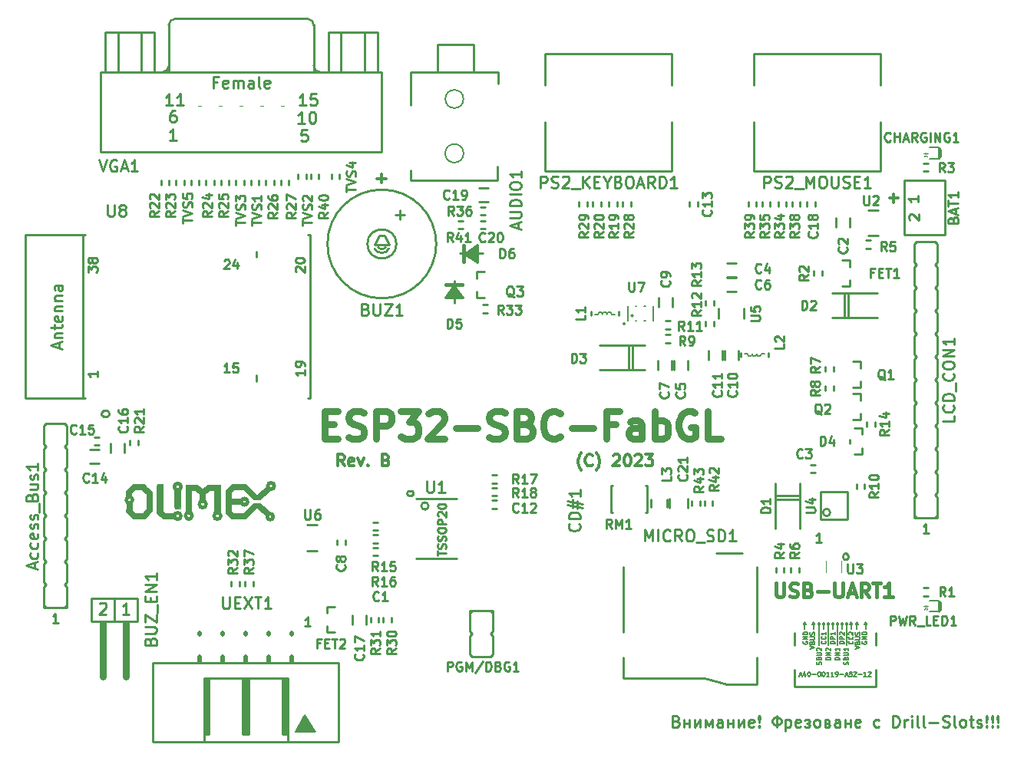
<source format=gbr>
G04 #@! TF.GenerationSoftware,KiCad,Pcbnew,5.1.0-rc2-unknown-036be7d~80~ubuntu16.04.1*
G04 #@! TF.CreationDate,2023-05-31T16:01:49+03:00*
G04 #@! TF.ProjectId,ESP32-SBC-FabGL_Rev_B,45535033-322d-4534-9243-2d466162474c,B*
G04 #@! TF.SameCoordinates,Original*
G04 #@! TF.FileFunction,Legend,Top*
G04 #@! TF.FilePolarity,Positive*
%FSLAX46Y46*%
G04 Gerber Fmt 4.6, Leading zero omitted, Abs format (unit mm)*
G04 Created by KiCad (PCBNEW 5.1.0-rc2-unknown-036be7d~80~ubuntu16.04.1) date 2023-05-31 16:01:49*
%MOMM*%
%LPD*%
G04 APERTURE LIST*
%ADD10C,0.254000*%
%ADD11C,0.317500*%
%ADD12C,0.762000*%
%ADD13C,0.100000*%
%ADD14C,0.700000*%
%ADD15C,0.400000*%
%ADD16C,0.500000*%
%ADD17C,0.150000*%
%ADD18C,0.127000*%
%ADD19C,0.050000*%
%ADD20C,0.200000*%
%ADD21C,0.120000*%
%ADD22C,0.203200*%
%ADD23C,0.066040*%
%ADD24C,0.250000*%
%ADD25C,0.225000*%
%ADD26C,0.381000*%
G04 APERTURE END LIST*
D10*
X132116285Y-109171619D02*
X131535714Y-109171619D01*
X131826000Y-109171619D02*
X131826000Y-108155619D01*
X131729238Y-108300761D01*
X131632476Y-108397523D01*
X131535714Y-108445904D01*
D11*
X195985190Y-61939714D02*
X196952809Y-61939714D01*
X196469000Y-62423523D02*
X196469000Y-61455904D01*
D10*
X104303285Y-108790619D02*
X103722714Y-108790619D01*
X104013000Y-108790619D02*
X104013000Y-107774619D01*
X103916238Y-107919761D01*
X103819476Y-108016523D01*
X103722714Y-108064904D01*
X200315285Y-98884619D02*
X199734714Y-98884619D01*
X200025000Y-98884619D02*
X200025000Y-97868619D01*
X199928238Y-98013761D01*
X199831476Y-98110523D01*
X199734714Y-98158904D01*
X188504285Y-99900619D02*
X187923714Y-99900619D01*
X188214000Y-99900619D02*
X188214000Y-98884619D01*
X188117238Y-99029761D01*
X188020476Y-99126523D01*
X187923714Y-99174904D01*
D11*
X139470190Y-59780714D02*
X140437809Y-59780714D01*
X139954000Y-60264523D02*
X139954000Y-59296904D01*
X162015714Y-91990333D02*
X161955238Y-91929857D01*
X161834285Y-91748428D01*
X161773809Y-91627476D01*
X161713333Y-91446047D01*
X161652857Y-91143666D01*
X161652857Y-90901761D01*
X161713333Y-90599380D01*
X161773809Y-90417952D01*
X161834285Y-90297000D01*
X161955238Y-90115571D01*
X162015714Y-90055095D01*
X163225238Y-91385571D02*
X163164761Y-91446047D01*
X162983333Y-91506523D01*
X162862380Y-91506523D01*
X162680952Y-91446047D01*
X162560000Y-91325095D01*
X162499523Y-91204142D01*
X162439047Y-90962238D01*
X162439047Y-90780809D01*
X162499523Y-90538904D01*
X162560000Y-90417952D01*
X162680952Y-90297000D01*
X162862380Y-90236523D01*
X162983333Y-90236523D01*
X163164761Y-90297000D01*
X163225238Y-90357476D01*
X163648571Y-91990333D02*
X163709047Y-91929857D01*
X163830000Y-91748428D01*
X163890476Y-91627476D01*
X163950952Y-91446047D01*
X164011428Y-91143666D01*
X164011428Y-90901761D01*
X163950952Y-90599380D01*
X163890476Y-90417952D01*
X163830000Y-90297000D01*
X163709047Y-90115571D01*
X163648571Y-90055095D01*
X165523333Y-90357476D02*
X165583809Y-90297000D01*
X165704761Y-90236523D01*
X166007142Y-90236523D01*
X166128095Y-90297000D01*
X166188571Y-90357476D01*
X166249047Y-90478428D01*
X166249047Y-90599380D01*
X166188571Y-90780809D01*
X165462857Y-91506523D01*
X166249047Y-91506523D01*
X167035238Y-90236523D02*
X167156190Y-90236523D01*
X167277142Y-90297000D01*
X167337619Y-90357476D01*
X167398095Y-90478428D01*
X167458571Y-90720333D01*
X167458571Y-91022714D01*
X167398095Y-91264619D01*
X167337619Y-91385571D01*
X167277142Y-91446047D01*
X167156190Y-91506523D01*
X167035238Y-91506523D01*
X166914285Y-91446047D01*
X166853809Y-91385571D01*
X166793333Y-91264619D01*
X166732857Y-91022714D01*
X166732857Y-90720333D01*
X166793333Y-90478428D01*
X166853809Y-90357476D01*
X166914285Y-90297000D01*
X167035238Y-90236523D01*
X167942380Y-90357476D02*
X168002857Y-90297000D01*
X168123809Y-90236523D01*
X168426190Y-90236523D01*
X168547142Y-90297000D01*
X168607619Y-90357476D01*
X168668095Y-90478428D01*
X168668095Y-90599380D01*
X168607619Y-90780809D01*
X167881904Y-91506523D01*
X168668095Y-91506523D01*
X169091428Y-90236523D02*
X169877619Y-90236523D01*
X169454285Y-90720333D01*
X169635714Y-90720333D01*
X169756666Y-90780809D01*
X169817142Y-90841285D01*
X169877619Y-90962238D01*
X169877619Y-91264619D01*
X169817142Y-91385571D01*
X169756666Y-91446047D01*
X169635714Y-91506523D01*
X169272857Y-91506523D01*
X169151904Y-91446047D01*
X169091428Y-91385571D01*
X135865809Y-91506523D02*
X135442476Y-90901761D01*
X135140095Y-91506523D02*
X135140095Y-90236523D01*
X135623904Y-90236523D01*
X135744857Y-90297000D01*
X135805333Y-90357476D01*
X135865809Y-90478428D01*
X135865809Y-90659857D01*
X135805333Y-90780809D01*
X135744857Y-90841285D01*
X135623904Y-90901761D01*
X135140095Y-90901761D01*
X136893904Y-91446047D02*
X136772952Y-91506523D01*
X136531047Y-91506523D01*
X136410095Y-91446047D01*
X136349619Y-91325095D01*
X136349619Y-90841285D01*
X136410095Y-90720333D01*
X136531047Y-90659857D01*
X136772952Y-90659857D01*
X136893904Y-90720333D01*
X136954380Y-90841285D01*
X136954380Y-90962238D01*
X136349619Y-91083190D01*
X137377714Y-90659857D02*
X137680095Y-91506523D01*
X137982476Y-90659857D01*
X138466285Y-91385571D02*
X138526761Y-91446047D01*
X138466285Y-91506523D01*
X138405809Y-91446047D01*
X138466285Y-91385571D01*
X138466285Y-91506523D01*
X140462000Y-90841285D02*
X140643428Y-90901761D01*
X140703904Y-90962238D01*
X140764380Y-91083190D01*
X140764380Y-91264619D01*
X140703904Y-91385571D01*
X140643428Y-91446047D01*
X140522476Y-91506523D01*
X140038666Y-91506523D01*
X140038666Y-90236523D01*
X140462000Y-90236523D01*
X140582952Y-90297000D01*
X140643428Y-90357476D01*
X140703904Y-90478428D01*
X140703904Y-90599380D01*
X140643428Y-90720333D01*
X140582952Y-90780809D01*
X140462000Y-90841285D01*
X140038666Y-90841285D01*
D12*
X133694714Y-86904285D02*
X134710714Y-86904285D01*
X135146142Y-88500857D02*
X133694714Y-88500857D01*
X133694714Y-85452857D01*
X135146142Y-85452857D01*
X136307285Y-88355714D02*
X136742714Y-88500857D01*
X137468428Y-88500857D01*
X137758714Y-88355714D01*
X137903857Y-88210571D01*
X138049000Y-87920285D01*
X138049000Y-87630000D01*
X137903857Y-87339714D01*
X137758714Y-87194571D01*
X137468428Y-87049428D01*
X136887857Y-86904285D01*
X136597571Y-86759142D01*
X136452428Y-86614000D01*
X136307285Y-86323714D01*
X136307285Y-86033428D01*
X136452428Y-85743142D01*
X136597571Y-85598000D01*
X136887857Y-85452857D01*
X137613571Y-85452857D01*
X138049000Y-85598000D01*
X139355285Y-88500857D02*
X139355285Y-85452857D01*
X140516428Y-85452857D01*
X140806714Y-85598000D01*
X140951857Y-85743142D01*
X141097000Y-86033428D01*
X141097000Y-86468857D01*
X140951857Y-86759142D01*
X140806714Y-86904285D01*
X140516428Y-87049428D01*
X139355285Y-87049428D01*
X142113000Y-85452857D02*
X143999857Y-85452857D01*
X142983857Y-86614000D01*
X143419285Y-86614000D01*
X143709571Y-86759142D01*
X143854714Y-86904285D01*
X143999857Y-87194571D01*
X143999857Y-87920285D01*
X143854714Y-88210571D01*
X143709571Y-88355714D01*
X143419285Y-88500857D01*
X142548428Y-88500857D01*
X142258142Y-88355714D01*
X142113000Y-88210571D01*
X145161000Y-85743142D02*
X145306142Y-85598000D01*
X145596428Y-85452857D01*
X146322142Y-85452857D01*
X146612428Y-85598000D01*
X146757571Y-85743142D01*
X146902714Y-86033428D01*
X146902714Y-86323714D01*
X146757571Y-86759142D01*
X145015857Y-88500857D01*
X146902714Y-88500857D01*
X148209000Y-87339714D02*
X150531285Y-87339714D01*
X151837571Y-88355714D02*
X152273000Y-88500857D01*
X152998714Y-88500857D01*
X153289000Y-88355714D01*
X153434142Y-88210571D01*
X153579285Y-87920285D01*
X153579285Y-87630000D01*
X153434142Y-87339714D01*
X153289000Y-87194571D01*
X152998714Y-87049428D01*
X152418142Y-86904285D01*
X152127857Y-86759142D01*
X151982714Y-86614000D01*
X151837571Y-86323714D01*
X151837571Y-86033428D01*
X151982714Y-85743142D01*
X152127857Y-85598000D01*
X152418142Y-85452857D01*
X153143857Y-85452857D01*
X153579285Y-85598000D01*
X155901571Y-86904285D02*
X156337000Y-87049428D01*
X156482142Y-87194571D01*
X156627285Y-87484857D01*
X156627285Y-87920285D01*
X156482142Y-88210571D01*
X156337000Y-88355714D01*
X156046714Y-88500857D01*
X154885571Y-88500857D01*
X154885571Y-85452857D01*
X155901571Y-85452857D01*
X156191857Y-85598000D01*
X156337000Y-85743142D01*
X156482142Y-86033428D01*
X156482142Y-86323714D01*
X156337000Y-86614000D01*
X156191857Y-86759142D01*
X155901571Y-86904285D01*
X154885571Y-86904285D01*
X159675285Y-88210571D02*
X159530142Y-88355714D01*
X159094714Y-88500857D01*
X158804428Y-88500857D01*
X158369000Y-88355714D01*
X158078714Y-88065428D01*
X157933571Y-87775142D01*
X157788428Y-87194571D01*
X157788428Y-86759142D01*
X157933571Y-86178571D01*
X158078714Y-85888285D01*
X158369000Y-85598000D01*
X158804428Y-85452857D01*
X159094714Y-85452857D01*
X159530142Y-85598000D01*
X159675285Y-85743142D01*
X160981571Y-87339714D02*
X163303857Y-87339714D01*
X165771285Y-86904285D02*
X164755285Y-86904285D01*
X164755285Y-88500857D02*
X164755285Y-85452857D01*
X166206714Y-85452857D01*
X168674142Y-88500857D02*
X168674142Y-86904285D01*
X168529000Y-86614000D01*
X168238714Y-86468857D01*
X167658142Y-86468857D01*
X167367857Y-86614000D01*
X168674142Y-88355714D02*
X168383857Y-88500857D01*
X167658142Y-88500857D01*
X167367857Y-88355714D01*
X167222714Y-88065428D01*
X167222714Y-87775142D01*
X167367857Y-87484857D01*
X167658142Y-87339714D01*
X168383857Y-87339714D01*
X168674142Y-87194571D01*
X170125571Y-88500857D02*
X170125571Y-85452857D01*
X170125571Y-86614000D02*
X170415857Y-86468857D01*
X170996428Y-86468857D01*
X171286714Y-86614000D01*
X171431857Y-86759142D01*
X171577000Y-87049428D01*
X171577000Y-87920285D01*
X171431857Y-88210571D01*
X171286714Y-88355714D01*
X170996428Y-88500857D01*
X170415857Y-88500857D01*
X170125571Y-88355714D01*
X174479857Y-85598000D02*
X174189571Y-85452857D01*
X173754142Y-85452857D01*
X173318714Y-85598000D01*
X173028428Y-85888285D01*
X172883285Y-86178571D01*
X172738142Y-86759142D01*
X172738142Y-87194571D01*
X172883285Y-87775142D01*
X173028428Y-88065428D01*
X173318714Y-88355714D01*
X173754142Y-88500857D01*
X174044428Y-88500857D01*
X174479857Y-88355714D01*
X174625000Y-88210571D01*
X174625000Y-87194571D01*
X174044428Y-87194571D01*
X177382714Y-88500857D02*
X175931285Y-88500857D01*
X175931285Y-85452857D01*
D13*
X123558300Y-93548200D02*
X124929900Y-93548200D01*
X124929900Y-93548200D02*
X124980700Y-93548200D01*
X124980700Y-93548200D02*
X126238000Y-94792800D01*
X122034300Y-93662500D02*
X122135900Y-93662500D01*
X122186700Y-93599000D02*
X122186700Y-93586300D01*
X122186700Y-93586300D02*
X120891300Y-93586300D01*
X120891300Y-93586300D02*
X120865900Y-93586300D01*
X120865900Y-93586300D02*
X120243600Y-94081600D01*
X122186700Y-96608900D02*
X122186700Y-93599000D01*
X118529100Y-93649800D02*
X118452900Y-93649800D01*
X118376700Y-93586300D02*
X119621300Y-93586300D01*
X119621300Y-93586300D02*
X120205500Y-94068900D01*
X118376700Y-96583500D02*
X118376700Y-93599000D01*
X117640100Y-96177100D02*
X117729000Y-96177100D01*
X117297200Y-96177100D02*
X117233700Y-96177100D01*
X117157500Y-96240600D02*
X117767100Y-96240600D01*
X117767100Y-96240600D02*
X117792500Y-96240600D01*
X117792500Y-96240600D02*
X117792500Y-94221300D01*
X117157500Y-94221300D02*
X117157500Y-96240600D01*
X115658900Y-93611700D02*
X115773200Y-93611700D01*
X115531900Y-93535500D02*
X115836700Y-93535500D01*
X115836700Y-93535500D02*
X115836700Y-96570800D01*
X115354100Y-93624400D02*
X115290600Y-93611700D01*
X115239800Y-93535500D02*
X115227100Y-93535500D01*
X115227100Y-93535500D02*
X115214400Y-93535500D01*
X115214400Y-93535500D02*
X115214400Y-96685100D01*
X115519200Y-93535500D02*
X115239800Y-93535500D01*
D14*
X115519200Y-96608900D02*
X115519200Y-93878400D01*
X121856500Y-93891100D02*
X121856500Y-96494600D01*
X113741200Y-93878400D02*
X112737900Y-93878400D01*
X114363500Y-94488000D02*
X114363500Y-96418400D01*
X112141000Y-94526100D02*
X112141000Y-94767400D01*
X112141000Y-96494600D02*
X112725200Y-97066100D01*
X112153700Y-96507300D02*
X112153700Y-95745300D01*
X112712500Y-97066100D02*
X113753900Y-97066100D01*
D15*
X125200659Y-95453200D02*
G75*
G03X125200659Y-95453200I-359659J0D01*
G01*
D14*
X124333000Y-95453200D02*
X123113800Y-95453200D01*
D15*
X128134135Y-93713300D02*
G75*
G03X128134135Y-93713300I-359435J0D01*
G01*
D14*
X127406400Y-94068900D02*
X126542800Y-94962600D01*
D16*
X125984000Y-95059500D02*
X126542800Y-95059500D01*
D14*
X124866400Y-93878400D02*
X125958600Y-94945200D01*
X123644500Y-93878400D02*
X124866400Y-93878400D01*
X123113800Y-94361000D02*
X123596400Y-93853000D01*
X123113800Y-94386400D02*
X123113800Y-96621600D01*
X123113800Y-96621600D02*
X123545600Y-97053400D01*
X123545600Y-97053400D02*
X124866400Y-97053400D01*
X124866400Y-97053400D02*
X126009400Y-95935800D01*
D16*
X126009400Y-95834200D02*
X126542800Y-95834200D01*
D14*
X127355600Y-96748600D02*
X126517400Y-95935800D01*
D15*
X128015266Y-97104200D02*
G75*
G03X128015266Y-97104200I-329466J0D01*
G01*
X122219729Y-97015300D02*
G75*
G03X122219729Y-97015300I-363229J0D01*
G01*
D14*
X120954800Y-93903800D02*
X121843800Y-93903800D01*
D15*
X120614518Y-95732600D02*
G75*
G03X120614518Y-95732600I-370918J0D01*
G01*
D14*
X120319800Y-94411800D02*
X120954800Y-93903800D01*
X120243600Y-95199200D02*
X120243600Y-94488000D01*
X119532400Y-93903800D02*
X120142000Y-94411800D01*
X118694200Y-93903800D02*
X119532400Y-93903800D01*
X118694200Y-96494600D02*
X118694200Y-93903800D01*
D15*
X119066559Y-97002600D02*
G75*
G03X119066559Y-97002600I-359659J0D01*
G01*
X117861218Y-93802200D02*
G75*
G03X117861218Y-93802200I-373518J0D01*
G01*
D14*
X117475000Y-94335600D02*
X117475000Y-95935800D01*
D15*
X117841324Y-97028000D02*
G75*
G03X117841324Y-97028000I-366324J0D01*
G01*
D14*
X116962200Y-97053400D02*
X115976400Y-97053400D01*
X115976400Y-97053400D02*
X115519200Y-96596200D01*
X114350800Y-96456500D02*
X113792000Y-97040700D01*
X113741200Y-93891100D02*
X114376200Y-94500700D01*
X112141000Y-94475300D02*
X112649000Y-93967300D01*
D15*
X112491147Y-95250000D02*
G75*
G03X112491147Y-95250000I-337447J0D01*
G01*
D10*
X143212100Y-48040900D02*
X143212100Y-51673100D01*
X148000000Y-60004300D02*
X143212100Y-59991600D01*
X143212100Y-59991600D02*
X143212100Y-58835900D01*
X148000000Y-48053600D02*
X143199400Y-48053600D01*
X147987300Y-60004300D02*
X152787900Y-59991600D01*
X152787900Y-59991600D02*
X152787900Y-58429500D01*
X148000000Y-48053600D02*
X152800600Y-48053600D01*
X152800600Y-48053600D02*
X152800600Y-49310900D01*
D17*
X149019727Y-57000000D02*
G75*
G03X149019727Y-57000000I-1019727J0D01*
G01*
X149001249Y-51000000D02*
G75*
G03X149001249Y-51000000I-1001249J0D01*
G01*
D10*
X150091600Y-48034000D02*
X150091600Y-45024000D01*
X150091600Y-45024000D02*
X146151600Y-45024000D01*
X146151600Y-45024000D02*
X146151600Y-48034000D01*
X197609600Y-59969780D02*
X197609600Y-66017520D01*
X197609600Y-66017520D02*
X202125720Y-66017520D01*
X202125720Y-66017520D02*
X202125720Y-59982480D01*
X202125720Y-59982480D02*
X197632460Y-59982480D01*
X140300000Y-66100000D02*
X140800000Y-67100000D01*
X139700000Y-66100000D02*
X140300000Y-66100000D01*
X139200000Y-67100000D02*
X139700000Y-66100000D01*
X140800000Y-67100000D02*
X139300000Y-67100000D01*
X146000000Y-67000000D02*
G75*
G03X146000000Y-67000000I-6000000J0D01*
G01*
X141600000Y-67000000D02*
G75*
G03X141600000Y-67000000I-1600000J0D01*
G01*
X142500000Y-63750000D02*
X141500000Y-63750000D01*
X142000000Y-63250000D02*
X142000000Y-64250000D01*
X139583975Y-67377350D02*
G75*
G03X140400000Y-67400000I416025J277350D01*
G01*
X139223420Y-67543760D02*
G75*
G03X140800000Y-67500000I776580J443760D01*
G01*
X179070000Y-72263000D02*
X178054000Y-72263000D01*
X179070000Y-70739000D02*
X178054000Y-70739000D01*
X172085000Y-72898000D02*
X172085000Y-73914000D01*
X170561000Y-72898000D02*
X170561000Y-73914000D01*
X177800000Y-79756000D02*
X177800000Y-78740000D01*
X179324000Y-79756000D02*
X179324000Y-78740000D01*
X176022000Y-79756000D02*
X176022000Y-78740000D01*
X177546000Y-79756000D02*
X177546000Y-78740000D01*
X108585000Y-89217500D02*
X108331000Y-89217500D01*
X108585000Y-89217500D02*
X108839000Y-89217500D01*
X108585000Y-88328500D02*
X108839000Y-88328500D01*
X108585000Y-88328500D02*
X108331000Y-88328500D01*
X111633000Y-89027000D02*
X111633000Y-90043000D01*
X110109000Y-89027000D02*
X110109000Y-90043000D01*
D18*
X201397000Y-57584200D02*
X200381000Y-57584200D01*
X200381000Y-56365000D02*
X201397000Y-56365000D01*
D13*
X199740000Y-57000000D02*
X200260000Y-57000000D01*
X199910000Y-56890000D02*
X199910000Y-57110000D01*
X199910000Y-56890000D02*
X200020000Y-56990000D01*
X199910000Y-57110000D02*
X200010000Y-57010000D01*
X200100000Y-56890000D02*
X200100000Y-57110000D01*
D19*
X200177800Y-57245600D02*
X200047800Y-57355600D01*
X200046200Y-57354600D02*
X200126200Y-57344600D01*
X200046200Y-57354600D02*
X200046200Y-57274600D01*
X199830800Y-57354600D02*
X199830800Y-57274600D01*
X199830800Y-57354600D02*
X199910800Y-57344600D01*
X199970800Y-57224600D02*
X199840800Y-57334600D01*
D10*
X201409700Y-56428500D02*
X201562100Y-56555500D01*
X201409700Y-57520700D02*
X201549400Y-57393700D01*
X201562100Y-56555500D02*
X201562100Y-57381000D01*
X201397000Y-57482600D02*
X201397000Y-56441200D01*
X183435000Y-93385000D02*
X183435000Y-98385000D01*
X186135000Y-94755000D02*
X183435000Y-94755000D01*
X186135000Y-98385000D02*
X186135000Y-93385000D01*
X186135000Y-95195000D02*
X183435000Y-95195000D01*
X189651000Y-75137000D02*
X194651000Y-75137000D01*
X191021000Y-72437000D02*
X191021000Y-75137000D01*
X194651000Y-72437000D02*
X189651000Y-72437000D01*
X191461000Y-72437000D02*
X191461000Y-75137000D01*
X191643000Y-71653400D02*
X191643000Y-70942200D01*
X190804800Y-71653400D02*
X191643000Y-71653400D01*
X190804800Y-68808600D02*
X191643000Y-68808600D01*
X191643000Y-69519800D02*
X191643000Y-68808600D01*
X133985001Y-107035600D02*
X133985001Y-107746800D01*
X134823201Y-107035600D02*
X133985001Y-107035600D01*
X134823201Y-109880400D02*
X133985001Y-109880400D01*
X133985001Y-109169200D02*
X133985001Y-109880400D01*
X166092000Y-74876000D02*
X166092000Y-74476000D01*
X163092000Y-74876000D02*
X163092000Y-74476000D01*
D20*
X163842000Y-74826000D02*
X163492000Y-74826000D01*
X165342000Y-74826000D02*
X165692000Y-74826000D01*
X164342000Y-74776000D02*
G75*
G02X164842000Y-74776000I250000J0D01*
G01*
X163842000Y-74776000D02*
G75*
G02X164342000Y-74776000I250000J0D01*
G01*
X164842000Y-74776000D02*
G75*
G02X165342000Y-74776000I250000J0D01*
G01*
D10*
X179602000Y-79048000D02*
X179602000Y-79448000D01*
X182602000Y-79048000D02*
X182602000Y-79448000D01*
D20*
X181852000Y-79098000D02*
X182202000Y-79098000D01*
X180352000Y-79098000D02*
X180002000Y-79098000D01*
X181352000Y-79148000D02*
G75*
G02X180852000Y-79148000I-250000J0D01*
G01*
X181852000Y-79148000D02*
G75*
G02X181352000Y-79148000I-250000J0D01*
G01*
X180852000Y-79148000D02*
G75*
G02X180352000Y-79148000I-250000J0D01*
G01*
D10*
X169672000Y-95199200D02*
X169672000Y-96037400D01*
X171450000Y-95199200D02*
X171450000Y-96037400D01*
X178048760Y-115630160D02*
X175648460Y-114929120D01*
X166651780Y-112630420D02*
X166651780Y-114929120D01*
X181348220Y-112630420D02*
X181348220Y-115630160D01*
X175648460Y-114929120D02*
X166651780Y-114929120D01*
X181348220Y-115630160D02*
X178048760Y-115630160D01*
X181348220Y-102632980D02*
X181348220Y-109828800D01*
X176849880Y-101131840D02*
X179748020Y-101131840D01*
X166651780Y-102632980D02*
X166651780Y-109828800D01*
X171997700Y-53498220D02*
X171997700Y-58999860D01*
X171997700Y-46000140D02*
X171997700Y-49500260D01*
X158002300Y-46000140D02*
X171997700Y-46000140D01*
X158002300Y-49500260D02*
X158002300Y-46000140D01*
X158002300Y-58999860D02*
X158002300Y-53498220D01*
X171997700Y-58999860D02*
X158002300Y-58999860D01*
X194997700Y-53498220D02*
X194997700Y-58999860D01*
X194997700Y-46000140D02*
X194997700Y-49500260D01*
X181002300Y-46000140D02*
X194997700Y-46000140D01*
X181002300Y-49500260D02*
X181002300Y-46000140D01*
X181002300Y-58999860D02*
X181002300Y-53498220D01*
X194997700Y-58999860D02*
X181002300Y-58999860D01*
D18*
X201397000Y-107584200D02*
X200381000Y-107584200D01*
X200381000Y-106365000D02*
X201397000Y-106365000D01*
D13*
X199740000Y-107000000D02*
X200260000Y-107000000D01*
X199910000Y-106890000D02*
X199910000Y-107110000D01*
X199910000Y-106890000D02*
X200020000Y-106990000D01*
X199910000Y-107110000D02*
X200010000Y-107010000D01*
X200100000Y-106890000D02*
X200100000Y-107110000D01*
D19*
X200177800Y-107245600D02*
X200047800Y-107355600D01*
X200046200Y-107354600D02*
X200126200Y-107344600D01*
X200046200Y-107354600D02*
X200046200Y-107274600D01*
X199830800Y-107354600D02*
X199830800Y-107274600D01*
X199830800Y-107354600D02*
X199910800Y-107344600D01*
X199970800Y-107224600D02*
X199840800Y-107334600D01*
D10*
X201409700Y-106428500D02*
X201562100Y-106555500D01*
X201409700Y-107520700D02*
X201549400Y-107393700D01*
X201562100Y-106555500D02*
X201562100Y-107381000D01*
X201397000Y-107482600D02*
X201397000Y-106441200D01*
X200025000Y-104965500D02*
X200279000Y-104965500D01*
X200025000Y-104965500D02*
X199771000Y-104965500D01*
X200025000Y-105854500D02*
X199771000Y-105854500D01*
X200025000Y-105854500D02*
X200279000Y-105854500D01*
X187642500Y-70231000D02*
X187642500Y-69977000D01*
X187642500Y-70231000D02*
X187642500Y-70485000D01*
X188531500Y-70231000D02*
X188531500Y-70485000D01*
X188531500Y-70231000D02*
X188531500Y-69977000D01*
X200025000Y-58102500D02*
X200279000Y-58102500D01*
X200025000Y-58102500D02*
X199771000Y-58102500D01*
X200025000Y-58991500D02*
X199771000Y-58991500D01*
X200025000Y-58991500D02*
X200279000Y-58991500D01*
X193675000Y-67500500D02*
X193421000Y-67500500D01*
X193675000Y-67500500D02*
X193929000Y-67500500D01*
X193675000Y-66611500D02*
X193929000Y-66611500D01*
X193675000Y-66611500D02*
X193421000Y-66611500D01*
X193230500Y-93726000D02*
X193230500Y-93980000D01*
X193230500Y-93726000D02*
X193230500Y-93472000D01*
X192341500Y-93726000D02*
X192341500Y-93472000D01*
X192341500Y-93726000D02*
X192341500Y-93980000D01*
X175704500Y-75819000D02*
X175704500Y-75565000D01*
X175704500Y-75819000D02*
X175704500Y-76073000D01*
X176593500Y-75819000D02*
X176593500Y-76073000D01*
X176593500Y-75819000D02*
X176593500Y-75565000D01*
X176593500Y-73533000D02*
X176593500Y-73787000D01*
X176593500Y-73533000D02*
X176593500Y-73279000D01*
X175704500Y-73533000D02*
X175704500Y-73279000D01*
X175704500Y-73533000D02*
X175704500Y-73787000D01*
X139319000Y-98615500D02*
X139065000Y-98615500D01*
X139319000Y-98615500D02*
X139573000Y-98615500D01*
X139319000Y-97726500D02*
X139573000Y-97726500D01*
X139319000Y-97726500D02*
X139065000Y-97726500D01*
X139319000Y-99123500D02*
X139573000Y-99123500D01*
X139319000Y-99123500D02*
X139065000Y-99123500D01*
X139319000Y-100012500D02*
X139065000Y-100012500D01*
X139319000Y-100012500D02*
X139573000Y-100012500D01*
X152400000Y-92519500D02*
X152654000Y-92519500D01*
X152400000Y-92519500D02*
X152146000Y-92519500D01*
X152400000Y-93408500D02*
X152146000Y-93408500D01*
X152400000Y-93408500D02*
X152654000Y-93408500D01*
X152400000Y-94805500D02*
X152146000Y-94805500D01*
X152400000Y-94805500D02*
X152654000Y-94805500D01*
X152400000Y-93916500D02*
X152654000Y-93916500D01*
X152400000Y-93916500D02*
X152146000Y-93916500D01*
X165925500Y-62611000D02*
X165925500Y-62865000D01*
X165925500Y-62611000D02*
X165925500Y-62357000D01*
X165036500Y-62611000D02*
X165036500Y-62357000D01*
X165036500Y-62611000D02*
X165036500Y-62865000D01*
X164147500Y-62611000D02*
X164147500Y-62865000D01*
X164147500Y-62611000D02*
X164147500Y-62357000D01*
X163258500Y-62611000D02*
X163258500Y-62357000D01*
X163258500Y-62611000D02*
X163258500Y-62865000D01*
X166560500Y-62611000D02*
X166560500Y-62357000D01*
X166560500Y-62611000D02*
X166560500Y-62865000D01*
X167449500Y-62611000D02*
X167449500Y-62865000D01*
X167449500Y-62611000D02*
X167449500Y-62357000D01*
X161734500Y-62611000D02*
X161734500Y-62357000D01*
X161734500Y-62611000D02*
X161734500Y-62865000D01*
X162623500Y-62611000D02*
X162623500Y-62865000D01*
X162623500Y-62611000D02*
X162623500Y-62357000D01*
X141033500Y-108458000D02*
X141033500Y-108712000D01*
X141033500Y-108458000D02*
X141033500Y-108204000D01*
X140144500Y-108458000D02*
X140144500Y-108204000D01*
X140144500Y-108458000D02*
X140144500Y-108712000D01*
X138747500Y-108458000D02*
X138747500Y-108204000D01*
X138747500Y-108458000D02*
X138747500Y-108712000D01*
X139636500Y-108458000D02*
X139636500Y-108712000D01*
X139636500Y-108458000D02*
X139636500Y-108204000D01*
X123380500Y-104521000D02*
X123380500Y-104267000D01*
X123380500Y-104521000D02*
X123380500Y-104775000D01*
X124269500Y-104521000D02*
X124269500Y-104775000D01*
X124269500Y-104521000D02*
X124269500Y-104267000D01*
X184594500Y-62611000D02*
X184594500Y-62865000D01*
X184594500Y-62611000D02*
X184594500Y-62357000D01*
X183705500Y-62611000D02*
X183705500Y-62357000D01*
X183705500Y-62611000D02*
X183705500Y-62865000D01*
X182816500Y-62611000D02*
X182816500Y-62865000D01*
X182816500Y-62611000D02*
X182816500Y-62357000D01*
X181927500Y-62611000D02*
X181927500Y-62357000D01*
X181927500Y-62611000D02*
X181927500Y-62865000D01*
X185229500Y-62611000D02*
X185229500Y-62357000D01*
X185229500Y-62611000D02*
X185229500Y-62865000D01*
X186118500Y-62611000D02*
X186118500Y-62865000D01*
X186118500Y-62611000D02*
X186118500Y-62357000D01*
X180403500Y-62611000D02*
X180403500Y-62357000D01*
X180403500Y-62611000D02*
X180403500Y-62865000D01*
X181292500Y-62611000D02*
X181292500Y-62865000D01*
X181292500Y-62611000D02*
X181292500Y-62357000D01*
X124904500Y-104521000D02*
X124904500Y-104267000D01*
X124904500Y-104521000D02*
X124904500Y-104775000D01*
X125793500Y-104521000D02*
X125793500Y-104775000D01*
X125793500Y-104521000D02*
X125793500Y-104267000D01*
X151384000Y-73723499D02*
X151638000Y-73723499D01*
X151384000Y-73723499D02*
X151130000Y-73723499D01*
X151384000Y-74612499D02*
X151130000Y-74612499D01*
X151384000Y-74612499D02*
X151638000Y-74612499D01*
X151130000Y-63817500D02*
X150876000Y-63817500D01*
X151130000Y-63817500D02*
X151384000Y-63817500D01*
X151130000Y-62928500D02*
X151384000Y-62928500D01*
X151130000Y-62928500D02*
X150876000Y-62928500D01*
X132143500Y-59563000D02*
X132143500Y-59309000D01*
X132143500Y-59563000D02*
X132143500Y-59817000D01*
X133032500Y-59563000D02*
X133032500Y-59817000D01*
X133032500Y-59563000D02*
X133032500Y-59309000D01*
X148717000Y-64452500D02*
X148971000Y-64452500D01*
X148717000Y-64452500D02*
X148463000Y-64452500D01*
X148717000Y-65341500D02*
X148463000Y-65341500D01*
X148717000Y-65341500D02*
X148971000Y-65341500D01*
X169252900Y-96596200D02*
X169252900Y-93649800D01*
X169240200Y-96596200D02*
X169062400Y-96596200D01*
X169265600Y-93649800D02*
X169049700Y-93649800D01*
X165442900Y-96596200D02*
X165252400Y-96596200D01*
X165252400Y-96596200D02*
X165252400Y-93649800D01*
X165252400Y-93649800D02*
X165468300Y-93649800D01*
X123888500Y-60198000D02*
X123888500Y-60452000D01*
X123888500Y-60198000D02*
X123888500Y-59944000D01*
X124777500Y-60198000D02*
X124777500Y-59944000D01*
X124777500Y-60198000D02*
X124777500Y-60452000D01*
X134429500Y-59563000D02*
X134429500Y-59817000D01*
X134429500Y-59563000D02*
X134429500Y-59309000D01*
X135318500Y-59563000D02*
X135318500Y-59309000D01*
X135318500Y-59563000D02*
X135318500Y-59817000D01*
X139319000Y-101409500D02*
X139065000Y-101409500D01*
X139319000Y-101409500D02*
X139573000Y-101409500D01*
X139319000Y-100520500D02*
X139573000Y-100520500D01*
X139319000Y-100520500D02*
X139065000Y-100520500D01*
X191643000Y-64135000D02*
X191643000Y-65151000D01*
X190119000Y-64135000D02*
X190119000Y-65151000D01*
X187579000Y-91376500D02*
X187833000Y-91376500D01*
X187579000Y-91376500D02*
X187325000Y-91376500D01*
X187579000Y-92265500D02*
X187325000Y-92265500D01*
X187579000Y-92265500D02*
X187833000Y-92265500D01*
X179070000Y-70612000D02*
X178054000Y-70612000D01*
X179070000Y-69088000D02*
X178054000Y-69088000D01*
X173736000Y-79883000D02*
X173736000Y-80899000D01*
X172212000Y-79883000D02*
X172212000Y-80899000D01*
X171958000Y-79883000D02*
X171958000Y-80899000D01*
X170434000Y-79883000D02*
X170434000Y-80899000D01*
X152400000Y-95313500D02*
X152654000Y-95313500D01*
X152400000Y-95313500D02*
X152146000Y-95313500D01*
X152400000Y-96202500D02*
X152146000Y-96202500D01*
X152400000Y-96202500D02*
X152654000Y-96202500D01*
X174815500Y-62611000D02*
X174815500Y-62865000D01*
X174815500Y-62611000D02*
X174815500Y-62357000D01*
X173926500Y-62611000D02*
X173926500Y-62357000D01*
X173926500Y-62611000D02*
X173926500Y-62865000D01*
X108839000Y-91186000D02*
X107823000Y-91186000D01*
X108839000Y-89662000D02*
X107823000Y-89662000D01*
X138303000Y-107949999D02*
X138303000Y-108965999D01*
X136779000Y-107949999D02*
X136779000Y-108965999D01*
X186880500Y-62611000D02*
X186880500Y-62357000D01*
X186880500Y-62611000D02*
X186880500Y-62865000D01*
X187769500Y-62611000D02*
X187769500Y-62865000D01*
X187769500Y-62611000D02*
X187769500Y-62357000D01*
X150749000Y-60833000D02*
X151765000Y-60833000D01*
X150749000Y-62357000D02*
X151765000Y-62357000D01*
X151130000Y-65341500D02*
X150876000Y-65341500D01*
X151130000Y-65341500D02*
X151384000Y-65341500D01*
X151130000Y-64452500D02*
X151384000Y-64452500D01*
X151130000Y-64452500D02*
X150876000Y-64452500D01*
X171704000Y-96139000D02*
X171704000Y-95123000D01*
X173736000Y-96139000D02*
X173736000Y-95123000D01*
X168997000Y-78152000D02*
X163997000Y-78152000D01*
X167627000Y-80852000D02*
X167627000Y-78152000D01*
X163997000Y-80852000D02*
X168997000Y-80852000D01*
X167187000Y-80852000D02*
X167187000Y-78152000D01*
X192151000Y-87350600D02*
X192938400Y-87350600D01*
X192938400Y-87350600D02*
X192938400Y-88011000D01*
X192938400Y-89535000D02*
X192938400Y-90195400D01*
X192938400Y-90195400D02*
X192151000Y-90195400D01*
X191617600Y-88569800D02*
X191617600Y-88976200D01*
X147967700Y-73512600D02*
X147967700Y-71036100D01*
X147015200Y-72928400D02*
X147929600Y-71556800D01*
X147929600Y-71556800D02*
X148920200Y-72928400D01*
X147015200Y-71556800D02*
X148920200Y-71556800D01*
X147015200Y-72928400D02*
X148920200Y-72928400D01*
X147015200Y-71379000D02*
X148920200Y-71379000D01*
X148920200Y-71556800D02*
X148920200Y-71379000D01*
X147015200Y-71556800D02*
X147015200Y-71379000D01*
X148717000Y-72776000D02*
X147193000Y-72776000D01*
X147320000Y-72649000D02*
X148590000Y-72649000D01*
X148463000Y-72522000D02*
X147320000Y-72522000D01*
X147574000Y-72395000D02*
X148463000Y-72395000D01*
X147574000Y-72268000D02*
X148336000Y-72268000D01*
X147701000Y-72141000D02*
X148336000Y-72141000D01*
X147828000Y-72014000D02*
X148209000Y-72014000D01*
X151099600Y-68059300D02*
X148623100Y-68059300D01*
X150515400Y-69011800D02*
X149143800Y-68097400D01*
X149143800Y-68097400D02*
X150515400Y-67106800D01*
X149143800Y-69011800D02*
X149143800Y-67106800D01*
X150515400Y-69011800D02*
X150515400Y-67106800D01*
X148966000Y-69011800D02*
X148966000Y-67106800D01*
X149143800Y-67106800D02*
X148966000Y-67106800D01*
X149143800Y-69011800D02*
X148966000Y-69011800D01*
X150363000Y-67310000D02*
X150363000Y-68834000D01*
X150236000Y-68707000D02*
X150236000Y-67437000D01*
X150109000Y-67564000D02*
X150109000Y-68707000D01*
X149982000Y-68453000D02*
X149982000Y-67564000D01*
X149855000Y-68453000D02*
X149855000Y-67691000D01*
X149728000Y-68326000D02*
X149728000Y-67691000D01*
X149601000Y-68199000D02*
X149601000Y-67818000D01*
X150495000Y-70078600D02*
X150495000Y-70789800D01*
X151333200Y-70078600D02*
X150495000Y-70078600D01*
X151333200Y-72923400D02*
X150495000Y-72923400D01*
X150495000Y-72212200D02*
X150495000Y-72923400D01*
X171577000Y-77025500D02*
X171831000Y-77025500D01*
X171577000Y-77025500D02*
X171323000Y-77025500D01*
X171577000Y-77914500D02*
X171323000Y-77914500D01*
X171577000Y-77914500D02*
X171831000Y-77914500D01*
X189801500Y-80772000D02*
X189801500Y-81026000D01*
X189801500Y-80772000D02*
X189801500Y-80518000D01*
X188912500Y-80772000D02*
X188912500Y-80518000D01*
X188912500Y-80772000D02*
X188912500Y-81026000D01*
X171577000Y-76390500D02*
X171323000Y-76390500D01*
X171577000Y-76390500D02*
X171831000Y-76390500D01*
X171577000Y-75501500D02*
X171831000Y-75501500D01*
X171577000Y-75501500D02*
X171323000Y-75501500D01*
X148300000Y-101725000D02*
X143800000Y-101725000D01*
X148300000Y-95125000D02*
X143800000Y-95125000D01*
X145150000Y-95925000D02*
G75*
G03X145150000Y-95925000I-400000J0D01*
G01*
X193624200Y-63246000D02*
X194754500Y-63246000D01*
X193624200Y-66052700D02*
X194754500Y-66052700D01*
D21*
X189015000Y-101966000D02*
X189015000Y-103266000D01*
X190715000Y-101966000D02*
X190715000Y-103266000D01*
D10*
X191365000Y-97385000D02*
X188365000Y-97385000D01*
X189455512Y-96635000D02*
G75*
G03X189455512Y-96635000I-390512J0D01*
G01*
X191365000Y-97385000D02*
X191365000Y-94385000D01*
X191365000Y-94385000D02*
X188365000Y-94385000D01*
X188365000Y-94385000D02*
X188365000Y-97385000D01*
X179959001Y-74117200D02*
X179959001Y-75247500D01*
X177152301Y-74117200D02*
X177152301Y-75247500D01*
D17*
X166873493Y-75813920D02*
G75*
G03X166873493Y-75813920I-158053J0D01*
G01*
D22*
X169951400Y-73865740D02*
X169951400Y-75486260D01*
X167106600Y-75486260D02*
X167106600Y-73865740D01*
X168102280Y-75486260D02*
X168008300Y-75486260D01*
X169049700Y-75486260D02*
X168955720Y-75486260D01*
X168102280Y-73868280D02*
X168008300Y-73868280D01*
X169049700Y-73868280D02*
X168955720Y-73868280D01*
D17*
X167762493Y-74924920D02*
G75*
G03X167762493Y-74924920I-158053J0D01*
G01*
D10*
X100700000Y-84000000D02*
X100700000Y-66000000D01*
X107000000Y-84000000D02*
X107000000Y-66000000D01*
X100700000Y-66000000D02*
X107320000Y-66000000D01*
X100700000Y-84000000D02*
X107320000Y-84000000D01*
X132100000Y-84000000D02*
X132100000Y-66000000D01*
X132100000Y-84000000D02*
X131800000Y-84000000D01*
X132100000Y-66000000D02*
X131800000Y-66000000D01*
X126200000Y-82150000D02*
X126200000Y-81500000D01*
X126200000Y-67850000D02*
X126200000Y-68450000D01*
D16*
X119907300Y-110101600D02*
X119907300Y-109898400D01*
X122434600Y-110101600D02*
X122434600Y-109898400D01*
X125000000Y-110101600D02*
X125000000Y-109898400D01*
X127540000Y-110101600D02*
X127540000Y-109898400D01*
X130080000Y-110101600D02*
X130080000Y-109898400D01*
X130080000Y-113060700D02*
X130080000Y-112565400D01*
D17*
X131741160Y-120350500D02*
X132063740Y-120614660D01*
X131027420Y-120668000D02*
X131134100Y-120472420D01*
X131423660Y-119405620D02*
X131484620Y-119108440D01*
X132459980Y-120761980D02*
X131484620Y-119215120D01*
X131484620Y-119215120D02*
X130669280Y-120761980D01*
X130669280Y-120761980D02*
X132330440Y-120769600D01*
X132330440Y-120769600D02*
X131499860Y-119428480D01*
X131499860Y-119428480D02*
X130829300Y-120685780D01*
X130829300Y-120685780D02*
X132200900Y-120670540D01*
X132200900Y-120670540D02*
X131499860Y-119641840D01*
X131499860Y-119641840D02*
X130958840Y-120617200D01*
X130958840Y-120617200D02*
X131987540Y-120563860D01*
X131987540Y-120563860D02*
X131461760Y-119817100D01*
X131461760Y-119817100D02*
X131172200Y-120556240D01*
X131172200Y-120556240D02*
X131758940Y-120472420D01*
X131758940Y-120472420D02*
X131469380Y-120030460D01*
X131469380Y-120030460D02*
X131324600Y-120480040D01*
X131324600Y-120480040D02*
X131606540Y-120434320D01*
X131606540Y-120434320D02*
X131431280Y-120327640D01*
X131431280Y-120327640D02*
X131537960Y-120259060D01*
X131537960Y-120259060D02*
X131530340Y-120251440D01*
X132439660Y-120840720D02*
X132632700Y-120845800D01*
X132475220Y-120845800D02*
X130478780Y-120845800D01*
X130478780Y-120845800D02*
X131484620Y-118956040D01*
X131484620Y-118956040D02*
X132612380Y-120769600D01*
X132612380Y-120769600D02*
X132658100Y-120845800D01*
D16*
X119920000Y-113086100D02*
X119920000Y-112590800D01*
X122460000Y-113086100D02*
X122460000Y-112590800D01*
X125000000Y-113086100D02*
X125000000Y-112590800D01*
X127540000Y-113086100D02*
X127540000Y-112590800D01*
D10*
X135248900Y-113225800D02*
X135248900Y-121938000D01*
X114751100Y-113225800D02*
X135248900Y-113225800D01*
X114751100Y-121938000D02*
X114751100Y-113225800D01*
X135248900Y-121938000D02*
X114751100Y-121938000D01*
X120402600Y-114927600D02*
X120402600Y-121938000D01*
X129597400Y-114927600D02*
X120402600Y-114927600D01*
X129597400Y-121938000D02*
X129597400Y-114927600D01*
X124675000Y-121100000D02*
X124675000Y-114950000D01*
X125325000Y-121100000D02*
X124675000Y-121100000D01*
X125325000Y-114950000D02*
X125325000Y-121100000D01*
X129064000Y-121099800D02*
X129064000Y-114927600D01*
X129597400Y-121099800D02*
X129064000Y-121099800D01*
X120936000Y-121099800D02*
X120936000Y-114927600D01*
X120402600Y-121099800D02*
X120936000Y-121099800D01*
X125127000Y-121099800D02*
X125127000Y-115054600D01*
X124898400Y-120947400D02*
X124898400Y-115105400D01*
X120758200Y-121023600D02*
X120758200Y-115054600D01*
X120605800Y-121023600D02*
X120529600Y-115003800D01*
X129394200Y-120972800D02*
X129368800Y-115029200D01*
X129241800Y-120998200D02*
X129241800Y-115029200D01*
X113093500Y-88900000D02*
X113093500Y-89154000D01*
X113093500Y-88900000D02*
X113093500Y-88646000D01*
X112204500Y-88900000D02*
X112204500Y-88646000D01*
X112204500Y-88900000D02*
X112204500Y-89154000D01*
X175577500Y-95631000D02*
X175577500Y-95377000D01*
X175577500Y-95631000D02*
X175577500Y-95885000D01*
X176466500Y-95631000D02*
X176466500Y-95885000D01*
X176466500Y-95631000D02*
X176466500Y-95377000D01*
X174180500Y-95631000D02*
X174180500Y-95377000D01*
X174180500Y-95631000D02*
X174180500Y-95885000D01*
X175069500Y-95631000D02*
X175069500Y-95885000D01*
X175069500Y-95631000D02*
X175069500Y-95377000D01*
X125539500Y-60198000D02*
X125539500Y-60452000D01*
X125539500Y-60198000D02*
X125539500Y-59944000D01*
X126428500Y-60198000D02*
X126428500Y-59944000D01*
X126428500Y-60198000D02*
X126428500Y-60452000D01*
X130746500Y-59563000D02*
X130746500Y-59817000D01*
X130746500Y-59563000D02*
X130746500Y-59309000D01*
X131635500Y-59563000D02*
X131635500Y-59309000D01*
X131635500Y-59563000D02*
X131635500Y-59817000D01*
X118935500Y-60198000D02*
X118935500Y-60452000D01*
X118935500Y-60198000D02*
X118935500Y-59944000D01*
X119824500Y-60198000D02*
X119824500Y-59944000D01*
X119824500Y-60198000D02*
X119824500Y-60452000D01*
X114900000Y-43650000D02*
X109500000Y-43650000D01*
X109500000Y-43650000D02*
X109500000Y-48050000D01*
X114900000Y-48050000D02*
X114900000Y-43650000D01*
X134100000Y-43650000D02*
X134100000Y-48050000D01*
X139500000Y-43650000D02*
X134100000Y-43650000D01*
X139500000Y-48050000D02*
X139500000Y-43650000D01*
X140000000Y-56850000D02*
X140000000Y-48050000D01*
X109000000Y-48050000D02*
X140000000Y-48050000D01*
X117150000Y-42150000D02*
X131850000Y-42150000D01*
X132500000Y-48050000D02*
X132500000Y-42800000D01*
X116500000Y-48050000D02*
X116500000Y-42800000D01*
X140000000Y-56850000D02*
X109000000Y-56850000D01*
X109000000Y-56850000D02*
X109000000Y-48050000D01*
D23*
X120100000Y-51722840D02*
X119698680Y-51722840D01*
X122386000Y-51722840D02*
X121984680Y-51722840D01*
X129241460Y-51722840D02*
X128840140Y-51722840D01*
X126955460Y-51722840D02*
X126554140Y-51722840D01*
X124669460Y-51722840D02*
X124268140Y-51722840D01*
D10*
X135500000Y-43650000D02*
X135500000Y-48050000D01*
X138100000Y-48050000D02*
X138100000Y-43650000D01*
X113500000Y-48050000D02*
X113500000Y-43650000D01*
X110900000Y-43650000D02*
X110900000Y-48050000D01*
X131799999Y-42148218D02*
G75*
G02X132499999Y-42899999I1J-701782D01*
G01*
X116498218Y-42850001D02*
G75*
G02X117249999Y-42150001I701782J1D01*
G01*
X133200001Y-48051782D02*
G75*
G02X132500001Y-47300001I-1J701782D01*
G01*
X116501782Y-47349999D02*
G75*
G02X115750001Y-48049999I-701782J-1D01*
G01*
X135953500Y-99949000D02*
X135953500Y-99695000D01*
X135953500Y-99949000D02*
X135953500Y-100203000D01*
X135064500Y-99949000D02*
X135064500Y-100203000D01*
X135064500Y-99949000D02*
X135064500Y-99695000D01*
X152270000Y-107460000D02*
X149730000Y-107460000D01*
X149730000Y-112286000D02*
X149984000Y-112540000D01*
X149730000Y-109746000D02*
X149730000Y-107968000D01*
X149984000Y-110000000D02*
X149730000Y-109746000D01*
X149730000Y-110254000D02*
X149984000Y-110000000D01*
X149730000Y-112286000D02*
X149730000Y-110254000D01*
X149730000Y-107968000D02*
X149730000Y-107460000D01*
X149730000Y-107714000D02*
X149984000Y-107460000D01*
X152016000Y-107460000D02*
X152270000Y-107714000D01*
X152016000Y-112540000D02*
X149984000Y-112540000D01*
X152270000Y-112286000D02*
X152016000Y-112540000D01*
X152270000Y-110254000D02*
X152270000Y-112286000D01*
X152016000Y-110000000D02*
X152270000Y-110254000D01*
X152270000Y-109746000D02*
X152016000Y-110000000D01*
X152270000Y-107714000D02*
X152270000Y-109746000D01*
X152270000Y-107460000D02*
X152270000Y-107714000D01*
X132892800Y-98031300D02*
X131762500Y-98031300D01*
X132892800Y-100838000D02*
X131762500Y-100838000D01*
X192786000Y-80695800D02*
X192786000Y-79984600D01*
X191947800Y-79984600D02*
X192786000Y-79984600D01*
X191947800Y-82829400D02*
X192786000Y-82829400D01*
X192786000Y-82829400D02*
X192786000Y-82118200D01*
X192786000Y-86385400D02*
X192786000Y-85674200D01*
X191947800Y-86385400D02*
X192786000Y-86385400D01*
X191947800Y-83540600D02*
X192786000Y-83540600D01*
X192786000Y-84251800D02*
X192786000Y-83540600D01*
X193484500Y-86868000D02*
X193484500Y-87122000D01*
X193484500Y-86868000D02*
X193484500Y-86614000D01*
X194373500Y-86868000D02*
X194373500Y-86614000D01*
X194373500Y-86868000D02*
X194373500Y-87122000D01*
X188912500Y-82931000D02*
X188912500Y-82677000D01*
X188912500Y-82931000D02*
X188912500Y-83185000D01*
X189801500Y-82931000D02*
X189801500Y-83185000D01*
X189801500Y-82931000D02*
X189801500Y-82677000D01*
X102730000Y-107160000D02*
X105270000Y-107160000D01*
X105016000Y-102080000D02*
X105270000Y-101826000D01*
X105270000Y-102334000D02*
X105016000Y-102080000D01*
X105270000Y-104874000D02*
X105270000Y-106652000D01*
X105016000Y-104620000D02*
X105270000Y-104874000D01*
X105270000Y-104366000D02*
X105016000Y-104620000D01*
X105270000Y-102334000D02*
X105270000Y-104366000D01*
X105270000Y-106652000D02*
X105270000Y-107160000D01*
X105270000Y-106906000D02*
X105016000Y-107160000D01*
X102984000Y-107160000D02*
X102730000Y-106906000D01*
X105270000Y-99794000D02*
X105270000Y-101826000D01*
X105016000Y-99540000D02*
X105270000Y-99794000D01*
X105270000Y-96746000D02*
X105016000Y-97000000D01*
X105270000Y-97254000D02*
X105270000Y-99286000D01*
X105016000Y-97000000D02*
X105270000Y-97254000D01*
X102730000Y-97254000D02*
X102984000Y-97000000D01*
X102730000Y-99286000D02*
X102730000Y-97254000D01*
X102984000Y-99540000D02*
X102730000Y-99286000D01*
X102730000Y-99794000D02*
X102984000Y-99540000D01*
X102730000Y-101826000D02*
X102730000Y-99794000D01*
X102984000Y-102080000D02*
X102730000Y-101826000D01*
X102730000Y-102334000D02*
X102984000Y-102080000D01*
X102730000Y-104366000D02*
X102730000Y-102334000D01*
X102984000Y-104620000D02*
X102730000Y-104366000D01*
X102730000Y-104874000D02*
X102984000Y-104620000D01*
X102730000Y-106906000D02*
X102730000Y-104874000D01*
X102730000Y-107160000D02*
X102730000Y-106906000D01*
X102984000Y-97000000D02*
X102730000Y-96746000D01*
X102730000Y-96746000D02*
X102730000Y-94714000D01*
X102730000Y-92174000D02*
X102984000Y-91920000D01*
X105270000Y-94714000D02*
X105270000Y-96746000D01*
X105270000Y-99286000D02*
X105016000Y-99540000D01*
X105016000Y-91920000D02*
X105270000Y-92174000D01*
X102730000Y-94206000D02*
X102730000Y-92174000D01*
X102984000Y-94460000D02*
X102730000Y-94206000D01*
X105270000Y-92174000D02*
X105270000Y-94206000D01*
X105016000Y-94460000D02*
X105270000Y-94714000D01*
X105270000Y-94206000D02*
X105016000Y-94460000D01*
X102730000Y-94714000D02*
X102984000Y-94460000D01*
X102730000Y-92174000D02*
X102984000Y-91920000D01*
X105016000Y-91920000D02*
X105270000Y-92174000D01*
X105270000Y-92174000D02*
X105270000Y-94206000D01*
X102730000Y-94206000D02*
X102730000Y-92174000D01*
X102984000Y-94460000D02*
X102730000Y-94206000D01*
X105270000Y-94206000D02*
X105016000Y-94460000D01*
X105270000Y-89126000D02*
X105016000Y-89380000D01*
X102984000Y-89380000D02*
X102730000Y-89126000D01*
X102730000Y-89126000D02*
X102730000Y-87094000D01*
X105270000Y-87094000D02*
X105270000Y-89126000D01*
X105016000Y-86840000D02*
X105270000Y-87094000D01*
X102730000Y-87094000D02*
X102984000Y-86840000D01*
X102730000Y-89634000D02*
X102984000Y-89380000D01*
X105270000Y-89126000D02*
X105016000Y-89380000D01*
X105016000Y-89380000D02*
X105270000Y-89634000D01*
X105270000Y-87094000D02*
X105270000Y-89126000D01*
X102984000Y-89380000D02*
X102730000Y-89126000D01*
X102730000Y-89126000D02*
X102730000Y-87094000D01*
X102984000Y-86840000D02*
X105016000Y-86840000D01*
X105016000Y-86840000D02*
X105270000Y-87094000D01*
X105270000Y-89634000D02*
X105270000Y-91666000D01*
X102730000Y-87094000D02*
X102984000Y-86840000D01*
X102730000Y-91666000D02*
X102730000Y-89634000D01*
X102984000Y-91920000D02*
X102730000Y-91666000D01*
X105270000Y-91666000D02*
X105016000Y-91920000D01*
X198730000Y-97240000D02*
X201270000Y-97240000D01*
X201016000Y-92160000D02*
X201270000Y-91906000D01*
X201270000Y-92414000D02*
X201016000Y-92160000D01*
X201270000Y-94954000D02*
X201270000Y-96732000D01*
X201016000Y-94700000D02*
X201270000Y-94954000D01*
X201270000Y-94446000D02*
X201016000Y-94700000D01*
X201270000Y-92414000D02*
X201270000Y-94446000D01*
X201270000Y-96732000D02*
X201270000Y-97240000D01*
X201270000Y-96986000D02*
X201016000Y-97240000D01*
X198984000Y-97240000D02*
X198730000Y-96986000D01*
X201270000Y-89874000D02*
X201270000Y-91906000D01*
X201016000Y-89620000D02*
X201270000Y-89874000D01*
X201270000Y-86826000D02*
X201016000Y-87080000D01*
X201270000Y-87334000D02*
X201270000Y-89366000D01*
X201016000Y-87080000D02*
X201270000Y-87334000D01*
X198730000Y-87334000D02*
X198984000Y-87080000D01*
X198730000Y-89366000D02*
X198730000Y-87334000D01*
X198984000Y-89620000D02*
X198730000Y-89366000D01*
X198730000Y-89874000D02*
X198984000Y-89620000D01*
X198730000Y-91906000D02*
X198730000Y-89874000D01*
X198984000Y-92160000D02*
X198730000Y-91906000D01*
X198730000Y-92414000D02*
X198984000Y-92160000D01*
X198730000Y-94446000D02*
X198730000Y-92414000D01*
X198984000Y-94700000D02*
X198730000Y-94446000D01*
X198730000Y-94954000D02*
X198984000Y-94700000D01*
X198730000Y-96986000D02*
X198730000Y-94954000D01*
X198730000Y-97240000D02*
X198730000Y-96986000D01*
X198984000Y-87080000D02*
X198730000Y-86826000D01*
X198730000Y-86826000D02*
X198730000Y-84794000D01*
X198730000Y-82254000D02*
X198984000Y-82000000D01*
X201270000Y-84794000D02*
X201270000Y-86826000D01*
X201270000Y-89366000D02*
X201016000Y-89620000D01*
X201016000Y-82000000D02*
X201270000Y-82254000D01*
X198730000Y-84286000D02*
X198730000Y-82254000D01*
X198984000Y-84540000D02*
X198730000Y-84286000D01*
X201270000Y-82254000D02*
X201270000Y-84286000D01*
X201016000Y-84540000D02*
X201270000Y-84794000D01*
X201270000Y-84286000D02*
X201016000Y-84540000D01*
X198730000Y-84794000D02*
X198984000Y-84540000D01*
X198730000Y-82254000D02*
X198984000Y-82000000D01*
X201016000Y-82000000D02*
X201270000Y-82254000D01*
X201270000Y-82254000D02*
X201270000Y-84286000D01*
X198730000Y-84286000D02*
X198730000Y-82254000D01*
X198984000Y-84540000D02*
X198730000Y-84286000D01*
X201270000Y-84286000D02*
X201016000Y-84540000D01*
X201270000Y-79206000D02*
X201016000Y-79460000D01*
X198984000Y-79460000D02*
X198730000Y-79206000D01*
X198730000Y-79206000D02*
X198730000Y-77174000D01*
X201270000Y-77174000D02*
X201270000Y-79206000D01*
X201016000Y-76920000D02*
X201270000Y-77174000D01*
X198730000Y-77174000D02*
X198984000Y-76920000D01*
X198730000Y-79714000D02*
X198984000Y-79460000D01*
X201270000Y-79206000D02*
X201016000Y-79460000D01*
X201016000Y-79460000D02*
X201270000Y-79714000D01*
X201270000Y-77174000D02*
X201270000Y-79206000D01*
X198984000Y-79460000D02*
X198730000Y-79206000D01*
X198730000Y-79206000D02*
X198730000Y-77174000D01*
X201016000Y-76920000D02*
X201270000Y-77174000D01*
X201270000Y-79714000D02*
X201270000Y-81746000D01*
X198730000Y-77174000D02*
X198984000Y-76920000D01*
X198730000Y-81746000D02*
X198730000Y-79714000D01*
X198984000Y-82000000D02*
X198730000Y-81746000D01*
X201270000Y-81746000D02*
X201016000Y-82000000D01*
X201270000Y-76666000D02*
X201016000Y-76920000D01*
X198984000Y-76920000D02*
X198730000Y-76666000D01*
X198730000Y-76666000D02*
X198730000Y-74634000D01*
X198730000Y-72094000D02*
X198984000Y-71840000D01*
X201270000Y-74634000D02*
X201270000Y-76666000D01*
X201016000Y-71840000D02*
X201270000Y-72094000D01*
X198730000Y-74126000D02*
X198730000Y-72094000D01*
X198984000Y-74380000D02*
X198730000Y-74126000D01*
X201270000Y-72094000D02*
X201270000Y-74126000D01*
X201016000Y-74380000D02*
X201270000Y-74634000D01*
X201270000Y-74126000D02*
X201016000Y-74380000D01*
X198730000Y-74634000D02*
X198984000Y-74380000D01*
X198730000Y-72094000D02*
X198984000Y-71840000D01*
X201016000Y-71840000D02*
X201270000Y-72094000D01*
X201270000Y-72094000D02*
X201270000Y-74126000D01*
X198730000Y-74126000D02*
X198730000Y-72094000D01*
X198984000Y-74380000D02*
X198730000Y-74126000D01*
X201270000Y-74126000D02*
X201016000Y-74380000D01*
X201270000Y-69046000D02*
X201016000Y-69300000D01*
X198984000Y-69300000D02*
X198730000Y-69046000D01*
X198730000Y-69046000D02*
X198730000Y-67014000D01*
X201270000Y-67014000D02*
X201270000Y-69046000D01*
X201016000Y-66760000D02*
X201270000Y-67014000D01*
X198730000Y-67014000D02*
X198984000Y-66760000D01*
X198730000Y-69554000D02*
X198984000Y-69300000D01*
X201270000Y-69046000D02*
X201016000Y-69300000D01*
X201016000Y-69300000D02*
X201270000Y-69554000D01*
X201270000Y-67014000D02*
X201270000Y-69046000D01*
X198984000Y-69300000D02*
X198730000Y-69046000D01*
X198730000Y-69046000D02*
X198730000Y-67014000D01*
X198984000Y-66760000D02*
X201016000Y-66760000D01*
X201016000Y-66760000D02*
X201270000Y-67014000D01*
X201270000Y-69554000D02*
X201270000Y-71586000D01*
X198730000Y-67014000D02*
X198984000Y-66760000D01*
X198730000Y-71586000D02*
X198730000Y-69554000D01*
X198984000Y-71840000D02*
X198730000Y-71586000D01*
X201270000Y-71586000D02*
X201016000Y-71840000D01*
D12*
X109230000Y-108875600D02*
X109230000Y-114769600D01*
X111770000Y-108875600D02*
X111770000Y-114769600D01*
D10*
X113040000Y-106121600D02*
X113040000Y-108621600D01*
X107960000Y-106121600D02*
X113040000Y-106121600D01*
X113040000Y-108621600D02*
X107960000Y-108621600D01*
X110500000Y-108621600D02*
X110500000Y-106121600D01*
X107960000Y-108621600D02*
X107960000Y-106121600D01*
X184340500Y-102997000D02*
X184340500Y-102743000D01*
X184340500Y-102997000D02*
X184340500Y-103251000D01*
X183451500Y-102997000D02*
X183451500Y-103251000D01*
X183451500Y-102997000D02*
X183451500Y-102743000D01*
X185102500Y-102997000D02*
X185102500Y-102743000D01*
X185102500Y-102997000D02*
X185102500Y-103251000D01*
X185991500Y-102997000D02*
X185991500Y-103251000D01*
X185991500Y-102997000D02*
X185991500Y-102743000D01*
X116522500Y-60198000D02*
X116522500Y-59944000D01*
X116522500Y-60198000D02*
X116522500Y-60452000D01*
X115633500Y-60198000D02*
X115633500Y-60452000D01*
X115633500Y-60198000D02*
X115633500Y-59944000D01*
X117284500Y-60198000D02*
X117284500Y-59944000D01*
X117284500Y-60198000D02*
X117284500Y-60452000D01*
X118173500Y-60198000D02*
X118173500Y-60452000D01*
X118173500Y-60198000D02*
X118173500Y-59944000D01*
X121475500Y-60198000D02*
X121475500Y-59944000D01*
X121475500Y-60198000D02*
X121475500Y-60452000D01*
X120586500Y-60198000D02*
X120586500Y-60452000D01*
X120586500Y-60198000D02*
X120586500Y-59944000D01*
X122237500Y-60198000D02*
X122237500Y-59944000D01*
X122237500Y-60198000D02*
X122237500Y-60452000D01*
X123126500Y-60198000D02*
X123126500Y-60452000D01*
X123126500Y-60198000D02*
X123126500Y-59944000D01*
X128079500Y-60198000D02*
X128079500Y-59944000D01*
X128079500Y-60198000D02*
X128079500Y-60452000D01*
X127190500Y-60198000D02*
X127190500Y-60452000D01*
X127190500Y-60198000D02*
X127190500Y-59944000D01*
X128841500Y-60198000D02*
X128841500Y-59944000D01*
X128841500Y-60198000D02*
X128841500Y-60452000D01*
X129730500Y-60198000D02*
X129730500Y-60452000D01*
X129730500Y-60198000D02*
X129730500Y-59944000D01*
X185530000Y-109950000D02*
X185530000Y-111250000D01*
X194470000Y-109950000D02*
X194470000Y-111250000D01*
X185530000Y-115818000D02*
X194470000Y-115818000D01*
X194470000Y-115818000D02*
X194470000Y-113950000D01*
X185530000Y-113950000D02*
X185530000Y-115818000D01*
D18*
X191750000Y-109500000D02*
X191750000Y-108750000D01*
X192400000Y-108750000D02*
X192400000Y-109500000D01*
X191750000Y-108750000D02*
X191850000Y-109000000D01*
X191750000Y-108750000D02*
X191650000Y-109000000D01*
X192400000Y-108750000D02*
X192300000Y-109000000D01*
X192400000Y-108750000D02*
X192500000Y-109000000D01*
X193350000Y-108750000D02*
X193250000Y-109000000D01*
X193350000Y-109500000D02*
X193350000Y-108750000D01*
X193350000Y-108750000D02*
X193450000Y-109000000D01*
X191250000Y-108750000D02*
X191150000Y-109000000D01*
X191250000Y-111250000D02*
X191250000Y-108750000D01*
X191250000Y-108750000D02*
X191350000Y-109000000D01*
X190750000Y-108750000D02*
X190650000Y-109000000D01*
X190750000Y-109500000D02*
X190750000Y-108750000D01*
X190750000Y-108750000D02*
X190850000Y-109000000D01*
X190250000Y-108750000D02*
X190150000Y-109000000D01*
X190250000Y-108750000D02*
X190350000Y-109000000D01*
X190250000Y-111250000D02*
X190250000Y-108750000D01*
X189750000Y-108750000D02*
X189850000Y-109000000D01*
X189750000Y-108750000D02*
X189650000Y-109000000D01*
X189750000Y-109500000D02*
X189750000Y-108750000D01*
X188750000Y-108750000D02*
X188650000Y-109000000D01*
X189250000Y-108750000D02*
X189350000Y-109000000D01*
X188750000Y-108750000D02*
X188850000Y-109000000D01*
X189250000Y-108750000D02*
X189150000Y-109000000D01*
X189250000Y-111250000D02*
X189250000Y-108750000D01*
X188750000Y-109500000D02*
X188750000Y-108750000D01*
X188250000Y-108750000D02*
X188150000Y-109000000D01*
X188250000Y-111250000D02*
X188250000Y-108750000D01*
X187600000Y-109500000D02*
X187600000Y-108750000D01*
X188250000Y-108750000D02*
X188350000Y-109000000D01*
X187600000Y-108750000D02*
X187500000Y-109000000D01*
X187600000Y-108750000D02*
X187700000Y-109000000D01*
X186650000Y-109500000D02*
X186650000Y-108750000D01*
X186650000Y-108750000D02*
X186550000Y-109000000D01*
X186650000Y-108750000D02*
X186750000Y-109000000D01*
D10*
X155024666Y-65278000D02*
X155024666Y-64673238D01*
X155387523Y-65398952D02*
X154117523Y-64975619D01*
X155387523Y-64552285D01*
X154117523Y-64128952D02*
X155145619Y-64128952D01*
X155266571Y-64068476D01*
X155327047Y-64008000D01*
X155387523Y-63887047D01*
X155387523Y-63645142D01*
X155327047Y-63524190D01*
X155266571Y-63463714D01*
X155145619Y-63403238D01*
X154117523Y-63403238D01*
X155387523Y-62798476D02*
X154117523Y-62798476D01*
X154117523Y-62496095D01*
X154178000Y-62314666D01*
X154298952Y-62193714D01*
X154419904Y-62133238D01*
X154661809Y-62072761D01*
X154843238Y-62072761D01*
X155085142Y-62133238D01*
X155206095Y-62193714D01*
X155327047Y-62314666D01*
X155387523Y-62496095D01*
X155387523Y-62798476D01*
X155387523Y-61528476D02*
X154117523Y-61528476D01*
X154117523Y-60681809D02*
X154117523Y-60439904D01*
X154178000Y-60318952D01*
X154298952Y-60198000D01*
X154540857Y-60137523D01*
X154964190Y-60137523D01*
X155206095Y-60198000D01*
X155327047Y-60318952D01*
X155387523Y-60439904D01*
X155387523Y-60681809D01*
X155327047Y-60802761D01*
X155206095Y-60923714D01*
X154964190Y-60984190D01*
X154540857Y-60984190D01*
X154298952Y-60923714D01*
X154178000Y-60802761D01*
X154117523Y-60681809D01*
X155387523Y-58928000D02*
X155387523Y-59653714D01*
X155387523Y-59290857D02*
X154117523Y-59290857D01*
X154298952Y-59411809D01*
X154419904Y-59532761D01*
X154480380Y-59653714D01*
X203004728Y-64335714D02*
X203057109Y-64178571D01*
X203109490Y-64126190D01*
X203214252Y-64073809D01*
X203371395Y-64073809D01*
X203476157Y-64126190D01*
X203528538Y-64178571D01*
X203580919Y-64283333D01*
X203580919Y-64702380D01*
X202480919Y-64702380D01*
X202480919Y-64335714D01*
X202533300Y-64230952D01*
X202585680Y-64178571D01*
X202690442Y-64126190D01*
X202795204Y-64126190D01*
X202899966Y-64178571D01*
X202952347Y-64230952D01*
X203004728Y-64335714D01*
X203004728Y-64702380D01*
X203266633Y-63654761D02*
X203266633Y-63130952D01*
X203580919Y-63759523D02*
X202480919Y-63392857D01*
X203580919Y-63026190D01*
X202480919Y-62816666D02*
X202480919Y-62188095D01*
X203580919Y-62502380D02*
X202480919Y-62502380D01*
X203580919Y-61245238D02*
X203580919Y-61873809D01*
X203580919Y-61559523D02*
X202480919Y-61559523D01*
X202638061Y-61664285D01*
X202742823Y-61769047D01*
X202795204Y-61873809D01*
X199176559Y-61702734D02*
X199176559Y-62331305D01*
X199176559Y-62017020D02*
X198076559Y-62017020D01*
X198233701Y-62121781D01*
X198338463Y-62226543D01*
X198390844Y-62331305D01*
X198232120Y-64335365D02*
X198179740Y-64282984D01*
X198127359Y-64178222D01*
X198127359Y-63916318D01*
X198179740Y-63811556D01*
X198232120Y-63759175D01*
X198336882Y-63706794D01*
X198441644Y-63706794D01*
X198598787Y-63759175D01*
X199227359Y-64387746D01*
X199227359Y-63706794D01*
X138215952Y-74204285D02*
X138397380Y-74264761D01*
X138457857Y-74325238D01*
X138518333Y-74446190D01*
X138518333Y-74627619D01*
X138457857Y-74748571D01*
X138397380Y-74809047D01*
X138276428Y-74869523D01*
X137792619Y-74869523D01*
X137792619Y-73599523D01*
X138215952Y-73599523D01*
X138336904Y-73660000D01*
X138397380Y-73720476D01*
X138457857Y-73841428D01*
X138457857Y-73962380D01*
X138397380Y-74083333D01*
X138336904Y-74143809D01*
X138215952Y-74204285D01*
X137792619Y-74204285D01*
X139062619Y-73599523D02*
X139062619Y-74627619D01*
X139123095Y-74748571D01*
X139183571Y-74809047D01*
X139304523Y-74869523D01*
X139546428Y-74869523D01*
X139667380Y-74809047D01*
X139727857Y-74748571D01*
X139788333Y-74627619D01*
X139788333Y-73599523D01*
X140272142Y-73599523D02*
X141118809Y-73599523D01*
X140272142Y-74869523D01*
X141118809Y-74869523D01*
X142267857Y-74869523D02*
X141542142Y-74869523D01*
X141905000Y-74869523D02*
X141905000Y-73599523D01*
X141784047Y-73780952D01*
X141663095Y-73901904D01*
X141542142Y-73962380D01*
X181821666Y-71863857D02*
X181773285Y-71912238D01*
X181628142Y-71960619D01*
X181531380Y-71960619D01*
X181386238Y-71912238D01*
X181289476Y-71815476D01*
X181241095Y-71718714D01*
X181192714Y-71525190D01*
X181192714Y-71380047D01*
X181241095Y-71186523D01*
X181289476Y-71089761D01*
X181386238Y-70993000D01*
X181531380Y-70944619D01*
X181628142Y-70944619D01*
X181773285Y-70993000D01*
X181821666Y-71041380D01*
X182692523Y-70944619D02*
X182499000Y-70944619D01*
X182402238Y-70993000D01*
X182353857Y-71041380D01*
X182257095Y-71186523D01*
X182208714Y-71380047D01*
X182208714Y-71767095D01*
X182257095Y-71863857D01*
X182305476Y-71912238D01*
X182402238Y-71960619D01*
X182595761Y-71960619D01*
X182692523Y-71912238D01*
X182740904Y-71863857D01*
X182789285Y-71767095D01*
X182789285Y-71525190D01*
X182740904Y-71428428D01*
X182692523Y-71380047D01*
X182595761Y-71331666D01*
X182402238Y-71331666D01*
X182305476Y-71380047D01*
X182257095Y-71428428D01*
X182208714Y-71525190D01*
X171685857Y-71035333D02*
X171734238Y-71083714D01*
X171782619Y-71228857D01*
X171782619Y-71325619D01*
X171734238Y-71470761D01*
X171637476Y-71567523D01*
X171540714Y-71615904D01*
X171347190Y-71664285D01*
X171202047Y-71664285D01*
X171008523Y-71615904D01*
X170911761Y-71567523D01*
X170815000Y-71470761D01*
X170766619Y-71325619D01*
X170766619Y-71228857D01*
X170815000Y-71083714D01*
X170863380Y-71035333D01*
X171782619Y-70551523D02*
X171782619Y-70358000D01*
X171734238Y-70261238D01*
X171685857Y-70212857D01*
X171540714Y-70116095D01*
X171347190Y-70067714D01*
X170960142Y-70067714D01*
X170863380Y-70116095D01*
X170815000Y-70164476D01*
X170766619Y-70261238D01*
X170766619Y-70454761D01*
X170815000Y-70551523D01*
X170863380Y-70599904D01*
X170960142Y-70648285D01*
X171202047Y-70648285D01*
X171298809Y-70599904D01*
X171347190Y-70551523D01*
X171395571Y-70454761D01*
X171395571Y-70261238D01*
X171347190Y-70164476D01*
X171298809Y-70116095D01*
X171202047Y-70067714D01*
X179051857Y-83203142D02*
X179100238Y-83251523D01*
X179148619Y-83396666D01*
X179148619Y-83493428D01*
X179100238Y-83638571D01*
X179003476Y-83735333D01*
X178906714Y-83783714D01*
X178713190Y-83832095D01*
X178568047Y-83832095D01*
X178374523Y-83783714D01*
X178277761Y-83735333D01*
X178181000Y-83638571D01*
X178132619Y-83493428D01*
X178132619Y-83396666D01*
X178181000Y-83251523D01*
X178229380Y-83203142D01*
X179148619Y-82235523D02*
X179148619Y-82816095D01*
X179148619Y-82525809D02*
X178132619Y-82525809D01*
X178277761Y-82622571D01*
X178374523Y-82719333D01*
X178422904Y-82816095D01*
X178132619Y-81606571D02*
X178132619Y-81509809D01*
X178181000Y-81413047D01*
X178229380Y-81364666D01*
X178326142Y-81316285D01*
X178519666Y-81267904D01*
X178761571Y-81267904D01*
X178955095Y-81316285D01*
X179051857Y-81364666D01*
X179100238Y-81413047D01*
X179148619Y-81509809D01*
X179148619Y-81606571D01*
X179100238Y-81703333D01*
X179051857Y-81751714D01*
X178955095Y-81800095D01*
X178761571Y-81848476D01*
X178519666Y-81848476D01*
X178326142Y-81800095D01*
X178229380Y-81751714D01*
X178181000Y-81703333D01*
X178132619Y-81606571D01*
X177400857Y-83203142D02*
X177449238Y-83251523D01*
X177497619Y-83396666D01*
X177497619Y-83493428D01*
X177449238Y-83638571D01*
X177352476Y-83735333D01*
X177255714Y-83783714D01*
X177062190Y-83832095D01*
X176917047Y-83832095D01*
X176723523Y-83783714D01*
X176626761Y-83735333D01*
X176530000Y-83638571D01*
X176481619Y-83493428D01*
X176481619Y-83396666D01*
X176530000Y-83251523D01*
X176578380Y-83203142D01*
X177497619Y-82235523D02*
X177497619Y-82816095D01*
X177497619Y-82525809D02*
X176481619Y-82525809D01*
X176626761Y-82622571D01*
X176723523Y-82719333D01*
X176771904Y-82816095D01*
X177497619Y-81267904D02*
X177497619Y-81848476D01*
X177497619Y-81558190D02*
X176481619Y-81558190D01*
X176626761Y-81654952D01*
X176723523Y-81751714D01*
X176771904Y-81848476D01*
X106280857Y-87865857D02*
X106232476Y-87914238D01*
X106087333Y-87962619D01*
X105990571Y-87962619D01*
X105845428Y-87914238D01*
X105748666Y-87817476D01*
X105700285Y-87720714D01*
X105651904Y-87527190D01*
X105651904Y-87382047D01*
X105700285Y-87188523D01*
X105748666Y-87091761D01*
X105845428Y-86995000D01*
X105990571Y-86946619D01*
X106087333Y-86946619D01*
X106232476Y-86995000D01*
X106280857Y-87043380D01*
X107248476Y-87962619D02*
X106667904Y-87962619D01*
X106958190Y-87962619D02*
X106958190Y-86946619D01*
X106861428Y-87091761D01*
X106764666Y-87188523D01*
X106667904Y-87236904D01*
X108167714Y-86946619D02*
X107683904Y-86946619D01*
X107635523Y-87430428D01*
X107683904Y-87382047D01*
X107780666Y-87333666D01*
X108022571Y-87333666D01*
X108119333Y-87382047D01*
X108167714Y-87430428D01*
X108216095Y-87527190D01*
X108216095Y-87769095D01*
X108167714Y-87865857D01*
X108119333Y-87914238D01*
X108022571Y-87962619D01*
X107780666Y-87962619D01*
X107683904Y-87914238D01*
X107635523Y-87865857D01*
X111868857Y-87140142D02*
X111917238Y-87188523D01*
X111965619Y-87333666D01*
X111965619Y-87430428D01*
X111917238Y-87575571D01*
X111820476Y-87672333D01*
X111723714Y-87720714D01*
X111530190Y-87769095D01*
X111385047Y-87769095D01*
X111191523Y-87720714D01*
X111094761Y-87672333D01*
X110998000Y-87575571D01*
X110949619Y-87430428D01*
X110949619Y-87333666D01*
X110998000Y-87188523D01*
X111046380Y-87140142D01*
X111965619Y-86172523D02*
X111965619Y-86753095D01*
X111965619Y-86462809D02*
X110949619Y-86462809D01*
X111094761Y-86559571D01*
X111191523Y-86656333D01*
X111239904Y-86753095D01*
X110949619Y-85301666D02*
X110949619Y-85495190D01*
X110998000Y-85591952D01*
X111046380Y-85640333D01*
X111191523Y-85737095D01*
X111385047Y-85785476D01*
X111772095Y-85785476D01*
X111868857Y-85737095D01*
X111917238Y-85688714D01*
X111965619Y-85591952D01*
X111965619Y-85398428D01*
X111917238Y-85301666D01*
X111868857Y-85253285D01*
X111772095Y-85204904D01*
X111530190Y-85204904D01*
X111433428Y-85253285D01*
X111385047Y-85301666D01*
X111336666Y-85398428D01*
X111336666Y-85591952D01*
X111385047Y-85688714D01*
X111433428Y-85737095D01*
X111530190Y-85785476D01*
X161743571Y-97874666D02*
X161804047Y-97935142D01*
X161864523Y-98116571D01*
X161864523Y-98237523D01*
X161804047Y-98418952D01*
X161683095Y-98539904D01*
X161562142Y-98600380D01*
X161320238Y-98660857D01*
X161138809Y-98660857D01*
X160896904Y-98600380D01*
X160775952Y-98539904D01*
X160655000Y-98418952D01*
X160594523Y-98237523D01*
X160594523Y-98116571D01*
X160655000Y-97935142D01*
X160715476Y-97874666D01*
X161864523Y-97330380D02*
X160594523Y-97330380D01*
X160594523Y-97028000D01*
X160655000Y-96846571D01*
X160775952Y-96725619D01*
X160896904Y-96665142D01*
X161138809Y-96604666D01*
X161320238Y-96604666D01*
X161562142Y-96665142D01*
X161683095Y-96725619D01*
X161804047Y-96846571D01*
X161864523Y-97028000D01*
X161864523Y-97330380D01*
X161017857Y-96120857D02*
X161017857Y-95213714D01*
X160473571Y-95758000D02*
X162106428Y-96120857D01*
X161562142Y-95334666D02*
X161562142Y-96241809D01*
X162106428Y-95697523D02*
X160473571Y-95334666D01*
X161864523Y-94125142D02*
X161864523Y-94850857D01*
X161864523Y-94488000D02*
X160594523Y-94488000D01*
X160775952Y-94608952D01*
X160896904Y-94729904D01*
X160957380Y-94850857D01*
X196081952Y-55607857D02*
X196033571Y-55656238D01*
X195888428Y-55704619D01*
X195791666Y-55704619D01*
X195646523Y-55656238D01*
X195549761Y-55559476D01*
X195501380Y-55462714D01*
X195453000Y-55269190D01*
X195453000Y-55124047D01*
X195501380Y-54930523D01*
X195549761Y-54833761D01*
X195646523Y-54737000D01*
X195791666Y-54688619D01*
X195888428Y-54688619D01*
X196033571Y-54737000D01*
X196081952Y-54785380D01*
X196517380Y-55704619D02*
X196517380Y-54688619D01*
X196517380Y-55172428D02*
X197097952Y-55172428D01*
X197097952Y-55704619D02*
X197097952Y-54688619D01*
X197533380Y-55414333D02*
X198017190Y-55414333D01*
X197436619Y-55704619D02*
X197775285Y-54688619D01*
X198113952Y-55704619D01*
X199033190Y-55704619D02*
X198694523Y-55220809D01*
X198452619Y-55704619D02*
X198452619Y-54688619D01*
X198839666Y-54688619D01*
X198936428Y-54737000D01*
X198984809Y-54785380D01*
X199033190Y-54882142D01*
X199033190Y-55027285D01*
X198984809Y-55124047D01*
X198936428Y-55172428D01*
X198839666Y-55220809D01*
X198452619Y-55220809D01*
X200000809Y-54737000D02*
X199904047Y-54688619D01*
X199758904Y-54688619D01*
X199613761Y-54737000D01*
X199517000Y-54833761D01*
X199468619Y-54930523D01*
X199420238Y-55124047D01*
X199420238Y-55269190D01*
X199468619Y-55462714D01*
X199517000Y-55559476D01*
X199613761Y-55656238D01*
X199758904Y-55704619D01*
X199855666Y-55704619D01*
X200000809Y-55656238D01*
X200049190Y-55607857D01*
X200049190Y-55269190D01*
X199855666Y-55269190D01*
X200484619Y-55704619D02*
X200484619Y-54688619D01*
X200968428Y-55704619D02*
X200968428Y-54688619D01*
X201549000Y-55704619D01*
X201549000Y-54688619D01*
X202565000Y-54737000D02*
X202468238Y-54688619D01*
X202323095Y-54688619D01*
X202177952Y-54737000D01*
X202081190Y-54833761D01*
X202032809Y-54930523D01*
X201984428Y-55124047D01*
X201984428Y-55269190D01*
X202032809Y-55462714D01*
X202081190Y-55559476D01*
X202177952Y-55656238D01*
X202323095Y-55704619D01*
X202419857Y-55704619D01*
X202565000Y-55656238D01*
X202613380Y-55607857D01*
X202613380Y-55269190D01*
X202419857Y-55269190D01*
X203581000Y-55704619D02*
X203000428Y-55704619D01*
X203290714Y-55704619D02*
X203290714Y-54688619D01*
X203193952Y-54833761D01*
X203097190Y-54930523D01*
X203000428Y-54978904D01*
X182831619Y-96634904D02*
X181815619Y-96634904D01*
X181815619Y-96393000D01*
X181864000Y-96247857D01*
X181960761Y-96151095D01*
X182057523Y-96102714D01*
X182251047Y-96054333D01*
X182396190Y-96054333D01*
X182589714Y-96102714D01*
X182686476Y-96151095D01*
X182783238Y-96247857D01*
X182831619Y-96393000D01*
X182831619Y-96634904D01*
X182831619Y-95086714D02*
X182831619Y-95667285D01*
X182831619Y-95377000D02*
X181815619Y-95377000D01*
X181960761Y-95473761D01*
X182057523Y-95570523D01*
X182105904Y-95667285D01*
X186321095Y-74246619D02*
X186321095Y-73230619D01*
X186563000Y-73230619D01*
X186708142Y-73279000D01*
X186804904Y-73375761D01*
X186853285Y-73472523D01*
X186901666Y-73666047D01*
X186901666Y-73811190D01*
X186853285Y-74004714D01*
X186804904Y-74101476D01*
X186708142Y-74198238D01*
X186563000Y-74246619D01*
X186321095Y-74246619D01*
X187288714Y-73327380D02*
X187337095Y-73279000D01*
X187433857Y-73230619D01*
X187675761Y-73230619D01*
X187772523Y-73279000D01*
X187820904Y-73327380D01*
X187869285Y-73424142D01*
X187869285Y-73520904D01*
X187820904Y-73666047D01*
X187240333Y-74246619D01*
X187869285Y-74246619D01*
X194267666Y-70158428D02*
X193929000Y-70158428D01*
X193929000Y-70690619D02*
X193929000Y-69674619D01*
X194412809Y-69674619D01*
X194799857Y-70158428D02*
X195138523Y-70158428D01*
X195283666Y-70690619D02*
X194799857Y-70690619D01*
X194799857Y-69674619D01*
X195283666Y-69674619D01*
X195573952Y-69674619D02*
X196154523Y-69674619D01*
X195864238Y-70690619D02*
X195864238Y-69674619D01*
X197025380Y-70690619D02*
X196444809Y-70690619D01*
X196735095Y-70690619D02*
X196735095Y-69674619D01*
X196638333Y-69819761D01*
X196541571Y-69916523D01*
X196444809Y-69964904D01*
X133180666Y-111052428D02*
X132842000Y-111052428D01*
X132842000Y-111584619D02*
X132842000Y-110568619D01*
X133325809Y-110568619D01*
X133712857Y-111052428D02*
X134051523Y-111052428D01*
X134196666Y-111584619D02*
X133712857Y-111584619D01*
X133712857Y-110568619D01*
X134196666Y-110568619D01*
X134486952Y-110568619D02*
X135067523Y-110568619D01*
X134777238Y-111584619D02*
X134777238Y-110568619D01*
X135357809Y-110665380D02*
X135406190Y-110617000D01*
X135502952Y-110568619D01*
X135744857Y-110568619D01*
X135841619Y-110617000D01*
X135890000Y-110665380D01*
X135938380Y-110762142D01*
X135938380Y-110858904D01*
X135890000Y-111004047D01*
X135309428Y-111584619D01*
X135938380Y-111584619D01*
X162384619Y-74845333D02*
X162384619Y-75329142D01*
X161368619Y-75329142D01*
X162384619Y-73974476D02*
X162384619Y-74555047D01*
X162384619Y-74264761D02*
X161368619Y-74264761D01*
X161513761Y-74361523D01*
X161610523Y-74458285D01*
X161658904Y-74555047D01*
D24*
X184348380Y-78017666D02*
X184348380Y-78493857D01*
X183348380Y-78493857D01*
X183443619Y-77731952D02*
X183396000Y-77684333D01*
X183348380Y-77589095D01*
X183348380Y-77351000D01*
X183396000Y-77255761D01*
X183443619Y-77208142D01*
X183538857Y-77160523D01*
X183634095Y-77160523D01*
X183776952Y-77208142D01*
X184348380Y-77779571D01*
X184348380Y-77160523D01*
D10*
X171909619Y-92625333D02*
X171909619Y-93109142D01*
X170893619Y-93109142D01*
X170893619Y-92383428D02*
X170893619Y-91754476D01*
X171280666Y-92093142D01*
X171280666Y-91948000D01*
X171329047Y-91851238D01*
X171377428Y-91802857D01*
X171474190Y-91754476D01*
X171716095Y-91754476D01*
X171812857Y-91802857D01*
X171861238Y-91851238D01*
X171909619Y-91948000D01*
X171909619Y-92238285D01*
X171861238Y-92335047D01*
X171812857Y-92383428D01*
X169010714Y-99801363D02*
X169010714Y-98531363D01*
X169434047Y-99438506D01*
X169857380Y-98531363D01*
X169857380Y-99801363D01*
X170462142Y-99801363D02*
X170462142Y-98531363D01*
X171792619Y-99680411D02*
X171732142Y-99740887D01*
X171550714Y-99801363D01*
X171429761Y-99801363D01*
X171248333Y-99740887D01*
X171127380Y-99619935D01*
X171066904Y-99498982D01*
X171006428Y-99257078D01*
X171006428Y-99075649D01*
X171066904Y-98833744D01*
X171127380Y-98712792D01*
X171248333Y-98591840D01*
X171429761Y-98531363D01*
X171550714Y-98531363D01*
X171732142Y-98591840D01*
X171792619Y-98652316D01*
X173062619Y-99801363D02*
X172639285Y-99196601D01*
X172336904Y-99801363D02*
X172336904Y-98531363D01*
X172820714Y-98531363D01*
X172941666Y-98591840D01*
X173002142Y-98652316D01*
X173062619Y-98773268D01*
X173062619Y-98954697D01*
X173002142Y-99075649D01*
X172941666Y-99136125D01*
X172820714Y-99196601D01*
X172336904Y-99196601D01*
X173848809Y-98531363D02*
X174090714Y-98531363D01*
X174211666Y-98591840D01*
X174332619Y-98712792D01*
X174393095Y-98954697D01*
X174393095Y-99378030D01*
X174332619Y-99619935D01*
X174211666Y-99740887D01*
X174090714Y-99801363D01*
X173848809Y-99801363D01*
X173727857Y-99740887D01*
X173606904Y-99619935D01*
X173546428Y-99378030D01*
X173546428Y-98954697D01*
X173606904Y-98712792D01*
X173727857Y-98591840D01*
X173848809Y-98531363D01*
X174635000Y-99922316D02*
X175602619Y-99922316D01*
X175844523Y-99740887D02*
X176025952Y-99801363D01*
X176328333Y-99801363D01*
X176449285Y-99740887D01*
X176509761Y-99680411D01*
X176570238Y-99559459D01*
X176570238Y-99438506D01*
X176509761Y-99317554D01*
X176449285Y-99257078D01*
X176328333Y-99196601D01*
X176086428Y-99136125D01*
X175965476Y-99075649D01*
X175905000Y-99015173D01*
X175844523Y-98894220D01*
X175844523Y-98773268D01*
X175905000Y-98652316D01*
X175965476Y-98591840D01*
X176086428Y-98531363D01*
X176388809Y-98531363D01*
X176570238Y-98591840D01*
X177114523Y-99801363D02*
X177114523Y-98531363D01*
X177416904Y-98531363D01*
X177598333Y-98591840D01*
X177719285Y-98712792D01*
X177779761Y-98833744D01*
X177840238Y-99075649D01*
X177840238Y-99257078D01*
X177779761Y-99498982D01*
X177719285Y-99619935D01*
X177598333Y-99740887D01*
X177416904Y-99801363D01*
X177114523Y-99801363D01*
X179049761Y-99801363D02*
X178324047Y-99801363D01*
X178686904Y-99801363D02*
X178686904Y-98531363D01*
X178565952Y-98712792D01*
X178445000Y-98833744D01*
X178324047Y-98894220D01*
X157500952Y-60799523D02*
X157500952Y-59529523D01*
X157984761Y-59529523D01*
X158105714Y-59590000D01*
X158166190Y-59650476D01*
X158226666Y-59771428D01*
X158226666Y-59952857D01*
X158166190Y-60073809D01*
X158105714Y-60134285D01*
X157984761Y-60194761D01*
X157500952Y-60194761D01*
X158710476Y-60739047D02*
X158891904Y-60799523D01*
X159194285Y-60799523D01*
X159315238Y-60739047D01*
X159375714Y-60678571D01*
X159436190Y-60557619D01*
X159436190Y-60436666D01*
X159375714Y-60315714D01*
X159315238Y-60255238D01*
X159194285Y-60194761D01*
X158952380Y-60134285D01*
X158831428Y-60073809D01*
X158770952Y-60013333D01*
X158710476Y-59892380D01*
X158710476Y-59771428D01*
X158770952Y-59650476D01*
X158831428Y-59590000D01*
X158952380Y-59529523D01*
X159254761Y-59529523D01*
X159436190Y-59590000D01*
X159920000Y-59650476D02*
X159980476Y-59590000D01*
X160101428Y-59529523D01*
X160403809Y-59529523D01*
X160524761Y-59590000D01*
X160585238Y-59650476D01*
X160645714Y-59771428D01*
X160645714Y-59892380D01*
X160585238Y-60073809D01*
X159859523Y-60799523D01*
X160645714Y-60799523D01*
X160887619Y-60920476D02*
X161855238Y-60920476D01*
X162157619Y-60799523D02*
X162157619Y-59529523D01*
X162883333Y-60799523D02*
X162339047Y-60073809D01*
X162883333Y-59529523D02*
X162157619Y-60255238D01*
X163427619Y-60134285D02*
X163850952Y-60134285D01*
X164032380Y-60799523D02*
X163427619Y-60799523D01*
X163427619Y-59529523D01*
X164032380Y-59529523D01*
X164818571Y-60194761D02*
X164818571Y-60799523D01*
X164395238Y-59529523D02*
X164818571Y-60194761D01*
X165241904Y-59529523D01*
X166088571Y-60134285D02*
X166270000Y-60194761D01*
X166330476Y-60255238D01*
X166390952Y-60376190D01*
X166390952Y-60557619D01*
X166330476Y-60678571D01*
X166270000Y-60739047D01*
X166149047Y-60799523D01*
X165665238Y-60799523D01*
X165665238Y-59529523D01*
X166088571Y-59529523D01*
X166209523Y-59590000D01*
X166270000Y-59650476D01*
X166330476Y-59771428D01*
X166330476Y-59892380D01*
X166270000Y-60013333D01*
X166209523Y-60073809D01*
X166088571Y-60134285D01*
X165665238Y-60134285D01*
X167177142Y-59529523D02*
X167419047Y-59529523D01*
X167540000Y-59590000D01*
X167660952Y-59710952D01*
X167721428Y-59952857D01*
X167721428Y-60376190D01*
X167660952Y-60618095D01*
X167540000Y-60739047D01*
X167419047Y-60799523D01*
X167177142Y-60799523D01*
X167056190Y-60739047D01*
X166935238Y-60618095D01*
X166874761Y-60376190D01*
X166874761Y-59952857D01*
X166935238Y-59710952D01*
X167056190Y-59590000D01*
X167177142Y-59529523D01*
X168205238Y-60436666D02*
X168810000Y-60436666D01*
X168084285Y-60799523D02*
X168507619Y-59529523D01*
X168930952Y-60799523D01*
X170080000Y-60799523D02*
X169656666Y-60194761D01*
X169354285Y-60799523D02*
X169354285Y-59529523D01*
X169838095Y-59529523D01*
X169959047Y-59590000D01*
X170019523Y-59650476D01*
X170080000Y-59771428D01*
X170080000Y-59952857D01*
X170019523Y-60073809D01*
X169959047Y-60134285D01*
X169838095Y-60194761D01*
X169354285Y-60194761D01*
X170624285Y-60799523D02*
X170624285Y-59529523D01*
X170926666Y-59529523D01*
X171108095Y-59590000D01*
X171229047Y-59710952D01*
X171289523Y-59831904D01*
X171350000Y-60073809D01*
X171350000Y-60255238D01*
X171289523Y-60497142D01*
X171229047Y-60618095D01*
X171108095Y-60739047D01*
X170926666Y-60799523D01*
X170624285Y-60799523D01*
X172559523Y-60799523D02*
X171833809Y-60799523D01*
X172196666Y-60799523D02*
X172196666Y-59529523D01*
X172075714Y-59710952D01*
X171954761Y-59831904D01*
X171833809Y-59892380D01*
X182133809Y-60799523D02*
X182133809Y-59529523D01*
X182617619Y-59529523D01*
X182738571Y-59590000D01*
X182799047Y-59650476D01*
X182859523Y-59771428D01*
X182859523Y-59952857D01*
X182799047Y-60073809D01*
X182738571Y-60134285D01*
X182617619Y-60194761D01*
X182133809Y-60194761D01*
X183343333Y-60739047D02*
X183524761Y-60799523D01*
X183827142Y-60799523D01*
X183948095Y-60739047D01*
X184008571Y-60678571D01*
X184069047Y-60557619D01*
X184069047Y-60436666D01*
X184008571Y-60315714D01*
X183948095Y-60255238D01*
X183827142Y-60194761D01*
X183585238Y-60134285D01*
X183464285Y-60073809D01*
X183403809Y-60013333D01*
X183343333Y-59892380D01*
X183343333Y-59771428D01*
X183403809Y-59650476D01*
X183464285Y-59590000D01*
X183585238Y-59529523D01*
X183887619Y-59529523D01*
X184069047Y-59590000D01*
X184552857Y-59650476D02*
X184613333Y-59590000D01*
X184734285Y-59529523D01*
X185036666Y-59529523D01*
X185157619Y-59590000D01*
X185218095Y-59650476D01*
X185278571Y-59771428D01*
X185278571Y-59892380D01*
X185218095Y-60073809D01*
X184492380Y-60799523D01*
X185278571Y-60799523D01*
X185520476Y-60920476D02*
X186488095Y-60920476D01*
X186790476Y-60799523D02*
X186790476Y-59529523D01*
X187213809Y-60436666D01*
X187637142Y-59529523D01*
X187637142Y-60799523D01*
X188483809Y-59529523D02*
X188725714Y-59529523D01*
X188846666Y-59590000D01*
X188967619Y-59710952D01*
X189028095Y-59952857D01*
X189028095Y-60376190D01*
X188967619Y-60618095D01*
X188846666Y-60739047D01*
X188725714Y-60799523D01*
X188483809Y-60799523D01*
X188362857Y-60739047D01*
X188241904Y-60618095D01*
X188181428Y-60376190D01*
X188181428Y-59952857D01*
X188241904Y-59710952D01*
X188362857Y-59590000D01*
X188483809Y-59529523D01*
X189572380Y-59529523D02*
X189572380Y-60557619D01*
X189632857Y-60678571D01*
X189693333Y-60739047D01*
X189814285Y-60799523D01*
X190056190Y-60799523D01*
X190177142Y-60739047D01*
X190237619Y-60678571D01*
X190298095Y-60557619D01*
X190298095Y-59529523D01*
X190842380Y-60739047D02*
X191023809Y-60799523D01*
X191326190Y-60799523D01*
X191447142Y-60739047D01*
X191507619Y-60678571D01*
X191568095Y-60557619D01*
X191568095Y-60436666D01*
X191507619Y-60315714D01*
X191447142Y-60255238D01*
X191326190Y-60194761D01*
X191084285Y-60134285D01*
X190963333Y-60073809D01*
X190902857Y-60013333D01*
X190842380Y-59892380D01*
X190842380Y-59771428D01*
X190902857Y-59650476D01*
X190963333Y-59590000D01*
X191084285Y-59529523D01*
X191386666Y-59529523D01*
X191568095Y-59590000D01*
X192112380Y-60134285D02*
X192535714Y-60134285D01*
X192717142Y-60799523D02*
X192112380Y-60799523D01*
X192112380Y-59529523D01*
X192717142Y-59529523D01*
X193926666Y-60799523D02*
X193200952Y-60799523D01*
X193563809Y-60799523D02*
X193563809Y-59529523D01*
X193442857Y-59710952D01*
X193321904Y-59831904D01*
X193200952Y-59892380D01*
X196070619Y-109044619D02*
X196070619Y-108028619D01*
X196457666Y-108028619D01*
X196554428Y-108077000D01*
X196602809Y-108125380D01*
X196651190Y-108222142D01*
X196651190Y-108367285D01*
X196602809Y-108464047D01*
X196554428Y-108512428D01*
X196457666Y-108560809D01*
X196070619Y-108560809D01*
X196989857Y-108028619D02*
X197231761Y-109044619D01*
X197425285Y-108318904D01*
X197618809Y-109044619D01*
X197860714Y-108028619D01*
X198828333Y-109044619D02*
X198489666Y-108560809D01*
X198247761Y-109044619D02*
X198247761Y-108028619D01*
X198634809Y-108028619D01*
X198731571Y-108077000D01*
X198779952Y-108125380D01*
X198828333Y-108222142D01*
X198828333Y-108367285D01*
X198779952Y-108464047D01*
X198731571Y-108512428D01*
X198634809Y-108560809D01*
X198247761Y-108560809D01*
X199021857Y-109141380D02*
X199795952Y-109141380D01*
X200521666Y-109044619D02*
X200037857Y-109044619D01*
X200037857Y-108028619D01*
X200860333Y-108512428D02*
X201199000Y-108512428D01*
X201344142Y-109044619D02*
X200860333Y-109044619D01*
X200860333Y-108028619D01*
X201344142Y-108028619D01*
X201779571Y-109044619D02*
X201779571Y-108028619D01*
X202021476Y-108028619D01*
X202166619Y-108077000D01*
X202263380Y-108173761D01*
X202311761Y-108270523D01*
X202360142Y-108464047D01*
X202360142Y-108609190D01*
X202311761Y-108802714D01*
X202263380Y-108899476D01*
X202166619Y-108996238D01*
X202021476Y-109044619D01*
X201779571Y-109044619D01*
X203327761Y-109044619D02*
X202747190Y-109044619D01*
X203037476Y-109044619D02*
X203037476Y-108028619D01*
X202940714Y-108173761D01*
X202843952Y-108270523D01*
X202747190Y-108318904D01*
X202141666Y-105869619D02*
X201803000Y-105385809D01*
X201561095Y-105869619D02*
X201561095Y-104853619D01*
X201948142Y-104853619D01*
X202044904Y-104902000D01*
X202093285Y-104950380D01*
X202141666Y-105047142D01*
X202141666Y-105192285D01*
X202093285Y-105289047D01*
X202044904Y-105337428D01*
X201948142Y-105385809D01*
X201561095Y-105385809D01*
X203109285Y-105869619D02*
X202528714Y-105869619D01*
X202819000Y-105869619D02*
X202819000Y-104853619D01*
X202722238Y-104998761D01*
X202625476Y-105095523D01*
X202528714Y-105143904D01*
X187022619Y-70400333D02*
X186538809Y-70739000D01*
X187022619Y-70980904D02*
X186006619Y-70980904D01*
X186006619Y-70593857D01*
X186055000Y-70497095D01*
X186103380Y-70448714D01*
X186200142Y-70400333D01*
X186345285Y-70400333D01*
X186442047Y-70448714D01*
X186490428Y-70497095D01*
X186538809Y-70593857D01*
X186538809Y-70980904D01*
X186103380Y-70013285D02*
X186055000Y-69964904D01*
X186006619Y-69868142D01*
X186006619Y-69626238D01*
X186055000Y-69529476D01*
X186103380Y-69481095D01*
X186200142Y-69432714D01*
X186296904Y-69432714D01*
X186442047Y-69481095D01*
X187022619Y-70061666D01*
X187022619Y-69432714D01*
X202070666Y-59061619D02*
X201732000Y-58577809D01*
X201490095Y-59061619D02*
X201490095Y-58045619D01*
X201877142Y-58045619D01*
X201973904Y-58094000D01*
X202022285Y-58142380D01*
X202070666Y-58239142D01*
X202070666Y-58384285D01*
X202022285Y-58481047D01*
X201973904Y-58529428D01*
X201877142Y-58577809D01*
X201490095Y-58577809D01*
X202409333Y-58045619D02*
X203038285Y-58045619D01*
X202699619Y-58432666D01*
X202844761Y-58432666D01*
X202941523Y-58481047D01*
X202989904Y-58529428D01*
X203038285Y-58626190D01*
X203038285Y-58868095D01*
X202989904Y-58964857D01*
X202941523Y-59013238D01*
X202844761Y-59061619D01*
X202554476Y-59061619D01*
X202457714Y-59013238D01*
X202409333Y-58964857D01*
X195664666Y-67769619D02*
X195326000Y-67285809D01*
X195084095Y-67769619D02*
X195084095Y-66753619D01*
X195471142Y-66753619D01*
X195567904Y-66802000D01*
X195616285Y-66850380D01*
X195664666Y-66947142D01*
X195664666Y-67092285D01*
X195616285Y-67189047D01*
X195567904Y-67237428D01*
X195471142Y-67285809D01*
X195084095Y-67285809D01*
X196583904Y-66753619D02*
X196100095Y-66753619D01*
X196051714Y-67237428D01*
X196100095Y-67189047D01*
X196196857Y-67140666D01*
X196438761Y-67140666D01*
X196535523Y-67189047D01*
X196583904Y-67237428D01*
X196632285Y-67334190D01*
X196632285Y-67576095D01*
X196583904Y-67672857D01*
X196535523Y-67721238D01*
X196438761Y-67769619D01*
X196196857Y-67769619D01*
X196100095Y-67721238D01*
X196051714Y-67672857D01*
X194769619Y-94379142D02*
X194285809Y-94717809D01*
X194769619Y-94959714D02*
X193753619Y-94959714D01*
X193753619Y-94572666D01*
X193802000Y-94475904D01*
X193850380Y-94427523D01*
X193947142Y-94379142D01*
X194092285Y-94379142D01*
X194189047Y-94427523D01*
X194237428Y-94475904D01*
X194285809Y-94572666D01*
X194285809Y-94959714D01*
X194769619Y-93411523D02*
X194769619Y-93992095D01*
X194769619Y-93701809D02*
X193753619Y-93701809D01*
X193898761Y-93798571D01*
X193995523Y-93895333D01*
X194043904Y-93992095D01*
X193753619Y-92782571D02*
X193753619Y-92685809D01*
X193802000Y-92589047D01*
X193850380Y-92540666D01*
X193947142Y-92492285D01*
X194140666Y-92443904D01*
X194382571Y-92443904D01*
X194576095Y-92492285D01*
X194672857Y-92540666D01*
X194721238Y-92589047D01*
X194769619Y-92685809D01*
X194769619Y-92782571D01*
X194721238Y-92879333D01*
X194672857Y-92927714D01*
X194576095Y-92976095D01*
X194382571Y-93024476D01*
X194140666Y-93024476D01*
X193947142Y-92976095D01*
X193850380Y-92927714D01*
X193802000Y-92879333D01*
X193753619Y-92782571D01*
X175211619Y-74313142D02*
X174727809Y-74651809D01*
X175211619Y-74893714D02*
X174195619Y-74893714D01*
X174195619Y-74506666D01*
X174244000Y-74409904D01*
X174292380Y-74361523D01*
X174389142Y-74313142D01*
X174534285Y-74313142D01*
X174631047Y-74361523D01*
X174679428Y-74409904D01*
X174727809Y-74506666D01*
X174727809Y-74893714D01*
X175211619Y-73345523D02*
X175211619Y-73926095D01*
X175211619Y-73635809D02*
X174195619Y-73635809D01*
X174340761Y-73732571D01*
X174437523Y-73829333D01*
X174485904Y-73926095D01*
X174292380Y-72958476D02*
X174244000Y-72910095D01*
X174195619Y-72813333D01*
X174195619Y-72571428D01*
X174244000Y-72474666D01*
X174292380Y-72426285D01*
X174389142Y-72377904D01*
X174485904Y-72377904D01*
X174631047Y-72426285D01*
X175211619Y-73006857D01*
X175211619Y-72377904D01*
X175211619Y-71011142D02*
X174727809Y-71349809D01*
X175211619Y-71591714D02*
X174195619Y-71591714D01*
X174195619Y-71204666D01*
X174244000Y-71107904D01*
X174292380Y-71059523D01*
X174389142Y-71011142D01*
X174534285Y-71011142D01*
X174631047Y-71059523D01*
X174679428Y-71107904D01*
X174727809Y-71204666D01*
X174727809Y-71591714D01*
X175211619Y-70043523D02*
X175211619Y-70624095D01*
X175211619Y-70333809D02*
X174195619Y-70333809D01*
X174340761Y-70430571D01*
X174437523Y-70527333D01*
X174485904Y-70624095D01*
X174195619Y-69704857D02*
X174195619Y-69075904D01*
X174582666Y-69414571D01*
X174582666Y-69269428D01*
X174631047Y-69172666D01*
X174679428Y-69124285D01*
X174776190Y-69075904D01*
X175018095Y-69075904D01*
X175114857Y-69124285D01*
X175163238Y-69172666D01*
X175211619Y-69269428D01*
X175211619Y-69559714D01*
X175163238Y-69656476D01*
X175114857Y-69704857D01*
X139554857Y-103075619D02*
X139216190Y-102591809D01*
X138974285Y-103075619D02*
X138974285Y-102059619D01*
X139361333Y-102059619D01*
X139458095Y-102108000D01*
X139506476Y-102156380D01*
X139554857Y-102253142D01*
X139554857Y-102398285D01*
X139506476Y-102495047D01*
X139458095Y-102543428D01*
X139361333Y-102591809D01*
X138974285Y-102591809D01*
X140522476Y-103075619D02*
X139941904Y-103075619D01*
X140232190Y-103075619D02*
X140232190Y-102059619D01*
X140135428Y-102204761D01*
X140038666Y-102301523D01*
X139941904Y-102349904D01*
X141441714Y-102059619D02*
X140957904Y-102059619D01*
X140909523Y-102543428D01*
X140957904Y-102495047D01*
X141054666Y-102446666D01*
X141296571Y-102446666D01*
X141393333Y-102495047D01*
X141441714Y-102543428D01*
X141490095Y-102640190D01*
X141490095Y-102882095D01*
X141441714Y-102978857D01*
X141393333Y-103027238D01*
X141296571Y-103075619D01*
X141054666Y-103075619D01*
X140957904Y-103027238D01*
X140909523Y-102978857D01*
X139554857Y-104726619D02*
X139216190Y-104242809D01*
X138974285Y-104726619D02*
X138974285Y-103710619D01*
X139361333Y-103710619D01*
X139458095Y-103759000D01*
X139506476Y-103807380D01*
X139554857Y-103904142D01*
X139554857Y-104049285D01*
X139506476Y-104146047D01*
X139458095Y-104194428D01*
X139361333Y-104242809D01*
X138974285Y-104242809D01*
X140522476Y-104726619D02*
X139941904Y-104726619D01*
X140232190Y-104726619D02*
X140232190Y-103710619D01*
X140135428Y-103855761D01*
X140038666Y-103952523D01*
X139941904Y-104000904D01*
X141393333Y-103710619D02*
X141199809Y-103710619D01*
X141103047Y-103759000D01*
X141054666Y-103807380D01*
X140957904Y-103952523D01*
X140909523Y-104146047D01*
X140909523Y-104533095D01*
X140957904Y-104629857D01*
X141006285Y-104678238D01*
X141103047Y-104726619D01*
X141296571Y-104726619D01*
X141393333Y-104678238D01*
X141441714Y-104629857D01*
X141490095Y-104533095D01*
X141490095Y-104291190D01*
X141441714Y-104194428D01*
X141393333Y-104146047D01*
X141296571Y-104097666D01*
X141103047Y-104097666D01*
X141006285Y-104146047D01*
X140957904Y-104194428D01*
X140909523Y-104291190D01*
X155048857Y-93423619D02*
X154710190Y-92939809D01*
X154468285Y-93423619D02*
X154468285Y-92407619D01*
X154855333Y-92407619D01*
X154952095Y-92456000D01*
X155000476Y-92504380D01*
X155048857Y-92601142D01*
X155048857Y-92746285D01*
X155000476Y-92843047D01*
X154952095Y-92891428D01*
X154855333Y-92939809D01*
X154468285Y-92939809D01*
X156016476Y-93423619D02*
X155435904Y-93423619D01*
X155726190Y-93423619D02*
X155726190Y-92407619D01*
X155629428Y-92552761D01*
X155532666Y-92649523D01*
X155435904Y-92697904D01*
X156355142Y-92407619D02*
X157032476Y-92407619D01*
X156597047Y-93423619D01*
X155048857Y-94947619D02*
X154710190Y-94463809D01*
X154468285Y-94947619D02*
X154468285Y-93931619D01*
X154855333Y-93931619D01*
X154952095Y-93980000D01*
X155000476Y-94028380D01*
X155048857Y-94125142D01*
X155048857Y-94270285D01*
X155000476Y-94367047D01*
X154952095Y-94415428D01*
X154855333Y-94463809D01*
X154468285Y-94463809D01*
X156016476Y-94947619D02*
X155435904Y-94947619D01*
X155726190Y-94947619D02*
X155726190Y-93931619D01*
X155629428Y-94076761D01*
X155532666Y-94173523D01*
X155435904Y-94221904D01*
X156597047Y-94367047D02*
X156500285Y-94318666D01*
X156451904Y-94270285D01*
X156403523Y-94173523D01*
X156403523Y-94125142D01*
X156451904Y-94028380D01*
X156500285Y-93980000D01*
X156597047Y-93931619D01*
X156790571Y-93931619D01*
X156887333Y-93980000D01*
X156935714Y-94028380D01*
X156984095Y-94125142D01*
X156984095Y-94173523D01*
X156935714Y-94270285D01*
X156887333Y-94318666D01*
X156790571Y-94367047D01*
X156597047Y-94367047D01*
X156500285Y-94415428D01*
X156451904Y-94463809D01*
X156403523Y-94560571D01*
X156403523Y-94754095D01*
X156451904Y-94850857D01*
X156500285Y-94899238D01*
X156597047Y-94947619D01*
X156790571Y-94947619D01*
X156887333Y-94899238D01*
X156935714Y-94850857D01*
X156984095Y-94754095D01*
X156984095Y-94560571D01*
X156935714Y-94463809D01*
X156887333Y-94415428D01*
X156790571Y-94367047D01*
X166067619Y-65677142D02*
X165583809Y-66015809D01*
X166067619Y-66257714D02*
X165051619Y-66257714D01*
X165051619Y-65870666D01*
X165100000Y-65773904D01*
X165148380Y-65725523D01*
X165245142Y-65677142D01*
X165390285Y-65677142D01*
X165487047Y-65725523D01*
X165535428Y-65773904D01*
X165583809Y-65870666D01*
X165583809Y-66257714D01*
X166067619Y-64709523D02*
X166067619Y-65290095D01*
X166067619Y-64999809D02*
X165051619Y-64999809D01*
X165196761Y-65096571D01*
X165293523Y-65193333D01*
X165341904Y-65290095D01*
X166067619Y-64225714D02*
X166067619Y-64032190D01*
X166019238Y-63935428D01*
X165970857Y-63887047D01*
X165825714Y-63790285D01*
X165632190Y-63741904D01*
X165245142Y-63741904D01*
X165148380Y-63790285D01*
X165100000Y-63838666D01*
X165051619Y-63935428D01*
X165051619Y-64128952D01*
X165100000Y-64225714D01*
X165148380Y-64274095D01*
X165245142Y-64322476D01*
X165487047Y-64322476D01*
X165583809Y-64274095D01*
X165632190Y-64225714D01*
X165680571Y-64128952D01*
X165680571Y-63935428D01*
X165632190Y-63838666D01*
X165583809Y-63790285D01*
X165487047Y-63741904D01*
X164416619Y-65677142D02*
X163932809Y-66015809D01*
X164416619Y-66257714D02*
X163400619Y-66257714D01*
X163400619Y-65870666D01*
X163449000Y-65773904D01*
X163497380Y-65725523D01*
X163594142Y-65677142D01*
X163739285Y-65677142D01*
X163836047Y-65725523D01*
X163884428Y-65773904D01*
X163932809Y-65870666D01*
X163932809Y-66257714D01*
X163497380Y-65290095D02*
X163449000Y-65241714D01*
X163400619Y-65144952D01*
X163400619Y-64903047D01*
X163449000Y-64806285D01*
X163497380Y-64757904D01*
X163594142Y-64709523D01*
X163690904Y-64709523D01*
X163836047Y-64757904D01*
X164416619Y-65338476D01*
X164416619Y-64709523D01*
X163400619Y-64080571D02*
X163400619Y-63983809D01*
X163449000Y-63887047D01*
X163497380Y-63838666D01*
X163594142Y-63790285D01*
X163787666Y-63741904D01*
X164029571Y-63741904D01*
X164223095Y-63790285D01*
X164319857Y-63838666D01*
X164368238Y-63887047D01*
X164416619Y-63983809D01*
X164416619Y-64080571D01*
X164368238Y-64177333D01*
X164319857Y-64225714D01*
X164223095Y-64274095D01*
X164029571Y-64322476D01*
X163787666Y-64322476D01*
X163594142Y-64274095D01*
X163497380Y-64225714D01*
X163449000Y-64177333D01*
X163400619Y-64080571D01*
X167718619Y-65677142D02*
X167234809Y-66015809D01*
X167718619Y-66257714D02*
X166702619Y-66257714D01*
X166702619Y-65870666D01*
X166751000Y-65773904D01*
X166799380Y-65725523D01*
X166896142Y-65677142D01*
X167041285Y-65677142D01*
X167138047Y-65725523D01*
X167186428Y-65773904D01*
X167234809Y-65870666D01*
X167234809Y-66257714D01*
X166799380Y-65290095D02*
X166751000Y-65241714D01*
X166702619Y-65144952D01*
X166702619Y-64903047D01*
X166751000Y-64806285D01*
X166799380Y-64757904D01*
X166896142Y-64709523D01*
X166992904Y-64709523D01*
X167138047Y-64757904D01*
X167718619Y-65338476D01*
X167718619Y-64709523D01*
X167138047Y-64128952D02*
X167089666Y-64225714D01*
X167041285Y-64274095D01*
X166944523Y-64322476D01*
X166896142Y-64322476D01*
X166799380Y-64274095D01*
X166751000Y-64225714D01*
X166702619Y-64128952D01*
X166702619Y-63935428D01*
X166751000Y-63838666D01*
X166799380Y-63790285D01*
X166896142Y-63741904D01*
X166944523Y-63741904D01*
X167041285Y-63790285D01*
X167089666Y-63838666D01*
X167138047Y-63935428D01*
X167138047Y-64128952D01*
X167186428Y-64225714D01*
X167234809Y-64274095D01*
X167331571Y-64322476D01*
X167525095Y-64322476D01*
X167621857Y-64274095D01*
X167670238Y-64225714D01*
X167718619Y-64128952D01*
X167718619Y-63935428D01*
X167670238Y-63838666D01*
X167621857Y-63790285D01*
X167525095Y-63741904D01*
X167331571Y-63741904D01*
X167234809Y-63790285D01*
X167186428Y-63838666D01*
X167138047Y-63935428D01*
X162765619Y-65677142D02*
X162281809Y-66015809D01*
X162765619Y-66257714D02*
X161749619Y-66257714D01*
X161749619Y-65870666D01*
X161798000Y-65773904D01*
X161846380Y-65725523D01*
X161943142Y-65677142D01*
X162088285Y-65677142D01*
X162185047Y-65725523D01*
X162233428Y-65773904D01*
X162281809Y-65870666D01*
X162281809Y-66257714D01*
X161846380Y-65290095D02*
X161798000Y-65241714D01*
X161749619Y-65144952D01*
X161749619Y-64903047D01*
X161798000Y-64806285D01*
X161846380Y-64757904D01*
X161943142Y-64709523D01*
X162039904Y-64709523D01*
X162185047Y-64757904D01*
X162765619Y-65338476D01*
X162765619Y-64709523D01*
X162765619Y-64225714D02*
X162765619Y-64032190D01*
X162717238Y-63935428D01*
X162668857Y-63887047D01*
X162523714Y-63790285D01*
X162330190Y-63741904D01*
X161943142Y-63741904D01*
X161846380Y-63790285D01*
X161798000Y-63838666D01*
X161749619Y-63935428D01*
X161749619Y-64128952D01*
X161798000Y-64225714D01*
X161846380Y-64274095D01*
X161943142Y-64322476D01*
X162185047Y-64322476D01*
X162281809Y-64274095D01*
X162330190Y-64225714D01*
X162378571Y-64128952D01*
X162378571Y-63935428D01*
X162330190Y-63838666D01*
X162281809Y-63790285D01*
X162185047Y-63741904D01*
X141556619Y-111651142D02*
X141072809Y-111989809D01*
X141556619Y-112231714D02*
X140540619Y-112231714D01*
X140540619Y-111844666D01*
X140589000Y-111747904D01*
X140637380Y-111699523D01*
X140734142Y-111651142D01*
X140879285Y-111651142D01*
X140976047Y-111699523D01*
X141024428Y-111747904D01*
X141072809Y-111844666D01*
X141072809Y-112231714D01*
X140540619Y-111312476D02*
X140540619Y-110683523D01*
X140927666Y-111022190D01*
X140927666Y-110877047D01*
X140976047Y-110780285D01*
X141024428Y-110731904D01*
X141121190Y-110683523D01*
X141363095Y-110683523D01*
X141459857Y-110731904D01*
X141508238Y-110780285D01*
X141556619Y-110877047D01*
X141556619Y-111167333D01*
X141508238Y-111264095D01*
X141459857Y-111312476D01*
X140540619Y-110054571D02*
X140540619Y-109957809D01*
X140589000Y-109861047D01*
X140637380Y-109812666D01*
X140734142Y-109764285D01*
X140927666Y-109715904D01*
X141169571Y-109715904D01*
X141363095Y-109764285D01*
X141459857Y-109812666D01*
X141508238Y-109861047D01*
X141556619Y-109957809D01*
X141556619Y-110054571D01*
X141508238Y-110151333D01*
X141459857Y-110199714D01*
X141363095Y-110248095D01*
X141169571Y-110296476D01*
X140927666Y-110296476D01*
X140734142Y-110248095D01*
X140637380Y-110199714D01*
X140589000Y-110151333D01*
X140540619Y-110054571D01*
X139778619Y-111651142D02*
X139294809Y-111989809D01*
X139778619Y-112231714D02*
X138762619Y-112231714D01*
X138762619Y-111844666D01*
X138811000Y-111747904D01*
X138859380Y-111699523D01*
X138956142Y-111651142D01*
X139101285Y-111651142D01*
X139198047Y-111699523D01*
X139246428Y-111747904D01*
X139294809Y-111844666D01*
X139294809Y-112231714D01*
X138762619Y-111312476D02*
X138762619Y-110683523D01*
X139149666Y-111022190D01*
X139149666Y-110877047D01*
X139198047Y-110780285D01*
X139246428Y-110731904D01*
X139343190Y-110683523D01*
X139585095Y-110683523D01*
X139681857Y-110731904D01*
X139730238Y-110780285D01*
X139778619Y-110877047D01*
X139778619Y-111167333D01*
X139730238Y-111264095D01*
X139681857Y-111312476D01*
X139778619Y-109715904D02*
X139778619Y-110296476D01*
X139778619Y-110006190D02*
X138762619Y-110006190D01*
X138907761Y-110102952D01*
X139004523Y-110199714D01*
X139052904Y-110296476D01*
X124030619Y-102761142D02*
X123546809Y-103099809D01*
X124030619Y-103341714D02*
X123014619Y-103341714D01*
X123014619Y-102954666D01*
X123063000Y-102857904D01*
X123111380Y-102809523D01*
X123208142Y-102761142D01*
X123353285Y-102761142D01*
X123450047Y-102809523D01*
X123498428Y-102857904D01*
X123546809Y-102954666D01*
X123546809Y-103341714D01*
X123014619Y-102422476D02*
X123014619Y-101793523D01*
X123401666Y-102132190D01*
X123401666Y-101987047D01*
X123450047Y-101890285D01*
X123498428Y-101841904D01*
X123595190Y-101793523D01*
X123837095Y-101793523D01*
X123933857Y-101841904D01*
X123982238Y-101890285D01*
X124030619Y-101987047D01*
X124030619Y-102277333D01*
X123982238Y-102374095D01*
X123933857Y-102422476D01*
X123111380Y-101406476D02*
X123063000Y-101358095D01*
X123014619Y-101261333D01*
X123014619Y-101019428D01*
X123063000Y-100922666D01*
X123111380Y-100874285D01*
X123208142Y-100825904D01*
X123304904Y-100825904D01*
X123450047Y-100874285D01*
X124030619Y-101454857D01*
X124030619Y-100825904D01*
X184355619Y-65677142D02*
X183871809Y-66015809D01*
X184355619Y-66257714D02*
X183339619Y-66257714D01*
X183339619Y-65870666D01*
X183388000Y-65773904D01*
X183436380Y-65725523D01*
X183533142Y-65677142D01*
X183678285Y-65677142D01*
X183775047Y-65725523D01*
X183823428Y-65773904D01*
X183871809Y-65870666D01*
X183871809Y-66257714D01*
X183339619Y-65338476D02*
X183339619Y-64709523D01*
X183726666Y-65048190D01*
X183726666Y-64903047D01*
X183775047Y-64806285D01*
X183823428Y-64757904D01*
X183920190Y-64709523D01*
X184162095Y-64709523D01*
X184258857Y-64757904D01*
X184307238Y-64806285D01*
X184355619Y-64903047D01*
X184355619Y-65193333D01*
X184307238Y-65290095D01*
X184258857Y-65338476D01*
X183678285Y-63838666D02*
X184355619Y-63838666D01*
X183291238Y-64080571D02*
X184016952Y-64322476D01*
X184016952Y-63693523D01*
X182704619Y-65677142D02*
X182220809Y-66015809D01*
X182704619Y-66257714D02*
X181688619Y-66257714D01*
X181688619Y-65870666D01*
X181737000Y-65773904D01*
X181785380Y-65725523D01*
X181882142Y-65677142D01*
X182027285Y-65677142D01*
X182124047Y-65725523D01*
X182172428Y-65773904D01*
X182220809Y-65870666D01*
X182220809Y-66257714D01*
X181688619Y-65338476D02*
X181688619Y-64709523D01*
X182075666Y-65048190D01*
X182075666Y-64903047D01*
X182124047Y-64806285D01*
X182172428Y-64757904D01*
X182269190Y-64709523D01*
X182511095Y-64709523D01*
X182607857Y-64757904D01*
X182656238Y-64806285D01*
X182704619Y-64903047D01*
X182704619Y-65193333D01*
X182656238Y-65290095D01*
X182607857Y-65338476D01*
X181688619Y-63790285D02*
X181688619Y-64274095D01*
X182172428Y-64322476D01*
X182124047Y-64274095D01*
X182075666Y-64177333D01*
X182075666Y-63935428D01*
X182124047Y-63838666D01*
X182172428Y-63790285D01*
X182269190Y-63741904D01*
X182511095Y-63741904D01*
X182607857Y-63790285D01*
X182656238Y-63838666D01*
X182704619Y-63935428D01*
X182704619Y-64177333D01*
X182656238Y-64274095D01*
X182607857Y-64322476D01*
X186006619Y-65677142D02*
X185522809Y-66015809D01*
X186006619Y-66257714D02*
X184990619Y-66257714D01*
X184990619Y-65870666D01*
X185039000Y-65773904D01*
X185087380Y-65725523D01*
X185184142Y-65677142D01*
X185329285Y-65677142D01*
X185426047Y-65725523D01*
X185474428Y-65773904D01*
X185522809Y-65870666D01*
X185522809Y-66257714D01*
X184990619Y-65338476D02*
X184990619Y-64709523D01*
X185377666Y-65048190D01*
X185377666Y-64903047D01*
X185426047Y-64806285D01*
X185474428Y-64757904D01*
X185571190Y-64709523D01*
X185813095Y-64709523D01*
X185909857Y-64757904D01*
X185958238Y-64806285D01*
X186006619Y-64903047D01*
X186006619Y-65193333D01*
X185958238Y-65290095D01*
X185909857Y-65338476D01*
X185426047Y-64128952D02*
X185377666Y-64225714D01*
X185329285Y-64274095D01*
X185232523Y-64322476D01*
X185184142Y-64322476D01*
X185087380Y-64274095D01*
X185039000Y-64225714D01*
X184990619Y-64128952D01*
X184990619Y-63935428D01*
X185039000Y-63838666D01*
X185087380Y-63790285D01*
X185184142Y-63741904D01*
X185232523Y-63741904D01*
X185329285Y-63790285D01*
X185377666Y-63838666D01*
X185426047Y-63935428D01*
X185426047Y-64128952D01*
X185474428Y-64225714D01*
X185522809Y-64274095D01*
X185619571Y-64322476D01*
X185813095Y-64322476D01*
X185909857Y-64274095D01*
X185958238Y-64225714D01*
X186006619Y-64128952D01*
X186006619Y-63935428D01*
X185958238Y-63838666D01*
X185909857Y-63790285D01*
X185813095Y-63741904D01*
X185619571Y-63741904D01*
X185522809Y-63790285D01*
X185474428Y-63838666D01*
X185426047Y-63935428D01*
X181053619Y-65677142D02*
X180569809Y-66015809D01*
X181053619Y-66257714D02*
X180037619Y-66257714D01*
X180037619Y-65870666D01*
X180086000Y-65773904D01*
X180134380Y-65725523D01*
X180231142Y-65677142D01*
X180376285Y-65677142D01*
X180473047Y-65725523D01*
X180521428Y-65773904D01*
X180569809Y-65870666D01*
X180569809Y-66257714D01*
X180037619Y-65338476D02*
X180037619Y-64709523D01*
X180424666Y-65048190D01*
X180424666Y-64903047D01*
X180473047Y-64806285D01*
X180521428Y-64757904D01*
X180618190Y-64709523D01*
X180860095Y-64709523D01*
X180956857Y-64757904D01*
X181005238Y-64806285D01*
X181053619Y-64903047D01*
X181053619Y-65193333D01*
X181005238Y-65290095D01*
X180956857Y-65338476D01*
X181053619Y-64225714D02*
X181053619Y-64032190D01*
X181005238Y-63935428D01*
X180956857Y-63887047D01*
X180811714Y-63790285D01*
X180618190Y-63741904D01*
X180231142Y-63741904D01*
X180134380Y-63790285D01*
X180086000Y-63838666D01*
X180037619Y-63935428D01*
X180037619Y-64128952D01*
X180086000Y-64225714D01*
X180134380Y-64274095D01*
X180231142Y-64322476D01*
X180473047Y-64322476D01*
X180569809Y-64274095D01*
X180618190Y-64225714D01*
X180666571Y-64128952D01*
X180666571Y-63935428D01*
X180618190Y-63838666D01*
X180569809Y-63790285D01*
X180473047Y-63741904D01*
X125808619Y-102761142D02*
X125324809Y-103099809D01*
X125808619Y-103341714D02*
X124792619Y-103341714D01*
X124792619Y-102954666D01*
X124841000Y-102857904D01*
X124889380Y-102809523D01*
X124986142Y-102761142D01*
X125131285Y-102761142D01*
X125228047Y-102809523D01*
X125276428Y-102857904D01*
X125324809Y-102954666D01*
X125324809Y-103341714D01*
X124792619Y-102422476D02*
X124792619Y-101793523D01*
X125179666Y-102132190D01*
X125179666Y-101987047D01*
X125228047Y-101890285D01*
X125276428Y-101841904D01*
X125373190Y-101793523D01*
X125615095Y-101793523D01*
X125711857Y-101841904D01*
X125760238Y-101890285D01*
X125808619Y-101987047D01*
X125808619Y-102277333D01*
X125760238Y-102374095D01*
X125711857Y-102422476D01*
X124792619Y-101454857D02*
X124792619Y-100777523D01*
X125808619Y-101212952D01*
X153397857Y-74754619D02*
X153059190Y-74270809D01*
X152817285Y-74754619D02*
X152817285Y-73738619D01*
X153204333Y-73738619D01*
X153301095Y-73787000D01*
X153349476Y-73835380D01*
X153397857Y-73932142D01*
X153397857Y-74077285D01*
X153349476Y-74174047D01*
X153301095Y-74222428D01*
X153204333Y-74270809D01*
X152817285Y-74270809D01*
X153736523Y-73738619D02*
X154365476Y-73738619D01*
X154026809Y-74125666D01*
X154171952Y-74125666D01*
X154268714Y-74174047D01*
X154317095Y-74222428D01*
X154365476Y-74319190D01*
X154365476Y-74561095D01*
X154317095Y-74657857D01*
X154268714Y-74706238D01*
X154171952Y-74754619D01*
X153881666Y-74754619D01*
X153784904Y-74706238D01*
X153736523Y-74657857D01*
X154704142Y-73738619D02*
X155333095Y-73738619D01*
X154994428Y-74125666D01*
X155139571Y-74125666D01*
X155236333Y-74174047D01*
X155284714Y-74222428D01*
X155333095Y-74319190D01*
X155333095Y-74561095D01*
X155284714Y-74657857D01*
X155236333Y-74706238D01*
X155139571Y-74754619D01*
X154849285Y-74754619D01*
X154752523Y-74706238D01*
X154704142Y-74657857D01*
X147936857Y-63832619D02*
X147598190Y-63348809D01*
X147356285Y-63832619D02*
X147356285Y-62816619D01*
X147743333Y-62816619D01*
X147840095Y-62865000D01*
X147888476Y-62913380D01*
X147936857Y-63010142D01*
X147936857Y-63155285D01*
X147888476Y-63252047D01*
X147840095Y-63300428D01*
X147743333Y-63348809D01*
X147356285Y-63348809D01*
X148275523Y-62816619D02*
X148904476Y-62816619D01*
X148565809Y-63203666D01*
X148710952Y-63203666D01*
X148807714Y-63252047D01*
X148856095Y-63300428D01*
X148904476Y-63397190D01*
X148904476Y-63639095D01*
X148856095Y-63735857D01*
X148807714Y-63784238D01*
X148710952Y-63832619D01*
X148420666Y-63832619D01*
X148323904Y-63784238D01*
X148275523Y-63735857D01*
X149775333Y-62816619D02*
X149581809Y-62816619D01*
X149485047Y-62865000D01*
X149436666Y-62913380D01*
X149339904Y-63058523D01*
X149291523Y-63252047D01*
X149291523Y-63639095D01*
X149339904Y-63735857D01*
X149388285Y-63784238D01*
X149485047Y-63832619D01*
X149678571Y-63832619D01*
X149775333Y-63784238D01*
X149823714Y-63735857D01*
X149872095Y-63639095D01*
X149872095Y-63397190D01*
X149823714Y-63300428D01*
X149775333Y-63252047D01*
X149678571Y-63203666D01*
X149485047Y-63203666D01*
X149388285Y-63252047D01*
X149339904Y-63300428D01*
X149291523Y-63397190D01*
X134063619Y-63518142D02*
X133579809Y-63856809D01*
X134063619Y-64098714D02*
X133047619Y-64098714D01*
X133047619Y-63711666D01*
X133096000Y-63614904D01*
X133144380Y-63566523D01*
X133241142Y-63518142D01*
X133386285Y-63518142D01*
X133483047Y-63566523D01*
X133531428Y-63614904D01*
X133579809Y-63711666D01*
X133579809Y-64098714D01*
X133386285Y-62647285D02*
X134063619Y-62647285D01*
X132999238Y-62889190D02*
X133724952Y-63131095D01*
X133724952Y-62502142D01*
X133047619Y-61921571D02*
X133047619Y-61824809D01*
X133096000Y-61728047D01*
X133144380Y-61679666D01*
X133241142Y-61631285D01*
X133434666Y-61582904D01*
X133676571Y-61582904D01*
X133870095Y-61631285D01*
X133966857Y-61679666D01*
X134015238Y-61728047D01*
X134063619Y-61824809D01*
X134063619Y-61921571D01*
X134015238Y-62018333D01*
X133966857Y-62066714D01*
X133870095Y-62115095D01*
X133676571Y-62163476D01*
X133434666Y-62163476D01*
X133241142Y-62115095D01*
X133144380Y-62066714D01*
X133096000Y-62018333D01*
X133047619Y-61921571D01*
X147809857Y-66753619D02*
X147471190Y-66269809D01*
X147229285Y-66753619D02*
X147229285Y-65737619D01*
X147616333Y-65737619D01*
X147713095Y-65786000D01*
X147761476Y-65834380D01*
X147809857Y-65931142D01*
X147809857Y-66076285D01*
X147761476Y-66173047D01*
X147713095Y-66221428D01*
X147616333Y-66269809D01*
X147229285Y-66269809D01*
X148680714Y-66076285D02*
X148680714Y-66753619D01*
X148438809Y-65689238D02*
X148196904Y-66414952D01*
X148825857Y-66414952D01*
X149745095Y-66753619D02*
X149164523Y-66753619D01*
X149454809Y-66753619D02*
X149454809Y-65737619D01*
X149358047Y-65882761D01*
X149261285Y-65979523D01*
X149164523Y-66027904D01*
X165366095Y-98376619D02*
X165027428Y-97892809D01*
X164785523Y-98376619D02*
X164785523Y-97360619D01*
X165172571Y-97360619D01*
X165269333Y-97409000D01*
X165317714Y-97457380D01*
X165366095Y-97554142D01*
X165366095Y-97699285D01*
X165317714Y-97796047D01*
X165269333Y-97844428D01*
X165172571Y-97892809D01*
X164785523Y-97892809D01*
X165801523Y-98376619D02*
X165801523Y-97360619D01*
X166140190Y-98086333D01*
X166478857Y-97360619D01*
X166478857Y-98376619D01*
X167494857Y-98376619D02*
X166914285Y-98376619D01*
X167204571Y-98376619D02*
X167204571Y-97360619D01*
X167107809Y-97505761D01*
X167011047Y-97602523D01*
X166914285Y-97650904D01*
X123903619Y-64939333D02*
X123903619Y-64358761D01*
X124919619Y-64649047D02*
X123903619Y-64649047D01*
X123903619Y-64165238D02*
X124919619Y-63826571D01*
X123903619Y-63487904D01*
X124871238Y-63197619D02*
X124919619Y-63052476D01*
X124919619Y-62810571D01*
X124871238Y-62713809D01*
X124822857Y-62665428D01*
X124726095Y-62617047D01*
X124629333Y-62617047D01*
X124532571Y-62665428D01*
X124484190Y-62713809D01*
X124435809Y-62810571D01*
X124387428Y-63004095D01*
X124339047Y-63100857D01*
X124290666Y-63149238D01*
X124193904Y-63197619D01*
X124097142Y-63197619D01*
X124000380Y-63149238D01*
X123952000Y-63100857D01*
X123903619Y-63004095D01*
X123903619Y-62762190D01*
X123952000Y-62617047D01*
X123903619Y-62278380D02*
X123903619Y-61649428D01*
X124290666Y-61988095D01*
X124290666Y-61842952D01*
X124339047Y-61746190D01*
X124387428Y-61697809D01*
X124484190Y-61649428D01*
X124726095Y-61649428D01*
X124822857Y-61697809D01*
X124871238Y-61746190D01*
X124919619Y-61842952D01*
X124919619Y-62133238D01*
X124871238Y-62230000D01*
X124822857Y-62278380D01*
X136095619Y-61256333D02*
X136095619Y-60675761D01*
X137111619Y-60966047D02*
X136095619Y-60966047D01*
X136095619Y-60482238D02*
X137111619Y-60143571D01*
X136095619Y-59804904D01*
X137063238Y-59514619D02*
X137111619Y-59369476D01*
X137111619Y-59127571D01*
X137063238Y-59030809D01*
X137014857Y-58982428D01*
X136918095Y-58934047D01*
X136821333Y-58934047D01*
X136724571Y-58982428D01*
X136676190Y-59030809D01*
X136627809Y-59127571D01*
X136579428Y-59321095D01*
X136531047Y-59417857D01*
X136482666Y-59466238D01*
X136385904Y-59514619D01*
X136289142Y-59514619D01*
X136192380Y-59466238D01*
X136144000Y-59417857D01*
X136095619Y-59321095D01*
X136095619Y-59079190D01*
X136144000Y-58934047D01*
X136434285Y-58063190D02*
X137111619Y-58063190D01*
X136047238Y-58305095D02*
X136772952Y-58547000D01*
X136772952Y-57918047D01*
X139657666Y-106280857D02*
X139609285Y-106329238D01*
X139464142Y-106377619D01*
X139367380Y-106377619D01*
X139222238Y-106329238D01*
X139125476Y-106232476D01*
X139077095Y-106135714D01*
X139028714Y-105942190D01*
X139028714Y-105797047D01*
X139077095Y-105603523D01*
X139125476Y-105506761D01*
X139222238Y-105410000D01*
X139367380Y-105361619D01*
X139464142Y-105361619D01*
X139609285Y-105410000D01*
X139657666Y-105458380D01*
X140625285Y-106377619D02*
X140044714Y-106377619D01*
X140335000Y-106377619D02*
X140335000Y-105361619D01*
X140238238Y-105506761D01*
X140141476Y-105603523D01*
X140044714Y-105651904D01*
X191243857Y-67352333D02*
X191292238Y-67400714D01*
X191340619Y-67545857D01*
X191340619Y-67642619D01*
X191292238Y-67787761D01*
X191195476Y-67884523D01*
X191098714Y-67932904D01*
X190905190Y-67981285D01*
X190760047Y-67981285D01*
X190566523Y-67932904D01*
X190469761Y-67884523D01*
X190373000Y-67787761D01*
X190324619Y-67642619D01*
X190324619Y-67545857D01*
X190373000Y-67400714D01*
X190421380Y-67352333D01*
X190421380Y-66965285D02*
X190373000Y-66916904D01*
X190324619Y-66820142D01*
X190324619Y-66578238D01*
X190373000Y-66481476D01*
X190421380Y-66433095D01*
X190518142Y-66384714D01*
X190614904Y-66384714D01*
X190760047Y-66433095D01*
X191340619Y-67013666D01*
X191340619Y-66384714D01*
X186393666Y-90532857D02*
X186345285Y-90581238D01*
X186200142Y-90629619D01*
X186103380Y-90629619D01*
X185958238Y-90581238D01*
X185861476Y-90484476D01*
X185813095Y-90387714D01*
X185764714Y-90194190D01*
X185764714Y-90049047D01*
X185813095Y-89855523D01*
X185861476Y-89758761D01*
X185958238Y-89662000D01*
X186103380Y-89613619D01*
X186200142Y-89613619D01*
X186345285Y-89662000D01*
X186393666Y-89710380D01*
X186732333Y-89613619D02*
X187361285Y-89613619D01*
X187022619Y-90000666D01*
X187167761Y-90000666D01*
X187264523Y-90049047D01*
X187312904Y-90097428D01*
X187361285Y-90194190D01*
X187361285Y-90436095D01*
X187312904Y-90532857D01*
X187264523Y-90581238D01*
X187167761Y-90629619D01*
X186877476Y-90629619D01*
X186780714Y-90581238D01*
X186732333Y-90532857D01*
X181821666Y-70085857D02*
X181773285Y-70134238D01*
X181628142Y-70182619D01*
X181531380Y-70182619D01*
X181386238Y-70134238D01*
X181289476Y-70037476D01*
X181241095Y-69940714D01*
X181192714Y-69747190D01*
X181192714Y-69602047D01*
X181241095Y-69408523D01*
X181289476Y-69311761D01*
X181386238Y-69215000D01*
X181531380Y-69166619D01*
X181628142Y-69166619D01*
X181773285Y-69215000D01*
X181821666Y-69263380D01*
X182692523Y-69505285D02*
X182692523Y-70182619D01*
X182450619Y-69118238D02*
X182208714Y-69843952D01*
X182837666Y-69843952D01*
X173336857Y-83354333D02*
X173385238Y-83402714D01*
X173433619Y-83547857D01*
X173433619Y-83644619D01*
X173385238Y-83789761D01*
X173288476Y-83886523D01*
X173191714Y-83934904D01*
X172998190Y-83983285D01*
X172853047Y-83983285D01*
X172659523Y-83934904D01*
X172562761Y-83886523D01*
X172466000Y-83789761D01*
X172417619Y-83644619D01*
X172417619Y-83547857D01*
X172466000Y-83402714D01*
X172514380Y-83354333D01*
X172417619Y-82435095D02*
X172417619Y-82918904D01*
X172901428Y-82967285D01*
X172853047Y-82918904D01*
X172804666Y-82822142D01*
X172804666Y-82580238D01*
X172853047Y-82483476D01*
X172901428Y-82435095D01*
X172998190Y-82386714D01*
X173240095Y-82386714D01*
X173336857Y-82435095D01*
X173385238Y-82483476D01*
X173433619Y-82580238D01*
X173433619Y-82822142D01*
X173385238Y-82918904D01*
X173336857Y-82967285D01*
X171558857Y-83354333D02*
X171607238Y-83402714D01*
X171655619Y-83547857D01*
X171655619Y-83644619D01*
X171607238Y-83789761D01*
X171510476Y-83886523D01*
X171413714Y-83934904D01*
X171220190Y-83983285D01*
X171075047Y-83983285D01*
X170881523Y-83934904D01*
X170784761Y-83886523D01*
X170688000Y-83789761D01*
X170639619Y-83644619D01*
X170639619Y-83547857D01*
X170688000Y-83402714D01*
X170736380Y-83354333D01*
X170639619Y-83015666D02*
X170639619Y-82338333D01*
X171655619Y-82773761D01*
X155048857Y-96501857D02*
X155000476Y-96550238D01*
X154855333Y-96598619D01*
X154758571Y-96598619D01*
X154613428Y-96550238D01*
X154516666Y-96453476D01*
X154468285Y-96356714D01*
X154419904Y-96163190D01*
X154419904Y-96018047D01*
X154468285Y-95824523D01*
X154516666Y-95727761D01*
X154613428Y-95631000D01*
X154758571Y-95582619D01*
X154855333Y-95582619D01*
X155000476Y-95631000D01*
X155048857Y-95679380D01*
X156016476Y-96598619D02*
X155435904Y-96598619D01*
X155726190Y-96598619D02*
X155726190Y-95582619D01*
X155629428Y-95727761D01*
X155532666Y-95824523D01*
X155435904Y-95872904D01*
X156403523Y-95679380D02*
X156451904Y-95631000D01*
X156548666Y-95582619D01*
X156790571Y-95582619D01*
X156887333Y-95631000D01*
X156935714Y-95679380D01*
X156984095Y-95776142D01*
X156984095Y-95872904D01*
X156935714Y-96018047D01*
X156355142Y-96598619D01*
X156984095Y-96598619D01*
X176257857Y-63264142D02*
X176306238Y-63312523D01*
X176354619Y-63457666D01*
X176354619Y-63554428D01*
X176306238Y-63699571D01*
X176209476Y-63796333D01*
X176112714Y-63844714D01*
X175919190Y-63893095D01*
X175774047Y-63893095D01*
X175580523Y-63844714D01*
X175483761Y-63796333D01*
X175387000Y-63699571D01*
X175338619Y-63554428D01*
X175338619Y-63457666D01*
X175387000Y-63312523D01*
X175435380Y-63264142D01*
X176354619Y-62296523D02*
X176354619Y-62877095D01*
X176354619Y-62586809D02*
X175338619Y-62586809D01*
X175483761Y-62683571D01*
X175580523Y-62780333D01*
X175628904Y-62877095D01*
X175338619Y-61957857D02*
X175338619Y-61328904D01*
X175725666Y-61667571D01*
X175725666Y-61522428D01*
X175774047Y-61425666D01*
X175822428Y-61377285D01*
X175919190Y-61328904D01*
X176161095Y-61328904D01*
X176257857Y-61377285D01*
X176306238Y-61425666D01*
X176354619Y-61522428D01*
X176354619Y-61812714D01*
X176306238Y-61909476D01*
X176257857Y-61957857D01*
X107677857Y-93199857D02*
X107629476Y-93248238D01*
X107484333Y-93296619D01*
X107387571Y-93296619D01*
X107242428Y-93248238D01*
X107145666Y-93151476D01*
X107097285Y-93054714D01*
X107048904Y-92861190D01*
X107048904Y-92716047D01*
X107097285Y-92522523D01*
X107145666Y-92425761D01*
X107242428Y-92329000D01*
X107387571Y-92280619D01*
X107484333Y-92280619D01*
X107629476Y-92329000D01*
X107677857Y-92377380D01*
X108645476Y-93296619D02*
X108064904Y-93296619D01*
X108355190Y-93296619D02*
X108355190Y-92280619D01*
X108258428Y-92425761D01*
X108161666Y-92522523D01*
X108064904Y-92570904D01*
X109516333Y-92619285D02*
X109516333Y-93296619D01*
X109274428Y-92232238D02*
X109032523Y-92957952D01*
X109661476Y-92957952D01*
X137903857Y-112286142D02*
X137952238Y-112334523D01*
X138000619Y-112479666D01*
X138000619Y-112576428D01*
X137952238Y-112721571D01*
X137855476Y-112818333D01*
X137758714Y-112866714D01*
X137565190Y-112915095D01*
X137420047Y-112915095D01*
X137226523Y-112866714D01*
X137129761Y-112818333D01*
X137033000Y-112721571D01*
X136984619Y-112576428D01*
X136984619Y-112479666D01*
X137033000Y-112334523D01*
X137081380Y-112286142D01*
X138000619Y-111318523D02*
X138000619Y-111899095D01*
X138000619Y-111608809D02*
X136984619Y-111608809D01*
X137129761Y-111705571D01*
X137226523Y-111802333D01*
X137274904Y-111899095D01*
X136984619Y-110979857D02*
X136984619Y-110302523D01*
X138000619Y-110737952D01*
X187941857Y-65677142D02*
X187990238Y-65725523D01*
X188038619Y-65870666D01*
X188038619Y-65967428D01*
X187990238Y-66112571D01*
X187893476Y-66209333D01*
X187796714Y-66257714D01*
X187603190Y-66306095D01*
X187458047Y-66306095D01*
X187264523Y-66257714D01*
X187167761Y-66209333D01*
X187071000Y-66112571D01*
X187022619Y-65967428D01*
X187022619Y-65870666D01*
X187071000Y-65725523D01*
X187119380Y-65677142D01*
X188038619Y-64709523D02*
X188038619Y-65290095D01*
X188038619Y-64999809D02*
X187022619Y-64999809D01*
X187167761Y-65096571D01*
X187264523Y-65193333D01*
X187312904Y-65290095D01*
X187458047Y-64128952D02*
X187409666Y-64225714D01*
X187361285Y-64274095D01*
X187264523Y-64322476D01*
X187216142Y-64322476D01*
X187119380Y-64274095D01*
X187071000Y-64225714D01*
X187022619Y-64128952D01*
X187022619Y-63935428D01*
X187071000Y-63838666D01*
X187119380Y-63790285D01*
X187216142Y-63741904D01*
X187264523Y-63741904D01*
X187361285Y-63790285D01*
X187409666Y-63838666D01*
X187458047Y-63935428D01*
X187458047Y-64128952D01*
X187506428Y-64225714D01*
X187554809Y-64274095D01*
X187651571Y-64322476D01*
X187845095Y-64322476D01*
X187941857Y-64274095D01*
X187990238Y-64225714D01*
X188038619Y-64128952D01*
X188038619Y-63935428D01*
X187990238Y-63838666D01*
X187941857Y-63790285D01*
X187845095Y-63741904D01*
X187651571Y-63741904D01*
X187554809Y-63790285D01*
X187506428Y-63838666D01*
X187458047Y-63935428D01*
X147428857Y-61957857D02*
X147380476Y-62006238D01*
X147235333Y-62054619D01*
X147138571Y-62054619D01*
X146993428Y-62006238D01*
X146896666Y-61909476D01*
X146848285Y-61812714D01*
X146799904Y-61619190D01*
X146799904Y-61474047D01*
X146848285Y-61280523D01*
X146896666Y-61183761D01*
X146993428Y-61087000D01*
X147138571Y-61038619D01*
X147235333Y-61038619D01*
X147380476Y-61087000D01*
X147428857Y-61135380D01*
X148396476Y-62054619D02*
X147815904Y-62054619D01*
X148106190Y-62054619D02*
X148106190Y-61038619D01*
X148009428Y-61183761D01*
X147912666Y-61280523D01*
X147815904Y-61328904D01*
X148880285Y-62054619D02*
X149073809Y-62054619D01*
X149170571Y-62006238D01*
X149218952Y-61957857D01*
X149315714Y-61812714D01*
X149364095Y-61619190D01*
X149364095Y-61232142D01*
X149315714Y-61135380D01*
X149267333Y-61087000D01*
X149170571Y-61038619D01*
X148977047Y-61038619D01*
X148880285Y-61087000D01*
X148831904Y-61135380D01*
X148783523Y-61232142D01*
X148783523Y-61474047D01*
X148831904Y-61570809D01*
X148880285Y-61619190D01*
X148977047Y-61667571D01*
X149170571Y-61667571D01*
X149267333Y-61619190D01*
X149315714Y-61570809D01*
X149364095Y-61474047D01*
X151365857Y-66656857D02*
X151317476Y-66705238D01*
X151172333Y-66753619D01*
X151075571Y-66753619D01*
X150930428Y-66705238D01*
X150833666Y-66608476D01*
X150785285Y-66511714D01*
X150736904Y-66318190D01*
X150736904Y-66173047D01*
X150785285Y-65979523D01*
X150833666Y-65882761D01*
X150930428Y-65786000D01*
X151075571Y-65737619D01*
X151172333Y-65737619D01*
X151317476Y-65786000D01*
X151365857Y-65834380D01*
X151752904Y-65834380D02*
X151801285Y-65786000D01*
X151898047Y-65737619D01*
X152139952Y-65737619D01*
X152236714Y-65786000D01*
X152285095Y-65834380D01*
X152333476Y-65931142D01*
X152333476Y-66027904D01*
X152285095Y-66173047D01*
X151704523Y-66753619D01*
X152333476Y-66753619D01*
X152962428Y-65737619D02*
X153059190Y-65737619D01*
X153155952Y-65786000D01*
X153204333Y-65834380D01*
X153252714Y-65931142D01*
X153301095Y-66124666D01*
X153301095Y-66366571D01*
X153252714Y-66560095D01*
X153204333Y-66656857D01*
X153155952Y-66705238D01*
X153059190Y-66753619D01*
X152962428Y-66753619D01*
X152865666Y-66705238D01*
X152817285Y-66656857D01*
X152768904Y-66560095D01*
X152720523Y-66366571D01*
X152720523Y-66124666D01*
X152768904Y-65931142D01*
X152817285Y-65834380D01*
X152865666Y-65786000D01*
X152962428Y-65737619D01*
X173590857Y-92474142D02*
X173639238Y-92522523D01*
X173687619Y-92667666D01*
X173687619Y-92764428D01*
X173639238Y-92909571D01*
X173542476Y-93006333D01*
X173445714Y-93054714D01*
X173252190Y-93103095D01*
X173107047Y-93103095D01*
X172913523Y-93054714D01*
X172816761Y-93006333D01*
X172720000Y-92909571D01*
X172671619Y-92764428D01*
X172671619Y-92667666D01*
X172720000Y-92522523D01*
X172768380Y-92474142D01*
X172768380Y-92087095D02*
X172720000Y-92038714D01*
X172671619Y-91941952D01*
X172671619Y-91700047D01*
X172720000Y-91603285D01*
X172768380Y-91554904D01*
X172865142Y-91506523D01*
X172961904Y-91506523D01*
X173107047Y-91554904D01*
X173687619Y-92135476D01*
X173687619Y-91506523D01*
X173687619Y-90538904D02*
X173687619Y-91119476D01*
X173687619Y-90829190D02*
X172671619Y-90829190D01*
X172816761Y-90925952D01*
X172913523Y-91022714D01*
X172961904Y-91119476D01*
X160921095Y-80088619D02*
X160921095Y-79072619D01*
X161163000Y-79072619D01*
X161308142Y-79121000D01*
X161404904Y-79217761D01*
X161453285Y-79314523D01*
X161501666Y-79508047D01*
X161501666Y-79653190D01*
X161453285Y-79846714D01*
X161404904Y-79943476D01*
X161308142Y-80040238D01*
X161163000Y-80088619D01*
X160921095Y-80088619D01*
X161840333Y-79072619D02*
X162469285Y-79072619D01*
X162130619Y-79459666D01*
X162275761Y-79459666D01*
X162372523Y-79508047D01*
X162420904Y-79556428D01*
X162469285Y-79653190D01*
X162469285Y-79895095D01*
X162420904Y-79991857D01*
X162372523Y-80040238D01*
X162275761Y-80088619D01*
X161985476Y-80088619D01*
X161888714Y-80040238D01*
X161840333Y-79991857D01*
X188353095Y-89232619D02*
X188353095Y-88216619D01*
X188595000Y-88216619D01*
X188740142Y-88265000D01*
X188836904Y-88361761D01*
X188885285Y-88458523D01*
X188933666Y-88652047D01*
X188933666Y-88797190D01*
X188885285Y-88990714D01*
X188836904Y-89087476D01*
X188740142Y-89184238D01*
X188595000Y-89232619D01*
X188353095Y-89232619D01*
X189804523Y-88555285D02*
X189804523Y-89232619D01*
X189562619Y-88168238D02*
X189320714Y-88893952D01*
X189949666Y-88893952D01*
X147205095Y-76278619D02*
X147205095Y-75262619D01*
X147447000Y-75262619D01*
X147592142Y-75311000D01*
X147688904Y-75407761D01*
X147737285Y-75504523D01*
X147785666Y-75698047D01*
X147785666Y-75843190D01*
X147737285Y-76036714D01*
X147688904Y-76133476D01*
X147592142Y-76230238D01*
X147447000Y-76278619D01*
X147205095Y-76278619D01*
X148704904Y-75262619D02*
X148221095Y-75262619D01*
X148172714Y-75746428D01*
X148221095Y-75698047D01*
X148317857Y-75649666D01*
X148559761Y-75649666D01*
X148656523Y-75698047D01*
X148704904Y-75746428D01*
X148753285Y-75843190D01*
X148753285Y-76085095D01*
X148704904Y-76181857D01*
X148656523Y-76230238D01*
X148559761Y-76278619D01*
X148317857Y-76278619D01*
X148221095Y-76230238D01*
X148172714Y-76181857D01*
X153042095Y-68531619D02*
X153042095Y-67515619D01*
X153284000Y-67515619D01*
X153429142Y-67564000D01*
X153525904Y-67660761D01*
X153574285Y-67757523D01*
X153622666Y-67951047D01*
X153622666Y-68096190D01*
X153574285Y-68289714D01*
X153525904Y-68386476D01*
X153429142Y-68483238D01*
X153284000Y-68531619D01*
X153042095Y-68531619D01*
X154493523Y-67515619D02*
X154300000Y-67515619D01*
X154203238Y-67564000D01*
X154154857Y-67612380D01*
X154058095Y-67757523D01*
X154009714Y-67951047D01*
X154009714Y-68338095D01*
X154058095Y-68434857D01*
X154106476Y-68483238D01*
X154203238Y-68531619D01*
X154396761Y-68531619D01*
X154493523Y-68483238D01*
X154541904Y-68434857D01*
X154590285Y-68338095D01*
X154590285Y-68096190D01*
X154541904Y-67999428D01*
X154493523Y-67951047D01*
X154396761Y-67902666D01*
X154203238Y-67902666D01*
X154106476Y-67951047D01*
X154058095Y-67999428D01*
X154009714Y-68096190D01*
X154581238Y-72865380D02*
X154476476Y-72813000D01*
X154371714Y-72708238D01*
X154214571Y-72551095D01*
X154109809Y-72498714D01*
X154005047Y-72498714D01*
X154057428Y-72760619D02*
X153952666Y-72708238D01*
X153847904Y-72603476D01*
X153795523Y-72393952D01*
X153795523Y-72027285D01*
X153847904Y-71817761D01*
X153952666Y-71713000D01*
X154057428Y-71660619D01*
X154266952Y-71660619D01*
X154371714Y-71713000D01*
X154476476Y-71817761D01*
X154528857Y-72027285D01*
X154528857Y-72393952D01*
X154476476Y-72603476D01*
X154371714Y-72708238D01*
X154266952Y-72760619D01*
X154057428Y-72760619D01*
X154895523Y-71660619D02*
X155576476Y-71660619D01*
X155209809Y-72079666D01*
X155366952Y-72079666D01*
X155471714Y-72132047D01*
X155524095Y-72184428D01*
X155576476Y-72289190D01*
X155576476Y-72551095D01*
X155524095Y-72655857D01*
X155471714Y-72708238D01*
X155366952Y-72760619D01*
X155052666Y-72760619D01*
X154947904Y-72708238D01*
X154895523Y-72655857D01*
X173439666Y-78183619D02*
X173101000Y-77699809D01*
X172859095Y-78183619D02*
X172859095Y-77167619D01*
X173246142Y-77167619D01*
X173342904Y-77216000D01*
X173391285Y-77264380D01*
X173439666Y-77361142D01*
X173439666Y-77506285D01*
X173391285Y-77603047D01*
X173342904Y-77651428D01*
X173246142Y-77699809D01*
X172859095Y-77699809D01*
X173923476Y-78183619D02*
X174117000Y-78183619D01*
X174213761Y-78135238D01*
X174262142Y-78086857D01*
X174358904Y-77941714D01*
X174407285Y-77748190D01*
X174407285Y-77361142D01*
X174358904Y-77264380D01*
X174310523Y-77216000D01*
X174213761Y-77167619D01*
X174020238Y-77167619D01*
X173923476Y-77216000D01*
X173875095Y-77264380D01*
X173826714Y-77361142D01*
X173826714Y-77603047D01*
X173875095Y-77699809D01*
X173923476Y-77748190D01*
X174020238Y-77796571D01*
X174213761Y-77796571D01*
X174310523Y-77748190D01*
X174358904Y-77699809D01*
X174407285Y-77603047D01*
X188292619Y-80560333D02*
X187808809Y-80899000D01*
X188292619Y-81140904D02*
X187276619Y-81140904D01*
X187276619Y-80753857D01*
X187325000Y-80657095D01*
X187373380Y-80608714D01*
X187470142Y-80560333D01*
X187615285Y-80560333D01*
X187712047Y-80608714D01*
X187760428Y-80657095D01*
X187808809Y-80753857D01*
X187808809Y-81140904D01*
X187276619Y-80221666D02*
X187276619Y-79544333D01*
X188292619Y-79979761D01*
X173336857Y-76532619D02*
X172998190Y-76048809D01*
X172756285Y-76532619D02*
X172756285Y-75516619D01*
X173143333Y-75516619D01*
X173240095Y-75565000D01*
X173288476Y-75613380D01*
X173336857Y-75710142D01*
X173336857Y-75855285D01*
X173288476Y-75952047D01*
X173240095Y-76000428D01*
X173143333Y-76048809D01*
X172756285Y-76048809D01*
X174304476Y-76532619D02*
X173723904Y-76532619D01*
X174014190Y-76532619D02*
X174014190Y-75516619D01*
X173917428Y-75661761D01*
X173820666Y-75758523D01*
X173723904Y-75806904D01*
X175272095Y-76532619D02*
X174691523Y-76532619D01*
X174981809Y-76532619D02*
X174981809Y-75516619D01*
X174885047Y-75661761D01*
X174788285Y-75758523D01*
X174691523Y-75806904D01*
X144955380Y-93157523D02*
X144955380Y-94185619D01*
X145015857Y-94306571D01*
X145076333Y-94367047D01*
X145197285Y-94427523D01*
X145439190Y-94427523D01*
X145560142Y-94367047D01*
X145620619Y-94306571D01*
X145681095Y-94185619D01*
X145681095Y-93157523D01*
X146951095Y-94427523D02*
X146225380Y-94427523D01*
X146588238Y-94427523D02*
X146588238Y-93157523D01*
X146467285Y-93338952D01*
X146346333Y-93459904D01*
X146225380Y-93520380D01*
X143461619Y-94560571D02*
X143413238Y-94657333D01*
X143364857Y-94705714D01*
X143268095Y-94754095D01*
X142977809Y-94754095D01*
X142881047Y-94705714D01*
X142832666Y-94657333D01*
X142784285Y-94560571D01*
X142784285Y-94415428D01*
X142832666Y-94318666D01*
X142881047Y-94270285D01*
X142977809Y-94221904D01*
X143268095Y-94221904D01*
X143364857Y-94270285D01*
X143413238Y-94318666D01*
X143461619Y-94415428D01*
X143461619Y-94560571D01*
D25*
X146157142Y-101387857D02*
X146157142Y-100873571D01*
X147057142Y-101130714D02*
X146157142Y-101130714D01*
X147014285Y-100616428D02*
X147057142Y-100487857D01*
X147057142Y-100273571D01*
X147014285Y-100187857D01*
X146971428Y-100145000D01*
X146885714Y-100102142D01*
X146800000Y-100102142D01*
X146714285Y-100145000D01*
X146671428Y-100187857D01*
X146628571Y-100273571D01*
X146585714Y-100445000D01*
X146542857Y-100530714D01*
X146500000Y-100573571D01*
X146414285Y-100616428D01*
X146328571Y-100616428D01*
X146242857Y-100573571D01*
X146200000Y-100530714D01*
X146157142Y-100445000D01*
X146157142Y-100230714D01*
X146200000Y-100102142D01*
X147014285Y-99759285D02*
X147057142Y-99630714D01*
X147057142Y-99416428D01*
X147014285Y-99330714D01*
X146971428Y-99287857D01*
X146885714Y-99245000D01*
X146800000Y-99245000D01*
X146714285Y-99287857D01*
X146671428Y-99330714D01*
X146628571Y-99416428D01*
X146585714Y-99587857D01*
X146542857Y-99673571D01*
X146500000Y-99716428D01*
X146414285Y-99759285D01*
X146328571Y-99759285D01*
X146242857Y-99716428D01*
X146200000Y-99673571D01*
X146157142Y-99587857D01*
X146157142Y-99373571D01*
X146200000Y-99245000D01*
X146157142Y-98687857D02*
X146157142Y-98516428D01*
X146200000Y-98430714D01*
X146285714Y-98345000D01*
X146457142Y-98302142D01*
X146757142Y-98302142D01*
X146928571Y-98345000D01*
X147014285Y-98430714D01*
X147057142Y-98516428D01*
X147057142Y-98687857D01*
X147014285Y-98773571D01*
X146928571Y-98859285D01*
X146757142Y-98902142D01*
X146457142Y-98902142D01*
X146285714Y-98859285D01*
X146200000Y-98773571D01*
X146157142Y-98687857D01*
X147057142Y-97916428D02*
X146157142Y-97916428D01*
X146157142Y-97573571D01*
X146200000Y-97487857D01*
X146242857Y-97445000D01*
X146328571Y-97402142D01*
X146457142Y-97402142D01*
X146542857Y-97445000D01*
X146585714Y-97487857D01*
X146628571Y-97573571D01*
X146628571Y-97916428D01*
X146242857Y-97059285D02*
X146200000Y-97016428D01*
X146157142Y-96930714D01*
X146157142Y-96716428D01*
X146200000Y-96630714D01*
X146242857Y-96587857D01*
X146328571Y-96545000D01*
X146414285Y-96545000D01*
X146542857Y-96587857D01*
X147057142Y-97102142D01*
X147057142Y-96545000D01*
X146157142Y-95987857D02*
X146157142Y-95902142D01*
X146200000Y-95816428D01*
X146242857Y-95773571D01*
X146328571Y-95730714D01*
X146500000Y-95687857D01*
X146714285Y-95687857D01*
X146885714Y-95730714D01*
X146971428Y-95773571D01*
X147014285Y-95816428D01*
X147057142Y-95902142D01*
X147057142Y-95987857D01*
X147014285Y-96073571D01*
X146971428Y-96116428D01*
X146885714Y-96159285D01*
X146714285Y-96202142D01*
X146500000Y-96202142D01*
X146328571Y-96159285D01*
X146242857Y-96116428D01*
X146200000Y-96073571D01*
X146157142Y-95987857D01*
D10*
X193154904Y-61673619D02*
X193154904Y-62496095D01*
X193203285Y-62592857D01*
X193251666Y-62641238D01*
X193348428Y-62689619D01*
X193541952Y-62689619D01*
X193638714Y-62641238D01*
X193687095Y-62592857D01*
X193735476Y-62496095D01*
X193735476Y-61673619D01*
X194170904Y-61770380D02*
X194219285Y-61722000D01*
X194316047Y-61673619D01*
X194557952Y-61673619D01*
X194654714Y-61722000D01*
X194703095Y-61770380D01*
X194751476Y-61867142D01*
X194751476Y-61963904D01*
X194703095Y-62109047D01*
X194122523Y-62689619D01*
X194751476Y-62689619D01*
X191376904Y-102313619D02*
X191376904Y-103136095D01*
X191425285Y-103232857D01*
X191473666Y-103281238D01*
X191570428Y-103329619D01*
X191763952Y-103329619D01*
X191860714Y-103281238D01*
X191909095Y-103232857D01*
X191957476Y-103136095D01*
X191957476Y-102313619D01*
X192344523Y-102313619D02*
X192973476Y-102313619D01*
X192634809Y-102700666D01*
X192779952Y-102700666D01*
X192876714Y-102749047D01*
X192925095Y-102797428D01*
X192973476Y-102894190D01*
X192973476Y-103136095D01*
X192925095Y-103232857D01*
X192876714Y-103281238D01*
X192779952Y-103329619D01*
X192489666Y-103329619D01*
X192392904Y-103281238D01*
X192344523Y-103232857D01*
X191062428Y-101835619D02*
X190965666Y-101787238D01*
X190917285Y-101738857D01*
X190868904Y-101642095D01*
X190868904Y-101351809D01*
X190917285Y-101255047D01*
X190965666Y-101206666D01*
X191062428Y-101158285D01*
X191207571Y-101158285D01*
X191304333Y-101206666D01*
X191352714Y-101255047D01*
X191401095Y-101351809D01*
X191401095Y-101642095D01*
X191352714Y-101738857D01*
X191304333Y-101787238D01*
X191207571Y-101835619D01*
X191062428Y-101835619D01*
X186768619Y-96659095D02*
X187591095Y-96659095D01*
X187687857Y-96610714D01*
X187736238Y-96562333D01*
X187784619Y-96465571D01*
X187784619Y-96272047D01*
X187736238Y-96175285D01*
X187687857Y-96126904D01*
X187591095Y-96078523D01*
X186768619Y-96078523D01*
X187107285Y-95159285D02*
X187784619Y-95159285D01*
X186720238Y-95401190D02*
X187445952Y-95643095D01*
X187445952Y-95014142D01*
X180672619Y-75450095D02*
X181495095Y-75450095D01*
X181591857Y-75401714D01*
X181640238Y-75353333D01*
X181688619Y-75256571D01*
X181688619Y-75063047D01*
X181640238Y-74966285D01*
X181591857Y-74917904D01*
X181495095Y-74869523D01*
X180672619Y-74869523D01*
X180672619Y-73901904D02*
X180672619Y-74385714D01*
X181156428Y-74434095D01*
X181108047Y-74385714D01*
X181059666Y-74288952D01*
X181059666Y-74047047D01*
X181108047Y-73950285D01*
X181156428Y-73901904D01*
X181253190Y-73853523D01*
X181495095Y-73853523D01*
X181591857Y-73901904D01*
X181640238Y-73950285D01*
X181688619Y-74047047D01*
X181688619Y-74288952D01*
X181640238Y-74385714D01*
X181591857Y-74434095D01*
X167246904Y-71198619D02*
X167246904Y-72021095D01*
X167295285Y-72117857D01*
X167343666Y-72166238D01*
X167440428Y-72214619D01*
X167633952Y-72214619D01*
X167730714Y-72166238D01*
X167779095Y-72117857D01*
X167827476Y-72021095D01*
X167827476Y-71198619D01*
X168214523Y-71198619D02*
X168891857Y-71198619D01*
X168456428Y-72214619D01*
X109776380Y-62677523D02*
X109776380Y-63705619D01*
X109836857Y-63826571D01*
X109897333Y-63887047D01*
X110018285Y-63947523D01*
X110260190Y-63947523D01*
X110381142Y-63887047D01*
X110441619Y-63826571D01*
X110502095Y-63705619D01*
X110502095Y-62677523D01*
X111288285Y-63221809D02*
X111167333Y-63161333D01*
X111106857Y-63100857D01*
X111046380Y-62979904D01*
X111046380Y-62919428D01*
X111106857Y-62798476D01*
X111167333Y-62738000D01*
X111288285Y-62677523D01*
X111530190Y-62677523D01*
X111651142Y-62738000D01*
X111711619Y-62798476D01*
X111772095Y-62919428D01*
X111772095Y-62979904D01*
X111711619Y-63100857D01*
X111651142Y-63161333D01*
X111530190Y-63221809D01*
X111288285Y-63221809D01*
X111167333Y-63282285D01*
X111106857Y-63342761D01*
X111046380Y-63463714D01*
X111046380Y-63705619D01*
X111106857Y-63826571D01*
X111167333Y-63887047D01*
X111288285Y-63947523D01*
X111530190Y-63947523D01*
X111651142Y-63887047D01*
X111711619Y-63826571D01*
X111772095Y-63705619D01*
X111772095Y-63463714D01*
X111711619Y-63342761D01*
X111651142Y-63282285D01*
X111530190Y-63221809D01*
X109921523Y-85815714D02*
X109861047Y-85936666D01*
X109800571Y-85997142D01*
X109679619Y-86057619D01*
X109316761Y-86057619D01*
X109195809Y-85997142D01*
X109135333Y-85936666D01*
X109074857Y-85815714D01*
X109074857Y-85634285D01*
X109135333Y-85513333D01*
X109195809Y-85452857D01*
X109316761Y-85392380D01*
X109679619Y-85392380D01*
X109800571Y-85452857D01*
X109861047Y-85513333D01*
X109921523Y-85634285D01*
X109921523Y-85815714D01*
X104411666Y-78507619D02*
X104411666Y-77902857D01*
X104774523Y-78628571D02*
X103504523Y-78205238D01*
X104774523Y-77781904D01*
X103927857Y-77358571D02*
X104774523Y-77358571D01*
X104048809Y-77358571D02*
X103988333Y-77298095D01*
X103927857Y-77177142D01*
X103927857Y-76995714D01*
X103988333Y-76874761D01*
X104109285Y-76814285D01*
X104774523Y-76814285D01*
X103927857Y-76390952D02*
X103927857Y-75907142D01*
X103504523Y-76209523D02*
X104593095Y-76209523D01*
X104714047Y-76149047D01*
X104774523Y-76028095D01*
X104774523Y-75907142D01*
X104714047Y-75000000D02*
X104774523Y-75120952D01*
X104774523Y-75362857D01*
X104714047Y-75483809D01*
X104593095Y-75544285D01*
X104109285Y-75544285D01*
X103988333Y-75483809D01*
X103927857Y-75362857D01*
X103927857Y-75120952D01*
X103988333Y-75000000D01*
X104109285Y-74939523D01*
X104230238Y-74939523D01*
X104351190Y-75544285D01*
X103927857Y-74395238D02*
X104774523Y-74395238D01*
X104048809Y-74395238D02*
X103988333Y-74334761D01*
X103927857Y-74213809D01*
X103927857Y-74032380D01*
X103988333Y-73911428D01*
X104109285Y-73850952D01*
X104774523Y-73850952D01*
X103927857Y-73246190D02*
X104774523Y-73246190D01*
X104048809Y-73246190D02*
X103988333Y-73185714D01*
X103927857Y-73064761D01*
X103927857Y-72883333D01*
X103988333Y-72762380D01*
X104109285Y-72701904D01*
X104774523Y-72701904D01*
X104774523Y-71552857D02*
X104109285Y-71552857D01*
X103988333Y-71613333D01*
X103927857Y-71734285D01*
X103927857Y-71976190D01*
X103988333Y-72097142D01*
X104714047Y-71552857D02*
X104774523Y-71673809D01*
X104774523Y-71976190D01*
X104714047Y-72097142D01*
X104593095Y-72157619D01*
X104472142Y-72157619D01*
X104351190Y-72097142D01*
X104290714Y-71976190D01*
X104290714Y-71673809D01*
X104230238Y-71552857D01*
X108604619Y-81059714D02*
X108604619Y-81640285D01*
X108604619Y-81350000D02*
X107588619Y-81350000D01*
X107733761Y-81446761D01*
X107830523Y-81543523D01*
X107878904Y-81640285D01*
X131464619Y-80908523D02*
X131464619Y-81489095D01*
X131464619Y-81198809D02*
X130448619Y-81198809D01*
X130593761Y-81295571D01*
X130690523Y-81392333D01*
X130738904Y-81489095D01*
X131464619Y-80424714D02*
X131464619Y-80231190D01*
X131416238Y-80134428D01*
X131367857Y-80086047D01*
X131222714Y-79989285D01*
X131029190Y-79940904D01*
X130642142Y-79940904D01*
X130545380Y-79989285D01*
X130497000Y-80037666D01*
X130448619Y-80134428D01*
X130448619Y-80327952D01*
X130497000Y-80424714D01*
X130545380Y-80473095D01*
X130642142Y-80521476D01*
X130884047Y-80521476D01*
X130980809Y-80473095D01*
X131029190Y-80424714D01*
X131077571Y-80327952D01*
X131077571Y-80134428D01*
X131029190Y-80037666D01*
X130980809Y-79989285D01*
X130884047Y-79940904D01*
X130545380Y-70059095D02*
X130497000Y-70010714D01*
X130448619Y-69913952D01*
X130448619Y-69672047D01*
X130497000Y-69575285D01*
X130545380Y-69526904D01*
X130642142Y-69478523D01*
X130738904Y-69478523D01*
X130884047Y-69526904D01*
X131464619Y-70107476D01*
X131464619Y-69478523D01*
X130448619Y-68849571D02*
X130448619Y-68752809D01*
X130497000Y-68656047D01*
X130545380Y-68607666D01*
X130642142Y-68559285D01*
X130835666Y-68510904D01*
X131077571Y-68510904D01*
X131271095Y-68559285D01*
X131367857Y-68607666D01*
X131416238Y-68656047D01*
X131464619Y-68752809D01*
X131464619Y-68849571D01*
X131416238Y-68946333D01*
X131367857Y-68994714D01*
X131271095Y-69043095D01*
X131077571Y-69091476D01*
X130835666Y-69091476D01*
X130642142Y-69043095D01*
X130545380Y-68994714D01*
X130497000Y-68946333D01*
X130448619Y-68849571D01*
X107588619Y-70107476D02*
X107588619Y-69478523D01*
X107975666Y-69817190D01*
X107975666Y-69672047D01*
X108024047Y-69575285D01*
X108072428Y-69526904D01*
X108169190Y-69478523D01*
X108411095Y-69478523D01*
X108507857Y-69526904D01*
X108556238Y-69575285D01*
X108604619Y-69672047D01*
X108604619Y-69962333D01*
X108556238Y-70059095D01*
X108507857Y-70107476D01*
X108024047Y-68897952D02*
X107975666Y-68994714D01*
X107927285Y-69043095D01*
X107830523Y-69091476D01*
X107782142Y-69091476D01*
X107685380Y-69043095D01*
X107637000Y-68994714D01*
X107588619Y-68897952D01*
X107588619Y-68704428D01*
X107637000Y-68607666D01*
X107685380Y-68559285D01*
X107782142Y-68510904D01*
X107830523Y-68510904D01*
X107927285Y-68559285D01*
X107975666Y-68607666D01*
X108024047Y-68704428D01*
X108024047Y-68897952D01*
X108072428Y-68994714D01*
X108120809Y-69043095D01*
X108217571Y-69091476D01*
X108411095Y-69091476D01*
X108507857Y-69043095D01*
X108556238Y-68994714D01*
X108604619Y-68897952D01*
X108604619Y-68704428D01*
X108556238Y-68607666D01*
X108507857Y-68559285D01*
X108411095Y-68510904D01*
X108217571Y-68510904D01*
X108120809Y-68559285D01*
X108072428Y-68607666D01*
X108024047Y-68704428D01*
X123191476Y-81174619D02*
X122610904Y-81174619D01*
X122901190Y-81174619D02*
X122901190Y-80158619D01*
X122804428Y-80303761D01*
X122707666Y-80400523D01*
X122610904Y-80448904D01*
X124110714Y-80158619D02*
X123626904Y-80158619D01*
X123578523Y-80642428D01*
X123626904Y-80594047D01*
X123723666Y-80545666D01*
X123965571Y-80545666D01*
X124062333Y-80594047D01*
X124110714Y-80642428D01*
X124159095Y-80739190D01*
X124159095Y-80981095D01*
X124110714Y-81077857D01*
X124062333Y-81126238D01*
X123965571Y-81174619D01*
X123723666Y-81174619D01*
X123626904Y-81126238D01*
X123578523Y-81077857D01*
X122610904Y-68825380D02*
X122659285Y-68777000D01*
X122756047Y-68728619D01*
X122997952Y-68728619D01*
X123094714Y-68777000D01*
X123143095Y-68825380D01*
X123191476Y-68922142D01*
X123191476Y-69018904D01*
X123143095Y-69164047D01*
X122562523Y-69744619D01*
X123191476Y-69744619D01*
X124062333Y-69067285D02*
X124062333Y-69744619D01*
X123820428Y-68680238D02*
X123578523Y-69405952D01*
X124207476Y-69405952D01*
X122464285Y-105984523D02*
X122464285Y-107012619D01*
X122524761Y-107133571D01*
X122585238Y-107194047D01*
X122706190Y-107254523D01*
X122948095Y-107254523D01*
X123069047Y-107194047D01*
X123129523Y-107133571D01*
X123190000Y-107012619D01*
X123190000Y-105984523D01*
X123794761Y-106589285D02*
X124218095Y-106589285D01*
X124399523Y-107254523D02*
X123794761Y-107254523D01*
X123794761Y-105984523D01*
X124399523Y-105984523D01*
X124822857Y-105984523D02*
X125669523Y-107254523D01*
X125669523Y-105984523D02*
X124822857Y-107254523D01*
X125971904Y-105984523D02*
X126697619Y-105984523D01*
X126334761Y-107254523D02*
X126334761Y-105984523D01*
X127786190Y-107254523D02*
X127060476Y-107254523D01*
X127423333Y-107254523D02*
X127423333Y-105984523D01*
X127302380Y-106165952D01*
X127181428Y-106286904D01*
X127060476Y-106347380D01*
X113743619Y-87140142D02*
X113259809Y-87478809D01*
X113743619Y-87720714D02*
X112727619Y-87720714D01*
X112727619Y-87333666D01*
X112776000Y-87236904D01*
X112824380Y-87188523D01*
X112921142Y-87140142D01*
X113066285Y-87140142D01*
X113163047Y-87188523D01*
X113211428Y-87236904D01*
X113259809Y-87333666D01*
X113259809Y-87720714D01*
X112824380Y-86753095D02*
X112776000Y-86704714D01*
X112727619Y-86607952D01*
X112727619Y-86366047D01*
X112776000Y-86269285D01*
X112824380Y-86220904D01*
X112921142Y-86172523D01*
X113017904Y-86172523D01*
X113163047Y-86220904D01*
X113743619Y-86801476D01*
X113743619Y-86172523D01*
X113743619Y-85204904D02*
X113743619Y-85785476D01*
X113743619Y-85495190D02*
X112727619Y-85495190D01*
X112872761Y-85591952D01*
X112969523Y-85688714D01*
X113017904Y-85785476D01*
X177116619Y-93617142D02*
X176632809Y-93955809D01*
X177116619Y-94197714D02*
X176100619Y-94197714D01*
X176100619Y-93810666D01*
X176149000Y-93713904D01*
X176197380Y-93665523D01*
X176294142Y-93617142D01*
X176439285Y-93617142D01*
X176536047Y-93665523D01*
X176584428Y-93713904D01*
X176632809Y-93810666D01*
X176632809Y-94197714D01*
X176439285Y-92746285D02*
X177116619Y-92746285D01*
X176052238Y-92988190D02*
X176777952Y-93230095D01*
X176777952Y-92601142D01*
X176197380Y-92262476D02*
X176149000Y-92214095D01*
X176100619Y-92117333D01*
X176100619Y-91875428D01*
X176149000Y-91778666D01*
X176197380Y-91730285D01*
X176294142Y-91681904D01*
X176390904Y-91681904D01*
X176536047Y-91730285D01*
X177116619Y-92310857D01*
X177116619Y-91681904D01*
X175465619Y-93744142D02*
X174981809Y-94082809D01*
X175465619Y-94324714D02*
X174449619Y-94324714D01*
X174449619Y-93937666D01*
X174498000Y-93840904D01*
X174546380Y-93792523D01*
X174643142Y-93744142D01*
X174788285Y-93744142D01*
X174885047Y-93792523D01*
X174933428Y-93840904D01*
X174981809Y-93937666D01*
X174981809Y-94324714D01*
X174788285Y-92873285D02*
X175465619Y-92873285D01*
X174401238Y-93115190D02*
X175126952Y-93357095D01*
X175126952Y-92728142D01*
X174449619Y-92437857D02*
X174449619Y-91808904D01*
X174836666Y-92147571D01*
X174836666Y-92002428D01*
X174885047Y-91905666D01*
X174933428Y-91857285D01*
X175030190Y-91808904D01*
X175272095Y-91808904D01*
X175368857Y-91857285D01*
X175417238Y-91905666D01*
X175465619Y-92002428D01*
X175465619Y-92292714D01*
X175417238Y-92389476D01*
X175368857Y-92437857D01*
X125681619Y-64939333D02*
X125681619Y-64358761D01*
X126697619Y-64649047D02*
X125681619Y-64649047D01*
X125681619Y-64165238D02*
X126697619Y-63826571D01*
X125681619Y-63487904D01*
X126649238Y-63197619D02*
X126697619Y-63052476D01*
X126697619Y-62810571D01*
X126649238Y-62713809D01*
X126600857Y-62665428D01*
X126504095Y-62617047D01*
X126407333Y-62617047D01*
X126310571Y-62665428D01*
X126262190Y-62713809D01*
X126213809Y-62810571D01*
X126165428Y-63004095D01*
X126117047Y-63100857D01*
X126068666Y-63149238D01*
X125971904Y-63197619D01*
X125875142Y-63197619D01*
X125778380Y-63149238D01*
X125730000Y-63100857D01*
X125681619Y-63004095D01*
X125681619Y-62762190D01*
X125730000Y-62617047D01*
X126697619Y-61649428D02*
X126697619Y-62230000D01*
X126697619Y-61939714D02*
X125681619Y-61939714D01*
X125826761Y-62036476D01*
X125923523Y-62133238D01*
X125971904Y-62230000D01*
X131269619Y-64939333D02*
X131269619Y-64358761D01*
X132285619Y-64649047D02*
X131269619Y-64649047D01*
X131269619Y-64165238D02*
X132285619Y-63826571D01*
X131269619Y-63487904D01*
X132237238Y-63197619D02*
X132285619Y-63052476D01*
X132285619Y-62810571D01*
X132237238Y-62713809D01*
X132188857Y-62665428D01*
X132092095Y-62617047D01*
X131995333Y-62617047D01*
X131898571Y-62665428D01*
X131850190Y-62713809D01*
X131801809Y-62810571D01*
X131753428Y-63004095D01*
X131705047Y-63100857D01*
X131656666Y-63149238D01*
X131559904Y-63197619D01*
X131463142Y-63197619D01*
X131366380Y-63149238D01*
X131318000Y-63100857D01*
X131269619Y-63004095D01*
X131269619Y-62762190D01*
X131318000Y-62617047D01*
X131366380Y-62230000D02*
X131318000Y-62181619D01*
X131269619Y-62084857D01*
X131269619Y-61842952D01*
X131318000Y-61746190D01*
X131366380Y-61697809D01*
X131463142Y-61649428D01*
X131559904Y-61649428D01*
X131705047Y-61697809D01*
X132285619Y-62278380D01*
X132285619Y-61649428D01*
X118061619Y-64685333D02*
X118061619Y-64104761D01*
X119077619Y-64395047D02*
X118061619Y-64395047D01*
X118061619Y-63911238D02*
X119077619Y-63572571D01*
X118061619Y-63233904D01*
X119029238Y-62943619D02*
X119077619Y-62798476D01*
X119077619Y-62556571D01*
X119029238Y-62459809D01*
X118980857Y-62411428D01*
X118884095Y-62363047D01*
X118787333Y-62363047D01*
X118690571Y-62411428D01*
X118642190Y-62459809D01*
X118593809Y-62556571D01*
X118545428Y-62750095D01*
X118497047Y-62846857D01*
X118448666Y-62895238D01*
X118351904Y-62943619D01*
X118255142Y-62943619D01*
X118158380Y-62895238D01*
X118110000Y-62846857D01*
X118061619Y-62750095D01*
X118061619Y-62508190D01*
X118110000Y-62363047D01*
X118061619Y-61443809D02*
X118061619Y-61927619D01*
X118545428Y-61976000D01*
X118497047Y-61927619D01*
X118448666Y-61830857D01*
X118448666Y-61588952D01*
X118497047Y-61492190D01*
X118545428Y-61443809D01*
X118642190Y-61395428D01*
X118884095Y-61395428D01*
X118980857Y-61443809D01*
X119029238Y-61492190D01*
X119077619Y-61588952D01*
X119077619Y-61830857D01*
X119029238Y-61927619D01*
X118980857Y-61976000D01*
X108782619Y-57724523D02*
X109205952Y-58994523D01*
X109629285Y-57724523D01*
X110717857Y-57785000D02*
X110596904Y-57724523D01*
X110415476Y-57724523D01*
X110234047Y-57785000D01*
X110113095Y-57905952D01*
X110052619Y-58026904D01*
X109992142Y-58268809D01*
X109992142Y-58450238D01*
X110052619Y-58692142D01*
X110113095Y-58813095D01*
X110234047Y-58934047D01*
X110415476Y-58994523D01*
X110536428Y-58994523D01*
X110717857Y-58934047D01*
X110778333Y-58873571D01*
X110778333Y-58450238D01*
X110536428Y-58450238D01*
X111262142Y-58631666D02*
X111866904Y-58631666D01*
X111141190Y-58994523D02*
X111564523Y-57724523D01*
X111987857Y-58994523D01*
X113076428Y-58994523D02*
X112350714Y-58994523D01*
X112713571Y-58994523D02*
X112713571Y-57724523D01*
X112592619Y-57905952D01*
X112471666Y-58026904D01*
X112350714Y-58087380D01*
X117202904Y-52287523D02*
X116961000Y-52287523D01*
X116840047Y-52348000D01*
X116779571Y-52408476D01*
X116658619Y-52589904D01*
X116598142Y-52831809D01*
X116598142Y-53315619D01*
X116658619Y-53436571D01*
X116719095Y-53497047D01*
X116840047Y-53557523D01*
X117081952Y-53557523D01*
X117202904Y-53497047D01*
X117263380Y-53436571D01*
X117323857Y-53315619D01*
X117323857Y-53013238D01*
X117263380Y-52892285D01*
X117202904Y-52831809D01*
X117081952Y-52771333D01*
X116840047Y-52771333D01*
X116719095Y-52831809D01*
X116658619Y-52892285D01*
X116598142Y-53013238D01*
X131497095Y-53684523D02*
X130771380Y-53684523D01*
X131134238Y-53684523D02*
X131134238Y-52414523D01*
X131013285Y-52595952D01*
X130892333Y-52716904D01*
X130771380Y-52777380D01*
X132283285Y-52414523D02*
X132404238Y-52414523D01*
X132525190Y-52475000D01*
X132585666Y-52535476D01*
X132646142Y-52656428D01*
X132706619Y-52898333D01*
X132706619Y-53200714D01*
X132646142Y-53442619D01*
X132585666Y-53563571D01*
X132525190Y-53624047D01*
X132404238Y-53684523D01*
X132283285Y-53684523D01*
X132162333Y-53624047D01*
X132101857Y-53563571D01*
X132041380Y-53442619D01*
X131980904Y-53200714D01*
X131980904Y-52898333D01*
X132041380Y-52656428D01*
X132101857Y-52535476D01*
X132162333Y-52475000D01*
X132283285Y-52414523D01*
X131624095Y-51704523D02*
X130898380Y-51704523D01*
X131261238Y-51704523D02*
X131261238Y-50434523D01*
X131140285Y-50615952D01*
X131019333Y-50736904D01*
X130898380Y-50797380D01*
X132773142Y-50434523D02*
X132168380Y-50434523D01*
X132107904Y-51039285D01*
X132168380Y-50978809D01*
X132289333Y-50918333D01*
X132591714Y-50918333D01*
X132712666Y-50978809D01*
X132773142Y-51039285D01*
X132833619Y-51160238D01*
X132833619Y-51462619D01*
X132773142Y-51583571D01*
X132712666Y-51644047D01*
X132591714Y-51704523D01*
X132289333Y-51704523D01*
X132168380Y-51644047D01*
X132107904Y-51583571D01*
X116892095Y-51704523D02*
X116166380Y-51704523D01*
X116529238Y-51704523D02*
X116529238Y-50434523D01*
X116408285Y-50615952D01*
X116287333Y-50736904D01*
X116166380Y-50797380D01*
X118101619Y-51704523D02*
X117375904Y-51704523D01*
X117738761Y-51704523D02*
X117738761Y-50434523D01*
X117617809Y-50615952D01*
X117496857Y-50736904D01*
X117375904Y-50797380D01*
X121839047Y-49109285D02*
X121415714Y-49109285D01*
X121415714Y-49774523D02*
X121415714Y-48504523D01*
X122020476Y-48504523D01*
X122988095Y-49714047D02*
X122867142Y-49774523D01*
X122625238Y-49774523D01*
X122504285Y-49714047D01*
X122443809Y-49593095D01*
X122443809Y-49109285D01*
X122504285Y-48988333D01*
X122625238Y-48927857D01*
X122867142Y-48927857D01*
X122988095Y-48988333D01*
X123048571Y-49109285D01*
X123048571Y-49230238D01*
X122443809Y-49351190D01*
X123592857Y-49774523D02*
X123592857Y-48927857D01*
X123592857Y-49048809D02*
X123653333Y-48988333D01*
X123774285Y-48927857D01*
X123955714Y-48927857D01*
X124076666Y-48988333D01*
X124137142Y-49109285D01*
X124137142Y-49774523D01*
X124137142Y-49109285D02*
X124197619Y-48988333D01*
X124318571Y-48927857D01*
X124500000Y-48927857D01*
X124620952Y-48988333D01*
X124681428Y-49109285D01*
X124681428Y-49774523D01*
X125830476Y-49774523D02*
X125830476Y-49109285D01*
X125770000Y-48988333D01*
X125649047Y-48927857D01*
X125407142Y-48927857D01*
X125286190Y-48988333D01*
X125830476Y-49714047D02*
X125709523Y-49774523D01*
X125407142Y-49774523D01*
X125286190Y-49714047D01*
X125225714Y-49593095D01*
X125225714Y-49472142D01*
X125286190Y-49351190D01*
X125407142Y-49290714D01*
X125709523Y-49290714D01*
X125830476Y-49230238D01*
X126616666Y-49774523D02*
X126495714Y-49714047D01*
X126435238Y-49593095D01*
X126435238Y-48504523D01*
X127584285Y-49714047D02*
X127463333Y-49774523D01*
X127221428Y-49774523D01*
X127100476Y-49714047D01*
X127040000Y-49593095D01*
X127040000Y-49109285D01*
X127100476Y-48988333D01*
X127221428Y-48927857D01*
X127463333Y-48927857D01*
X127584285Y-48988333D01*
X127644761Y-49109285D01*
X127644761Y-49230238D01*
X127040000Y-49351190D01*
X117323857Y-55537523D02*
X116598142Y-55537523D01*
X116961000Y-55537523D02*
X116961000Y-54267523D01*
X116840047Y-54448952D01*
X116719095Y-54569904D01*
X116598142Y-54630380D01*
X131741380Y-54394523D02*
X131136619Y-54394523D01*
X131076142Y-54999285D01*
X131136619Y-54938809D01*
X131257571Y-54878333D01*
X131559952Y-54878333D01*
X131680904Y-54938809D01*
X131741380Y-54999285D01*
X131801857Y-55120238D01*
X131801857Y-55422619D01*
X131741380Y-55543571D01*
X131680904Y-55604047D01*
X131559952Y-55664523D01*
X131257571Y-55664523D01*
X131136619Y-55604047D01*
X131076142Y-55543571D01*
X135871857Y-102404333D02*
X135920238Y-102452714D01*
X135968619Y-102597857D01*
X135968619Y-102694619D01*
X135920238Y-102839761D01*
X135823476Y-102936523D01*
X135726714Y-102984904D01*
X135533190Y-103033285D01*
X135388047Y-103033285D01*
X135194523Y-102984904D01*
X135097761Y-102936523D01*
X135001000Y-102839761D01*
X134952619Y-102694619D01*
X134952619Y-102597857D01*
X135001000Y-102452714D01*
X135049380Y-102404333D01*
X135388047Y-101823761D02*
X135339666Y-101920523D01*
X135291285Y-101968904D01*
X135194523Y-102017285D01*
X135146142Y-102017285D01*
X135049380Y-101968904D01*
X135001000Y-101920523D01*
X134952619Y-101823761D01*
X134952619Y-101630238D01*
X135001000Y-101533476D01*
X135049380Y-101485095D01*
X135146142Y-101436714D01*
X135194523Y-101436714D01*
X135291285Y-101485095D01*
X135339666Y-101533476D01*
X135388047Y-101630238D01*
X135388047Y-101823761D01*
X135436428Y-101920523D01*
X135484809Y-101968904D01*
X135581571Y-102017285D01*
X135775095Y-102017285D01*
X135871857Y-101968904D01*
X135920238Y-101920523D01*
X135968619Y-101823761D01*
X135968619Y-101630238D01*
X135920238Y-101533476D01*
X135871857Y-101485095D01*
X135775095Y-101436714D01*
X135581571Y-101436714D01*
X135484809Y-101485095D01*
X135436428Y-101533476D01*
X135388047Y-101630238D01*
X147235333Y-114124619D02*
X147235333Y-113108619D01*
X147622380Y-113108619D01*
X147719142Y-113157000D01*
X147767523Y-113205380D01*
X147815904Y-113302142D01*
X147815904Y-113447285D01*
X147767523Y-113544047D01*
X147719142Y-113592428D01*
X147622380Y-113640809D01*
X147235333Y-113640809D01*
X148783523Y-113157000D02*
X148686761Y-113108619D01*
X148541619Y-113108619D01*
X148396476Y-113157000D01*
X148299714Y-113253761D01*
X148251333Y-113350523D01*
X148202952Y-113544047D01*
X148202952Y-113689190D01*
X148251333Y-113882714D01*
X148299714Y-113979476D01*
X148396476Y-114076238D01*
X148541619Y-114124619D01*
X148638380Y-114124619D01*
X148783523Y-114076238D01*
X148831904Y-114027857D01*
X148831904Y-113689190D01*
X148638380Y-113689190D01*
X149267333Y-114124619D02*
X149267333Y-113108619D01*
X149606000Y-113834333D01*
X149944666Y-113108619D01*
X149944666Y-114124619D01*
X151154190Y-113060238D02*
X150283333Y-114366523D01*
X151492857Y-114124619D02*
X151492857Y-113108619D01*
X151734761Y-113108619D01*
X151879904Y-113157000D01*
X151976666Y-113253761D01*
X152025047Y-113350523D01*
X152073428Y-113544047D01*
X152073428Y-113689190D01*
X152025047Y-113882714D01*
X151976666Y-113979476D01*
X151879904Y-114076238D01*
X151734761Y-114124619D01*
X151492857Y-114124619D01*
X152847523Y-113592428D02*
X152992666Y-113640809D01*
X153041047Y-113689190D01*
X153089428Y-113785952D01*
X153089428Y-113931095D01*
X153041047Y-114027857D01*
X152992666Y-114076238D01*
X152895904Y-114124619D01*
X152508857Y-114124619D01*
X152508857Y-113108619D01*
X152847523Y-113108619D01*
X152944285Y-113157000D01*
X152992666Y-113205380D01*
X153041047Y-113302142D01*
X153041047Y-113398904D01*
X152992666Y-113495666D01*
X152944285Y-113544047D01*
X152847523Y-113592428D01*
X152508857Y-113592428D01*
X154057047Y-113157000D02*
X153960285Y-113108619D01*
X153815142Y-113108619D01*
X153670000Y-113157000D01*
X153573238Y-113253761D01*
X153524857Y-113350523D01*
X153476476Y-113544047D01*
X153476476Y-113689190D01*
X153524857Y-113882714D01*
X153573238Y-113979476D01*
X153670000Y-114076238D01*
X153815142Y-114124619D01*
X153911904Y-114124619D01*
X154057047Y-114076238D01*
X154105428Y-114027857D01*
X154105428Y-113689190D01*
X153911904Y-113689190D01*
X155073047Y-114124619D02*
X154492476Y-114124619D01*
X154782761Y-114124619D02*
X154782761Y-113108619D01*
X154686000Y-113253761D01*
X154589238Y-113350523D01*
X154492476Y-113398904D01*
X131495904Y-96298619D02*
X131495904Y-97189095D01*
X131548285Y-97293857D01*
X131600666Y-97346238D01*
X131705428Y-97398619D01*
X131914952Y-97398619D01*
X132019714Y-97346238D01*
X132072095Y-97293857D01*
X132124476Y-97189095D01*
X132124476Y-96298619D01*
X133119714Y-96298619D02*
X132910190Y-96298619D01*
X132805428Y-96351000D01*
X132753047Y-96403380D01*
X132648285Y-96560523D01*
X132595904Y-96770047D01*
X132595904Y-97189095D01*
X132648285Y-97293857D01*
X132700666Y-97346238D01*
X132805428Y-97398619D01*
X133014952Y-97398619D01*
X133119714Y-97346238D01*
X133172095Y-97293857D01*
X133224476Y-97189095D01*
X133224476Y-96927190D01*
X133172095Y-96822428D01*
X133119714Y-96770047D01*
X133014952Y-96717666D01*
X132805428Y-96717666D01*
X132700666Y-96770047D01*
X132648285Y-96822428D01*
X132595904Y-96927190D01*
X195483238Y-81963380D02*
X195386476Y-81915000D01*
X195289714Y-81818238D01*
X195144571Y-81673095D01*
X195047809Y-81624714D01*
X194951047Y-81624714D01*
X194999428Y-81866619D02*
X194902666Y-81818238D01*
X194805904Y-81721476D01*
X194757523Y-81527952D01*
X194757523Y-81189285D01*
X194805904Y-80995761D01*
X194902666Y-80899000D01*
X194999428Y-80850619D01*
X195192952Y-80850619D01*
X195289714Y-80899000D01*
X195386476Y-80995761D01*
X195434857Y-81189285D01*
X195434857Y-81527952D01*
X195386476Y-81721476D01*
X195289714Y-81818238D01*
X195192952Y-81866619D01*
X194999428Y-81866619D01*
X196402476Y-81866619D02*
X195821904Y-81866619D01*
X196112190Y-81866619D02*
X196112190Y-80850619D01*
X196015428Y-80995761D01*
X195918666Y-81092523D01*
X195821904Y-81140904D01*
X188498238Y-85773380D02*
X188401476Y-85725000D01*
X188304714Y-85628238D01*
X188159571Y-85483095D01*
X188062809Y-85434714D01*
X187966047Y-85434714D01*
X188014428Y-85676619D02*
X187917666Y-85628238D01*
X187820904Y-85531476D01*
X187772523Y-85337952D01*
X187772523Y-84999285D01*
X187820904Y-84805761D01*
X187917666Y-84709000D01*
X188014428Y-84660619D01*
X188207952Y-84660619D01*
X188304714Y-84709000D01*
X188401476Y-84805761D01*
X188449857Y-84999285D01*
X188449857Y-85337952D01*
X188401476Y-85531476D01*
X188304714Y-85628238D01*
X188207952Y-85676619D01*
X188014428Y-85676619D01*
X188836904Y-84757380D02*
X188885285Y-84709000D01*
X188982047Y-84660619D01*
X189223952Y-84660619D01*
X189320714Y-84709000D01*
X189369095Y-84757380D01*
X189417476Y-84854142D01*
X189417476Y-84950904D01*
X189369095Y-85096047D01*
X188788523Y-85676619D01*
X189417476Y-85676619D01*
X195912619Y-87521142D02*
X195428809Y-87859809D01*
X195912619Y-88101714D02*
X194896619Y-88101714D01*
X194896619Y-87714666D01*
X194945000Y-87617904D01*
X194993380Y-87569523D01*
X195090142Y-87521142D01*
X195235285Y-87521142D01*
X195332047Y-87569523D01*
X195380428Y-87617904D01*
X195428809Y-87714666D01*
X195428809Y-88101714D01*
X195912619Y-86553523D02*
X195912619Y-87134095D01*
X195912619Y-86843809D02*
X194896619Y-86843809D01*
X195041761Y-86940571D01*
X195138523Y-87037333D01*
X195186904Y-87134095D01*
X195235285Y-85682666D02*
X195912619Y-85682666D01*
X194848238Y-85924571D02*
X195573952Y-86166476D01*
X195573952Y-85537523D01*
X188292619Y-83100333D02*
X187808809Y-83439000D01*
X188292619Y-83680904D02*
X187276619Y-83680904D01*
X187276619Y-83293857D01*
X187325000Y-83197095D01*
X187373380Y-83148714D01*
X187470142Y-83100333D01*
X187615285Y-83100333D01*
X187712047Y-83148714D01*
X187760428Y-83197095D01*
X187808809Y-83293857D01*
X187808809Y-83680904D01*
X187712047Y-82519761D02*
X187663666Y-82616523D01*
X187615285Y-82664904D01*
X187518523Y-82713285D01*
X187470142Y-82713285D01*
X187373380Y-82664904D01*
X187325000Y-82616523D01*
X187276619Y-82519761D01*
X187276619Y-82326238D01*
X187325000Y-82229476D01*
X187373380Y-82181095D01*
X187470142Y-82132714D01*
X187518523Y-82132714D01*
X187615285Y-82181095D01*
X187663666Y-82229476D01*
X187712047Y-82326238D01*
X187712047Y-82519761D01*
X187760428Y-82616523D01*
X187808809Y-82664904D01*
X187905571Y-82713285D01*
X188099095Y-82713285D01*
X188195857Y-82664904D01*
X188244238Y-82616523D01*
X188292619Y-82519761D01*
X188292619Y-82326238D01*
X188244238Y-82229476D01*
X188195857Y-82181095D01*
X188099095Y-82132714D01*
X187905571Y-82132714D01*
X187808809Y-82181095D01*
X187760428Y-82229476D01*
X187712047Y-82326238D01*
X101711666Y-102775476D02*
X101711666Y-102170714D01*
X102074523Y-102896428D02*
X100804523Y-102473095D01*
X102074523Y-102049761D01*
X102014047Y-101082142D02*
X102074523Y-101203095D01*
X102074523Y-101445000D01*
X102014047Y-101565952D01*
X101953571Y-101626428D01*
X101832619Y-101686904D01*
X101469761Y-101686904D01*
X101348809Y-101626428D01*
X101288333Y-101565952D01*
X101227857Y-101445000D01*
X101227857Y-101203095D01*
X101288333Y-101082142D01*
X102014047Y-99993571D02*
X102074523Y-100114523D01*
X102074523Y-100356428D01*
X102014047Y-100477380D01*
X101953571Y-100537857D01*
X101832619Y-100598333D01*
X101469761Y-100598333D01*
X101348809Y-100537857D01*
X101288333Y-100477380D01*
X101227857Y-100356428D01*
X101227857Y-100114523D01*
X101288333Y-99993571D01*
X102014047Y-98965476D02*
X102074523Y-99086428D01*
X102074523Y-99328333D01*
X102014047Y-99449285D01*
X101893095Y-99509761D01*
X101409285Y-99509761D01*
X101288333Y-99449285D01*
X101227857Y-99328333D01*
X101227857Y-99086428D01*
X101288333Y-98965476D01*
X101409285Y-98905000D01*
X101530238Y-98905000D01*
X101651190Y-99509761D01*
X102014047Y-98421190D02*
X102074523Y-98300238D01*
X102074523Y-98058333D01*
X102014047Y-97937380D01*
X101893095Y-97876904D01*
X101832619Y-97876904D01*
X101711666Y-97937380D01*
X101651190Y-98058333D01*
X101651190Y-98239761D01*
X101590714Y-98360714D01*
X101469761Y-98421190D01*
X101409285Y-98421190D01*
X101288333Y-98360714D01*
X101227857Y-98239761D01*
X101227857Y-98058333D01*
X101288333Y-97937380D01*
X102014047Y-97393095D02*
X102074523Y-97272142D01*
X102074523Y-97030238D01*
X102014047Y-96909285D01*
X101893095Y-96848809D01*
X101832619Y-96848809D01*
X101711666Y-96909285D01*
X101651190Y-97030238D01*
X101651190Y-97211666D01*
X101590714Y-97332619D01*
X101469761Y-97393095D01*
X101409285Y-97393095D01*
X101288333Y-97332619D01*
X101227857Y-97211666D01*
X101227857Y-97030238D01*
X101288333Y-96909285D01*
X102195476Y-96606904D02*
X102195476Y-95639285D01*
X101409285Y-94913571D02*
X101469761Y-94732142D01*
X101530238Y-94671666D01*
X101651190Y-94611190D01*
X101832619Y-94611190D01*
X101953571Y-94671666D01*
X102014047Y-94732142D01*
X102074523Y-94853095D01*
X102074523Y-95336904D01*
X100804523Y-95336904D01*
X100804523Y-94913571D01*
X100865000Y-94792619D01*
X100925476Y-94732142D01*
X101046428Y-94671666D01*
X101167380Y-94671666D01*
X101288333Y-94732142D01*
X101348809Y-94792619D01*
X101409285Y-94913571D01*
X101409285Y-95336904D01*
X101227857Y-93522619D02*
X102074523Y-93522619D01*
X101227857Y-94066904D02*
X101893095Y-94066904D01*
X102014047Y-94006428D01*
X102074523Y-93885476D01*
X102074523Y-93704047D01*
X102014047Y-93583095D01*
X101953571Y-93522619D01*
X102014047Y-92978333D02*
X102074523Y-92857380D01*
X102074523Y-92615476D01*
X102014047Y-92494523D01*
X101893095Y-92434047D01*
X101832619Y-92434047D01*
X101711666Y-92494523D01*
X101651190Y-92615476D01*
X101651190Y-92796904D01*
X101590714Y-92917857D01*
X101469761Y-92978333D01*
X101409285Y-92978333D01*
X101288333Y-92917857D01*
X101227857Y-92796904D01*
X101227857Y-92615476D01*
X101288333Y-92494523D01*
X102074523Y-91224523D02*
X102074523Y-91950238D01*
X102074523Y-91587380D02*
X100804523Y-91587380D01*
X100985952Y-91708333D01*
X101106904Y-91829285D01*
X101167380Y-91950238D01*
X203139523Y-85930952D02*
X203139523Y-86535714D01*
X201869523Y-86535714D01*
X203018571Y-84781904D02*
X203079047Y-84842380D01*
X203139523Y-85023809D01*
X203139523Y-85144761D01*
X203079047Y-85326190D01*
X202958095Y-85447142D01*
X202837142Y-85507619D01*
X202595238Y-85568095D01*
X202413809Y-85568095D01*
X202171904Y-85507619D01*
X202050952Y-85447142D01*
X201930000Y-85326190D01*
X201869523Y-85144761D01*
X201869523Y-85023809D01*
X201930000Y-84842380D01*
X201990476Y-84781904D01*
X203139523Y-84237619D02*
X201869523Y-84237619D01*
X201869523Y-83935238D01*
X201930000Y-83753809D01*
X202050952Y-83632857D01*
X202171904Y-83572380D01*
X202413809Y-83511904D01*
X202595238Y-83511904D01*
X202837142Y-83572380D01*
X202958095Y-83632857D01*
X203079047Y-83753809D01*
X203139523Y-83935238D01*
X203139523Y-84237619D01*
X203260476Y-83270000D02*
X203260476Y-82302380D01*
X203018571Y-81274285D02*
X203079047Y-81334761D01*
X203139523Y-81516190D01*
X203139523Y-81637142D01*
X203079047Y-81818571D01*
X202958095Y-81939523D01*
X202837142Y-82000000D01*
X202595238Y-82060476D01*
X202413809Y-82060476D01*
X202171904Y-82000000D01*
X202050952Y-81939523D01*
X201930000Y-81818571D01*
X201869523Y-81637142D01*
X201869523Y-81516190D01*
X201930000Y-81334761D01*
X201990476Y-81274285D01*
X201869523Y-80488095D02*
X201869523Y-80246190D01*
X201930000Y-80125238D01*
X202050952Y-80004285D01*
X202292857Y-79943809D01*
X202716190Y-79943809D01*
X202958095Y-80004285D01*
X203079047Y-80125238D01*
X203139523Y-80246190D01*
X203139523Y-80488095D01*
X203079047Y-80609047D01*
X202958095Y-80730000D01*
X202716190Y-80790476D01*
X202292857Y-80790476D01*
X202050952Y-80730000D01*
X201930000Y-80609047D01*
X201869523Y-80488095D01*
X203139523Y-79399523D02*
X201869523Y-79399523D01*
X203139523Y-78673809D01*
X201869523Y-78673809D01*
X203139523Y-77403809D02*
X203139523Y-78129523D01*
X203139523Y-77766666D02*
X201869523Y-77766666D01*
X202050952Y-77887619D01*
X202171904Y-78008571D01*
X202232380Y-78129523D01*
X114463285Y-110822619D02*
X114523761Y-110641190D01*
X114584238Y-110580714D01*
X114705190Y-110520238D01*
X114886619Y-110520238D01*
X115007571Y-110580714D01*
X115068047Y-110641190D01*
X115128523Y-110762142D01*
X115128523Y-111245952D01*
X113858523Y-111245952D01*
X113858523Y-110822619D01*
X113919000Y-110701666D01*
X113979476Y-110641190D01*
X114100428Y-110580714D01*
X114221380Y-110580714D01*
X114342333Y-110641190D01*
X114402809Y-110701666D01*
X114463285Y-110822619D01*
X114463285Y-111245952D01*
X113858523Y-109975952D02*
X114886619Y-109975952D01*
X115007571Y-109915476D01*
X115068047Y-109855000D01*
X115128523Y-109734047D01*
X115128523Y-109492142D01*
X115068047Y-109371190D01*
X115007571Y-109310714D01*
X114886619Y-109250238D01*
X113858523Y-109250238D01*
X113858523Y-108766428D02*
X113858523Y-107919761D01*
X115128523Y-108766428D01*
X115128523Y-107919761D01*
X115249476Y-107738333D02*
X115249476Y-106770714D01*
X114463285Y-106468333D02*
X114463285Y-106045000D01*
X115128523Y-105863571D02*
X115128523Y-106468333D01*
X113858523Y-106468333D01*
X113858523Y-105863571D01*
X115128523Y-105319285D02*
X113858523Y-105319285D01*
X115128523Y-104593571D01*
X113858523Y-104593571D01*
X115128523Y-103323571D02*
X115128523Y-104049285D01*
X115128523Y-103686428D02*
X113858523Y-103686428D01*
X114039952Y-103807380D01*
X114160904Y-103928333D01*
X114221380Y-104049285D01*
X112132857Y-107867123D02*
X111407142Y-107867123D01*
X111770000Y-107867123D02*
X111770000Y-106597123D01*
X111649047Y-106778552D01*
X111528095Y-106899504D01*
X111407142Y-106959980D01*
X108867142Y-106718076D02*
X108927619Y-106657600D01*
X109048571Y-106597123D01*
X109350952Y-106597123D01*
X109471904Y-106657600D01*
X109532380Y-106718076D01*
X109592857Y-106839028D01*
X109592857Y-106959980D01*
X109532380Y-107141409D01*
X108806666Y-107867123D01*
X109592857Y-107867123D01*
X184355619Y-101007333D02*
X183871809Y-101346000D01*
X184355619Y-101587904D02*
X183339619Y-101587904D01*
X183339619Y-101200857D01*
X183388000Y-101104095D01*
X183436380Y-101055714D01*
X183533142Y-101007333D01*
X183678285Y-101007333D01*
X183775047Y-101055714D01*
X183823428Y-101104095D01*
X183871809Y-101200857D01*
X183871809Y-101587904D01*
X183678285Y-100136476D02*
X184355619Y-100136476D01*
X183291238Y-100378380D02*
X184016952Y-100620285D01*
X184016952Y-99991333D01*
X186006619Y-101007333D02*
X185522809Y-101346000D01*
X186006619Y-101587904D02*
X184990619Y-101587904D01*
X184990619Y-101200857D01*
X185039000Y-101104095D01*
X185087380Y-101055714D01*
X185184142Y-101007333D01*
X185329285Y-101007333D01*
X185426047Y-101055714D01*
X185474428Y-101104095D01*
X185522809Y-101200857D01*
X185522809Y-101587904D01*
X184990619Y-100136476D02*
X184990619Y-100330000D01*
X185039000Y-100426761D01*
X185087380Y-100475142D01*
X185232523Y-100571904D01*
X185426047Y-100620285D01*
X185813095Y-100620285D01*
X185909857Y-100571904D01*
X185958238Y-100523523D01*
X186006619Y-100426761D01*
X186006619Y-100233238D01*
X185958238Y-100136476D01*
X185909857Y-100088095D01*
X185813095Y-100039714D01*
X185571190Y-100039714D01*
X185474428Y-100088095D01*
X185426047Y-100136476D01*
X185377666Y-100233238D01*
X185377666Y-100426761D01*
X185426047Y-100523523D01*
X185474428Y-100571904D01*
X185571190Y-100620285D01*
X115394619Y-63391142D02*
X114910809Y-63729809D01*
X115394619Y-63971714D02*
X114378619Y-63971714D01*
X114378619Y-63584666D01*
X114427000Y-63487904D01*
X114475380Y-63439523D01*
X114572142Y-63391142D01*
X114717285Y-63391142D01*
X114814047Y-63439523D01*
X114862428Y-63487904D01*
X114910809Y-63584666D01*
X114910809Y-63971714D01*
X114475380Y-63004095D02*
X114427000Y-62955714D01*
X114378619Y-62858952D01*
X114378619Y-62617047D01*
X114427000Y-62520285D01*
X114475380Y-62471904D01*
X114572142Y-62423523D01*
X114668904Y-62423523D01*
X114814047Y-62471904D01*
X115394619Y-63052476D01*
X115394619Y-62423523D01*
X114475380Y-62036476D02*
X114427000Y-61988095D01*
X114378619Y-61891333D01*
X114378619Y-61649428D01*
X114427000Y-61552666D01*
X114475380Y-61504285D01*
X114572142Y-61455904D01*
X114668904Y-61455904D01*
X114814047Y-61504285D01*
X115394619Y-62084857D01*
X115394619Y-61455904D01*
X117172619Y-63391142D02*
X116688809Y-63729809D01*
X117172619Y-63971714D02*
X116156619Y-63971714D01*
X116156619Y-63584666D01*
X116205000Y-63487904D01*
X116253380Y-63439523D01*
X116350142Y-63391142D01*
X116495285Y-63391142D01*
X116592047Y-63439523D01*
X116640428Y-63487904D01*
X116688809Y-63584666D01*
X116688809Y-63971714D01*
X116253380Y-63004095D02*
X116205000Y-62955714D01*
X116156619Y-62858952D01*
X116156619Y-62617047D01*
X116205000Y-62520285D01*
X116253380Y-62471904D01*
X116350142Y-62423523D01*
X116446904Y-62423523D01*
X116592047Y-62471904D01*
X117172619Y-63052476D01*
X117172619Y-62423523D01*
X116156619Y-62084857D02*
X116156619Y-61455904D01*
X116543666Y-61794571D01*
X116543666Y-61649428D01*
X116592047Y-61552666D01*
X116640428Y-61504285D01*
X116737190Y-61455904D01*
X116979095Y-61455904D01*
X117075857Y-61504285D01*
X117124238Y-61552666D01*
X117172619Y-61649428D01*
X117172619Y-61939714D01*
X117124238Y-62036476D01*
X117075857Y-62084857D01*
X121236619Y-63391142D02*
X120752809Y-63729809D01*
X121236619Y-63971714D02*
X120220619Y-63971714D01*
X120220619Y-63584666D01*
X120269000Y-63487904D01*
X120317380Y-63439523D01*
X120414142Y-63391142D01*
X120559285Y-63391142D01*
X120656047Y-63439523D01*
X120704428Y-63487904D01*
X120752809Y-63584666D01*
X120752809Y-63971714D01*
X120317380Y-63004095D02*
X120269000Y-62955714D01*
X120220619Y-62858952D01*
X120220619Y-62617047D01*
X120269000Y-62520285D01*
X120317380Y-62471904D01*
X120414142Y-62423523D01*
X120510904Y-62423523D01*
X120656047Y-62471904D01*
X121236619Y-63052476D01*
X121236619Y-62423523D01*
X120559285Y-61552666D02*
X121236619Y-61552666D01*
X120172238Y-61794571D02*
X120897952Y-62036476D01*
X120897952Y-61407523D01*
X123014619Y-63391142D02*
X122530809Y-63729809D01*
X123014619Y-63971714D02*
X121998619Y-63971714D01*
X121998619Y-63584666D01*
X122047000Y-63487904D01*
X122095380Y-63439523D01*
X122192142Y-63391142D01*
X122337285Y-63391142D01*
X122434047Y-63439523D01*
X122482428Y-63487904D01*
X122530809Y-63584666D01*
X122530809Y-63971714D01*
X122095380Y-63004095D02*
X122047000Y-62955714D01*
X121998619Y-62858952D01*
X121998619Y-62617047D01*
X122047000Y-62520285D01*
X122095380Y-62471904D01*
X122192142Y-62423523D01*
X122288904Y-62423523D01*
X122434047Y-62471904D01*
X123014619Y-63052476D01*
X123014619Y-62423523D01*
X121998619Y-61504285D02*
X121998619Y-61988095D01*
X122482428Y-62036476D01*
X122434047Y-61988095D01*
X122385666Y-61891333D01*
X122385666Y-61649428D01*
X122434047Y-61552666D01*
X122482428Y-61504285D01*
X122579190Y-61455904D01*
X122821095Y-61455904D01*
X122917857Y-61504285D01*
X122966238Y-61552666D01*
X123014619Y-61649428D01*
X123014619Y-61891333D01*
X122966238Y-61988095D01*
X122917857Y-62036476D01*
X128475619Y-63518142D02*
X127991809Y-63856809D01*
X128475619Y-64098714D02*
X127459619Y-64098714D01*
X127459619Y-63711666D01*
X127508000Y-63614904D01*
X127556380Y-63566523D01*
X127653142Y-63518142D01*
X127798285Y-63518142D01*
X127895047Y-63566523D01*
X127943428Y-63614904D01*
X127991809Y-63711666D01*
X127991809Y-64098714D01*
X127556380Y-63131095D02*
X127508000Y-63082714D01*
X127459619Y-62985952D01*
X127459619Y-62744047D01*
X127508000Y-62647285D01*
X127556380Y-62598904D01*
X127653142Y-62550523D01*
X127749904Y-62550523D01*
X127895047Y-62598904D01*
X128475619Y-63179476D01*
X128475619Y-62550523D01*
X127459619Y-61679666D02*
X127459619Y-61873190D01*
X127508000Y-61969952D01*
X127556380Y-62018333D01*
X127701523Y-62115095D01*
X127895047Y-62163476D01*
X128282095Y-62163476D01*
X128378857Y-62115095D01*
X128427238Y-62066714D01*
X128475619Y-61969952D01*
X128475619Y-61776428D01*
X128427238Y-61679666D01*
X128378857Y-61631285D01*
X128282095Y-61582904D01*
X128040190Y-61582904D01*
X127943428Y-61631285D01*
X127895047Y-61679666D01*
X127846666Y-61776428D01*
X127846666Y-61969952D01*
X127895047Y-62066714D01*
X127943428Y-62115095D01*
X128040190Y-62163476D01*
X130507619Y-63518142D02*
X130023809Y-63856809D01*
X130507619Y-64098714D02*
X129491619Y-64098714D01*
X129491619Y-63711666D01*
X129540000Y-63614904D01*
X129588380Y-63566523D01*
X129685142Y-63518142D01*
X129830285Y-63518142D01*
X129927047Y-63566523D01*
X129975428Y-63614904D01*
X130023809Y-63711666D01*
X130023809Y-64098714D01*
X129588380Y-63131095D02*
X129540000Y-63082714D01*
X129491619Y-62985952D01*
X129491619Y-62744047D01*
X129540000Y-62647285D01*
X129588380Y-62598904D01*
X129685142Y-62550523D01*
X129781904Y-62550523D01*
X129927047Y-62598904D01*
X130507619Y-63179476D01*
X130507619Y-62550523D01*
X129491619Y-62211857D02*
X129491619Y-61534523D01*
X130507619Y-61969952D01*
D26*
X183478714Y-104448428D02*
X183478714Y-105682142D01*
X183551285Y-105827285D01*
X183623857Y-105899857D01*
X183769000Y-105972428D01*
X184059285Y-105972428D01*
X184204428Y-105899857D01*
X184277000Y-105827285D01*
X184349571Y-105682142D01*
X184349571Y-104448428D01*
X185002714Y-105899857D02*
X185220428Y-105972428D01*
X185583285Y-105972428D01*
X185728428Y-105899857D01*
X185801000Y-105827285D01*
X185873571Y-105682142D01*
X185873571Y-105537000D01*
X185801000Y-105391857D01*
X185728428Y-105319285D01*
X185583285Y-105246714D01*
X185293000Y-105174142D01*
X185147857Y-105101571D01*
X185075285Y-105029000D01*
X185002714Y-104883857D01*
X185002714Y-104738714D01*
X185075285Y-104593571D01*
X185147857Y-104521000D01*
X185293000Y-104448428D01*
X185655857Y-104448428D01*
X185873571Y-104521000D01*
X187034714Y-105174142D02*
X187252428Y-105246714D01*
X187325000Y-105319285D01*
X187397571Y-105464428D01*
X187397571Y-105682142D01*
X187325000Y-105827285D01*
X187252428Y-105899857D01*
X187107285Y-105972428D01*
X186526714Y-105972428D01*
X186526714Y-104448428D01*
X187034714Y-104448428D01*
X187179857Y-104521000D01*
X187252428Y-104593571D01*
X187325000Y-104738714D01*
X187325000Y-104883857D01*
X187252428Y-105029000D01*
X187179857Y-105101571D01*
X187034714Y-105174142D01*
X186526714Y-105174142D01*
X188050714Y-105391857D02*
X189211857Y-105391857D01*
X189937571Y-104448428D02*
X189937571Y-105682142D01*
X190010142Y-105827285D01*
X190082714Y-105899857D01*
X190227857Y-105972428D01*
X190518142Y-105972428D01*
X190663285Y-105899857D01*
X190735857Y-105827285D01*
X190808428Y-105682142D01*
X190808428Y-104448428D01*
X191461571Y-105537000D02*
X192187285Y-105537000D01*
X191316428Y-105972428D02*
X191824428Y-104448428D01*
X192332428Y-105972428D01*
X193711285Y-105972428D02*
X193203285Y-105246714D01*
X192840428Y-105972428D02*
X192840428Y-104448428D01*
X193421000Y-104448428D01*
X193566142Y-104521000D01*
X193638714Y-104593571D01*
X193711285Y-104738714D01*
X193711285Y-104956428D01*
X193638714Y-105101571D01*
X193566142Y-105174142D01*
X193421000Y-105246714D01*
X192840428Y-105246714D01*
X194146714Y-104448428D02*
X195017571Y-104448428D01*
X194582142Y-105972428D02*
X194582142Y-104448428D01*
X196323857Y-105972428D02*
X195453000Y-105972428D01*
X195888428Y-105972428D02*
X195888428Y-104448428D01*
X195743285Y-104666142D01*
X195598142Y-104811285D01*
X195453000Y-104883857D01*
D18*
X186056952Y-114584666D02*
X186298857Y-114584666D01*
X186008571Y-114729809D02*
X186177904Y-114221809D01*
X186347238Y-114729809D01*
X186734285Y-114391142D02*
X186734285Y-114729809D01*
X186613333Y-114197619D02*
X186492380Y-114560476D01*
X186806857Y-114560476D01*
X187097142Y-114221809D02*
X187145523Y-114221809D01*
X187193904Y-114246000D01*
X187218095Y-114270190D01*
X187242285Y-114318571D01*
X187266476Y-114415333D01*
X187266476Y-114536285D01*
X187242285Y-114633047D01*
X187218095Y-114681428D01*
X187193904Y-114705619D01*
X187145523Y-114729809D01*
X187097142Y-114729809D01*
X187048761Y-114705619D01*
X187024571Y-114681428D01*
X187000380Y-114633047D01*
X186976190Y-114536285D01*
X186976190Y-114415333D01*
X187000380Y-114318571D01*
X187024571Y-114270190D01*
X187048761Y-114246000D01*
X187097142Y-114221809D01*
X187484190Y-114536285D02*
X187871238Y-114536285D01*
X188209904Y-114221809D02*
X188258285Y-114221809D01*
X188306666Y-114246000D01*
X188330857Y-114270190D01*
X188355047Y-114318571D01*
X188379238Y-114415333D01*
X188379238Y-114536285D01*
X188355047Y-114633047D01*
X188330857Y-114681428D01*
X188306666Y-114705619D01*
X188258285Y-114729809D01*
X188209904Y-114729809D01*
X188161523Y-114705619D01*
X188137333Y-114681428D01*
X188113142Y-114633047D01*
X188088952Y-114536285D01*
X188088952Y-114415333D01*
X188113142Y-114318571D01*
X188137333Y-114270190D01*
X188161523Y-114246000D01*
X188209904Y-114221809D01*
X188693714Y-114221809D02*
X188742095Y-114221809D01*
X188790476Y-114246000D01*
X188814666Y-114270190D01*
X188838857Y-114318571D01*
X188863047Y-114415333D01*
X188863047Y-114536285D01*
X188838857Y-114633047D01*
X188814666Y-114681428D01*
X188790476Y-114705619D01*
X188742095Y-114729809D01*
X188693714Y-114729809D01*
X188645333Y-114705619D01*
X188621142Y-114681428D01*
X188596952Y-114633047D01*
X188572761Y-114536285D01*
X188572761Y-114415333D01*
X188596952Y-114318571D01*
X188621142Y-114270190D01*
X188645333Y-114246000D01*
X188693714Y-114221809D01*
X189346857Y-114729809D02*
X189056571Y-114729809D01*
X189201714Y-114729809D02*
X189201714Y-114221809D01*
X189153333Y-114294380D01*
X189104952Y-114342761D01*
X189056571Y-114366952D01*
X189830666Y-114729809D02*
X189540380Y-114729809D01*
X189685523Y-114729809D02*
X189685523Y-114221809D01*
X189637142Y-114294380D01*
X189588761Y-114342761D01*
X189540380Y-114366952D01*
X190072571Y-114729809D02*
X190169333Y-114729809D01*
X190217714Y-114705619D01*
X190241904Y-114681428D01*
X190290285Y-114608857D01*
X190314476Y-114512095D01*
X190314476Y-114318571D01*
X190290285Y-114270190D01*
X190266095Y-114246000D01*
X190217714Y-114221809D01*
X190120952Y-114221809D01*
X190072571Y-114246000D01*
X190048380Y-114270190D01*
X190024190Y-114318571D01*
X190024190Y-114439523D01*
X190048380Y-114487904D01*
X190072571Y-114512095D01*
X190120952Y-114536285D01*
X190217714Y-114536285D01*
X190266095Y-114512095D01*
X190290285Y-114487904D01*
X190314476Y-114439523D01*
X190532190Y-114536285D02*
X190919238Y-114536285D01*
X191136952Y-114584666D02*
X191378857Y-114584666D01*
X191088571Y-114729809D02*
X191257904Y-114221809D01*
X191427238Y-114729809D01*
X191838476Y-114221809D02*
X191596571Y-114221809D01*
X191572380Y-114463714D01*
X191596571Y-114439523D01*
X191644952Y-114415333D01*
X191765904Y-114415333D01*
X191814285Y-114439523D01*
X191838476Y-114463714D01*
X191862666Y-114512095D01*
X191862666Y-114633047D01*
X191838476Y-114681428D01*
X191814285Y-114705619D01*
X191765904Y-114729809D01*
X191644952Y-114729809D01*
X191596571Y-114705619D01*
X191572380Y-114681428D01*
X192056190Y-114270190D02*
X192080380Y-114246000D01*
X192128761Y-114221809D01*
X192249714Y-114221809D01*
X192298095Y-114246000D01*
X192322285Y-114270190D01*
X192346476Y-114318571D01*
X192346476Y-114366952D01*
X192322285Y-114439523D01*
X192032000Y-114729809D01*
X192346476Y-114729809D01*
X192564190Y-114536285D02*
X192951238Y-114536285D01*
X193459238Y-114729809D02*
X193168952Y-114729809D01*
X193314095Y-114729809D02*
X193314095Y-114221809D01*
X193265714Y-114294380D01*
X193217333Y-114342761D01*
X193168952Y-114366952D01*
X193652761Y-114270190D02*
X193676952Y-114246000D01*
X193725333Y-114221809D01*
X193846285Y-114221809D01*
X193894666Y-114246000D01*
X193918857Y-114270190D01*
X193943047Y-114318571D01*
X193943047Y-114366952D01*
X193918857Y-114439523D01*
X193628571Y-114729809D01*
X193943047Y-114729809D01*
X186496000Y-110887047D02*
X186471809Y-110935428D01*
X186471809Y-111008000D01*
X186496000Y-111080571D01*
X186544380Y-111128952D01*
X186592761Y-111153142D01*
X186689523Y-111177333D01*
X186762095Y-111177333D01*
X186858857Y-111153142D01*
X186907238Y-111128952D01*
X186955619Y-111080571D01*
X186979809Y-111008000D01*
X186979809Y-110959619D01*
X186955619Y-110887047D01*
X186931428Y-110862857D01*
X186762095Y-110862857D01*
X186762095Y-110959619D01*
X186979809Y-110645142D02*
X186471809Y-110645142D01*
X186979809Y-110354857D01*
X186471809Y-110354857D01*
X186979809Y-110112952D02*
X186471809Y-110112952D01*
X186471809Y-109992000D01*
X186496000Y-109919428D01*
X186544380Y-109871047D01*
X186592761Y-109846857D01*
X186689523Y-109822666D01*
X186762095Y-109822666D01*
X186858857Y-109846857D01*
X186907238Y-109871047D01*
X186955619Y-109919428D01*
X186979809Y-109992000D01*
X186979809Y-110112952D01*
X187221809Y-111681333D02*
X187729809Y-111512000D01*
X187221809Y-111342666D01*
X187463714Y-111004000D02*
X187487904Y-110931428D01*
X187512095Y-110907238D01*
X187560476Y-110883047D01*
X187633047Y-110883047D01*
X187681428Y-110907238D01*
X187705619Y-110931428D01*
X187729809Y-110979809D01*
X187729809Y-111173333D01*
X187221809Y-111173333D01*
X187221809Y-111004000D01*
X187246000Y-110955619D01*
X187270190Y-110931428D01*
X187318571Y-110907238D01*
X187366952Y-110907238D01*
X187415333Y-110931428D01*
X187439523Y-110955619D01*
X187463714Y-111004000D01*
X187463714Y-111173333D01*
X187221809Y-110665333D02*
X187633047Y-110665333D01*
X187681428Y-110641142D01*
X187705619Y-110616952D01*
X187729809Y-110568571D01*
X187729809Y-110471809D01*
X187705619Y-110423428D01*
X187681428Y-110399238D01*
X187633047Y-110375047D01*
X187221809Y-110375047D01*
X187705619Y-110157333D02*
X187729809Y-110084761D01*
X187729809Y-109963809D01*
X187705619Y-109915428D01*
X187681428Y-109891238D01*
X187633047Y-109867047D01*
X187584666Y-109867047D01*
X187536285Y-109891238D01*
X187512095Y-109915428D01*
X187487904Y-109963809D01*
X187463714Y-110060571D01*
X187439523Y-110108952D01*
X187415333Y-110133142D01*
X187366952Y-110157333D01*
X187318571Y-110157333D01*
X187270190Y-110133142D01*
X187246000Y-110108952D01*
X187221809Y-110060571D01*
X187221809Y-109939619D01*
X187246000Y-109867047D01*
X188455619Y-113407142D02*
X188479809Y-113334571D01*
X188479809Y-113213619D01*
X188455619Y-113165238D01*
X188431428Y-113141047D01*
X188383047Y-113116857D01*
X188334666Y-113116857D01*
X188286285Y-113141047D01*
X188262095Y-113165238D01*
X188237904Y-113213619D01*
X188213714Y-113310380D01*
X188189523Y-113358761D01*
X188165333Y-113382952D01*
X188116952Y-113407142D01*
X188068571Y-113407142D01*
X188020190Y-113382952D01*
X187996000Y-113358761D01*
X187971809Y-113310380D01*
X187971809Y-113189428D01*
X187996000Y-113116857D01*
X188213714Y-112729809D02*
X188237904Y-112657238D01*
X188262095Y-112633047D01*
X188310476Y-112608857D01*
X188383047Y-112608857D01*
X188431428Y-112633047D01*
X188455619Y-112657238D01*
X188479809Y-112705619D01*
X188479809Y-112899142D01*
X187971809Y-112899142D01*
X187971809Y-112729809D01*
X187996000Y-112681428D01*
X188020190Y-112657238D01*
X188068571Y-112633047D01*
X188116952Y-112633047D01*
X188165333Y-112657238D01*
X188189523Y-112681428D01*
X188213714Y-112729809D01*
X188213714Y-112899142D01*
X187971809Y-112391142D02*
X188383047Y-112391142D01*
X188431428Y-112366952D01*
X188455619Y-112342761D01*
X188479809Y-112294380D01*
X188479809Y-112197619D01*
X188455619Y-112149238D01*
X188431428Y-112125047D01*
X188383047Y-112100857D01*
X187971809Y-112100857D01*
X188020190Y-111883142D02*
X187996000Y-111858952D01*
X187971809Y-111810571D01*
X187971809Y-111689619D01*
X187996000Y-111641238D01*
X188020190Y-111617047D01*
X188068571Y-111592857D01*
X188116952Y-111592857D01*
X188189523Y-111617047D01*
X188479809Y-111907333D01*
X188479809Y-111592857D01*
X188931428Y-110838666D02*
X188955619Y-110862857D01*
X188979809Y-110935428D01*
X188979809Y-110983809D01*
X188955619Y-111056380D01*
X188907238Y-111104761D01*
X188858857Y-111128952D01*
X188762095Y-111153142D01*
X188689523Y-111153142D01*
X188592761Y-111128952D01*
X188544380Y-111104761D01*
X188496000Y-111056380D01*
X188471809Y-110983809D01*
X188471809Y-110935428D01*
X188496000Y-110862857D01*
X188520190Y-110838666D01*
X188931428Y-110330666D02*
X188955619Y-110354857D01*
X188979809Y-110427428D01*
X188979809Y-110475809D01*
X188955619Y-110548380D01*
X188907238Y-110596761D01*
X188858857Y-110620952D01*
X188762095Y-110645142D01*
X188689523Y-110645142D01*
X188592761Y-110620952D01*
X188544380Y-110596761D01*
X188496000Y-110548380D01*
X188471809Y-110475809D01*
X188471809Y-110427428D01*
X188496000Y-110354857D01*
X188520190Y-110330666D01*
X188979809Y-109846857D02*
X188979809Y-110137142D01*
X188979809Y-109992000D02*
X188471809Y-109992000D01*
X188544380Y-110040380D01*
X188592761Y-110088761D01*
X188616952Y-110137142D01*
X189479809Y-112891047D02*
X188971809Y-112891047D01*
X188971809Y-112770095D01*
X188996000Y-112697523D01*
X189044380Y-112649142D01*
X189092761Y-112624952D01*
X189189523Y-112600761D01*
X189262095Y-112600761D01*
X189358857Y-112624952D01*
X189407238Y-112649142D01*
X189455619Y-112697523D01*
X189479809Y-112770095D01*
X189479809Y-112891047D01*
X189479809Y-112383047D02*
X188971809Y-112383047D01*
X189479809Y-112092761D01*
X188971809Y-112092761D01*
X189020190Y-111875047D02*
X188996000Y-111850857D01*
X188971809Y-111802476D01*
X188971809Y-111681523D01*
X188996000Y-111633142D01*
X189020190Y-111608952D01*
X189068571Y-111584761D01*
X189116952Y-111584761D01*
X189189523Y-111608952D01*
X189479809Y-111899238D01*
X189479809Y-111584761D01*
X189979809Y-111128952D02*
X189471809Y-111128952D01*
X189471809Y-111008000D01*
X189496000Y-110935428D01*
X189544380Y-110887047D01*
X189592761Y-110862857D01*
X189689523Y-110838666D01*
X189762095Y-110838666D01*
X189858857Y-110862857D01*
X189907238Y-110887047D01*
X189955619Y-110935428D01*
X189979809Y-111008000D01*
X189979809Y-111128952D01*
X189979809Y-110620952D02*
X189471809Y-110620952D01*
X189471809Y-110427428D01*
X189496000Y-110379047D01*
X189520190Y-110354857D01*
X189568571Y-110330666D01*
X189641142Y-110330666D01*
X189689523Y-110354857D01*
X189713714Y-110379047D01*
X189737904Y-110427428D01*
X189737904Y-110620952D01*
X189979809Y-109846857D02*
X189979809Y-110137142D01*
X189979809Y-109992000D02*
X189471809Y-109992000D01*
X189544380Y-110040380D01*
X189592761Y-110088761D01*
X189616952Y-110137142D01*
X190479809Y-112891047D02*
X189971809Y-112891047D01*
X189971809Y-112770095D01*
X189996000Y-112697523D01*
X190044380Y-112649142D01*
X190092761Y-112624952D01*
X190189523Y-112600761D01*
X190262095Y-112600761D01*
X190358857Y-112624952D01*
X190407238Y-112649142D01*
X190455619Y-112697523D01*
X190479809Y-112770095D01*
X190479809Y-112891047D01*
X190479809Y-112383047D02*
X189971809Y-112383047D01*
X190479809Y-112092761D01*
X189971809Y-112092761D01*
X190479809Y-111584761D02*
X190479809Y-111875047D01*
X190479809Y-111729904D02*
X189971809Y-111729904D01*
X190044380Y-111778285D01*
X190092761Y-111826666D01*
X190116952Y-111875047D01*
X190979809Y-111128952D02*
X190471809Y-111128952D01*
X190471809Y-111008000D01*
X190496000Y-110935428D01*
X190544380Y-110887047D01*
X190592761Y-110862857D01*
X190689523Y-110838666D01*
X190762095Y-110838666D01*
X190858857Y-110862857D01*
X190907238Y-110887047D01*
X190955619Y-110935428D01*
X190979809Y-111008000D01*
X190979809Y-111128952D01*
X190979809Y-110620952D02*
X190471809Y-110620952D01*
X190471809Y-110427428D01*
X190496000Y-110379047D01*
X190520190Y-110354857D01*
X190568571Y-110330666D01*
X190641142Y-110330666D01*
X190689523Y-110354857D01*
X190713714Y-110379047D01*
X190737904Y-110427428D01*
X190737904Y-110620952D01*
X190520190Y-110137142D02*
X190496000Y-110112952D01*
X190471809Y-110064571D01*
X190471809Y-109943619D01*
X190496000Y-109895238D01*
X190520190Y-109871047D01*
X190568571Y-109846857D01*
X190616952Y-109846857D01*
X190689523Y-109871047D01*
X190979809Y-110161333D01*
X190979809Y-109846857D01*
X191455619Y-113407142D02*
X191479809Y-113334571D01*
X191479809Y-113213619D01*
X191455619Y-113165238D01*
X191431428Y-113141047D01*
X191383047Y-113116857D01*
X191334666Y-113116857D01*
X191286285Y-113141047D01*
X191262095Y-113165238D01*
X191237904Y-113213619D01*
X191213714Y-113310380D01*
X191189523Y-113358761D01*
X191165333Y-113382952D01*
X191116952Y-113407142D01*
X191068571Y-113407142D01*
X191020190Y-113382952D01*
X190996000Y-113358761D01*
X190971809Y-113310380D01*
X190971809Y-113189428D01*
X190996000Y-113116857D01*
X191213714Y-112729809D02*
X191237904Y-112657238D01*
X191262095Y-112633047D01*
X191310476Y-112608857D01*
X191383047Y-112608857D01*
X191431428Y-112633047D01*
X191455619Y-112657238D01*
X191479809Y-112705619D01*
X191479809Y-112899142D01*
X190971809Y-112899142D01*
X190971809Y-112729809D01*
X190996000Y-112681428D01*
X191020190Y-112657238D01*
X191068571Y-112633047D01*
X191116952Y-112633047D01*
X191165333Y-112657238D01*
X191189523Y-112681428D01*
X191213714Y-112729809D01*
X191213714Y-112899142D01*
X190971809Y-112391142D02*
X191383047Y-112391142D01*
X191431428Y-112366952D01*
X191455619Y-112342761D01*
X191479809Y-112294380D01*
X191479809Y-112197619D01*
X191455619Y-112149238D01*
X191431428Y-112125047D01*
X191383047Y-112100857D01*
X190971809Y-112100857D01*
X191479809Y-111592857D02*
X191479809Y-111883142D01*
X191479809Y-111738000D02*
X190971809Y-111738000D01*
X191044380Y-111786380D01*
X191092761Y-111834761D01*
X191116952Y-111883142D01*
X191931428Y-110838666D02*
X191955619Y-110862857D01*
X191979809Y-110935428D01*
X191979809Y-110983809D01*
X191955619Y-111056380D01*
X191907238Y-111104761D01*
X191858857Y-111128952D01*
X191762095Y-111153142D01*
X191689523Y-111153142D01*
X191592761Y-111128952D01*
X191544380Y-111104761D01*
X191496000Y-111056380D01*
X191471809Y-110983809D01*
X191471809Y-110935428D01*
X191496000Y-110862857D01*
X191520190Y-110838666D01*
X191931428Y-110330666D02*
X191955619Y-110354857D01*
X191979809Y-110427428D01*
X191979809Y-110475809D01*
X191955619Y-110548380D01*
X191907238Y-110596761D01*
X191858857Y-110620952D01*
X191762095Y-110645142D01*
X191689523Y-110645142D01*
X191592761Y-110620952D01*
X191544380Y-110596761D01*
X191496000Y-110548380D01*
X191471809Y-110475809D01*
X191471809Y-110427428D01*
X191496000Y-110354857D01*
X191520190Y-110330666D01*
X191520190Y-110137142D02*
X191496000Y-110112952D01*
X191471809Y-110064571D01*
X191471809Y-109943619D01*
X191496000Y-109895238D01*
X191520190Y-109871047D01*
X191568571Y-109846857D01*
X191616952Y-109846857D01*
X191689523Y-109871047D01*
X191979809Y-110161333D01*
X191979809Y-109846857D01*
X192221809Y-111681333D02*
X192729809Y-111512000D01*
X192221809Y-111342666D01*
X192463714Y-111004000D02*
X192487904Y-110931428D01*
X192512095Y-110907238D01*
X192560476Y-110883047D01*
X192633047Y-110883047D01*
X192681428Y-110907238D01*
X192705619Y-110931428D01*
X192729809Y-110979809D01*
X192729809Y-111173333D01*
X192221809Y-111173333D01*
X192221809Y-111004000D01*
X192246000Y-110955619D01*
X192270190Y-110931428D01*
X192318571Y-110907238D01*
X192366952Y-110907238D01*
X192415333Y-110931428D01*
X192439523Y-110955619D01*
X192463714Y-111004000D01*
X192463714Y-111173333D01*
X192221809Y-110665333D02*
X192633047Y-110665333D01*
X192681428Y-110641142D01*
X192705619Y-110616952D01*
X192729809Y-110568571D01*
X192729809Y-110471809D01*
X192705619Y-110423428D01*
X192681428Y-110399238D01*
X192633047Y-110375047D01*
X192221809Y-110375047D01*
X192705619Y-110157333D02*
X192729809Y-110084761D01*
X192729809Y-109963809D01*
X192705619Y-109915428D01*
X192681428Y-109891238D01*
X192633047Y-109867047D01*
X192584666Y-109867047D01*
X192536285Y-109891238D01*
X192512095Y-109915428D01*
X192487904Y-109963809D01*
X192463714Y-110060571D01*
X192439523Y-110108952D01*
X192415333Y-110133142D01*
X192366952Y-110157333D01*
X192318571Y-110157333D01*
X192270190Y-110133142D01*
X192246000Y-110108952D01*
X192221809Y-110060571D01*
X192221809Y-109939619D01*
X192246000Y-109867047D01*
X192996000Y-110887047D02*
X192971809Y-110935428D01*
X192971809Y-111008000D01*
X192996000Y-111080571D01*
X193044380Y-111128952D01*
X193092761Y-111153142D01*
X193189523Y-111177333D01*
X193262095Y-111177333D01*
X193358857Y-111153142D01*
X193407238Y-111128952D01*
X193455619Y-111080571D01*
X193479809Y-111008000D01*
X193479809Y-110959619D01*
X193455619Y-110887047D01*
X193431428Y-110862857D01*
X193262095Y-110862857D01*
X193262095Y-110959619D01*
X193479809Y-110645142D02*
X192971809Y-110645142D01*
X193479809Y-110354857D01*
X192971809Y-110354857D01*
X193479809Y-110112952D02*
X192971809Y-110112952D01*
X192971809Y-109992000D01*
X192996000Y-109919428D01*
X193044380Y-109871047D01*
X193092761Y-109846857D01*
X193189523Y-109822666D01*
X193262095Y-109822666D01*
X193358857Y-109846857D01*
X193407238Y-109871047D01*
X193455619Y-109919428D01*
X193479809Y-109992000D01*
X193479809Y-110112952D01*
D10*
X172492142Y-119664285D02*
X172673571Y-119724761D01*
X172734047Y-119785238D01*
X172794523Y-119906190D01*
X172794523Y-120087619D01*
X172734047Y-120208571D01*
X172673571Y-120269047D01*
X172552619Y-120329523D01*
X172068809Y-120329523D01*
X172068809Y-119059523D01*
X172492142Y-119059523D01*
X172613095Y-119120000D01*
X172673571Y-119180476D01*
X172734047Y-119301428D01*
X172734047Y-119422380D01*
X172673571Y-119543333D01*
X172613095Y-119603809D01*
X172492142Y-119664285D01*
X172068809Y-119664285D01*
X173338809Y-119906190D02*
X173883095Y-119906190D01*
X173338809Y-119482857D02*
X173338809Y-120329523D01*
X173883095Y-119482857D02*
X173883095Y-120329523D01*
X174487857Y-119482857D02*
X174487857Y-120329523D01*
X175092619Y-119482857D01*
X175092619Y-120329523D01*
X175697380Y-120329523D02*
X175697380Y-119482857D01*
X176060238Y-120148095D01*
X176423095Y-119482857D01*
X176423095Y-120329523D01*
X177572142Y-120329523D02*
X177572142Y-119664285D01*
X177511666Y-119543333D01*
X177390714Y-119482857D01*
X177148809Y-119482857D01*
X177027857Y-119543333D01*
X177572142Y-120269047D02*
X177451190Y-120329523D01*
X177148809Y-120329523D01*
X177027857Y-120269047D01*
X176967380Y-120148095D01*
X176967380Y-120027142D01*
X177027857Y-119906190D01*
X177148809Y-119845714D01*
X177451190Y-119845714D01*
X177572142Y-119785238D01*
X178176904Y-119906190D02*
X178721190Y-119906190D01*
X178176904Y-119482857D02*
X178176904Y-120329523D01*
X178721190Y-119482857D02*
X178721190Y-120329523D01*
X179325952Y-119482857D02*
X179325952Y-120329523D01*
X179930714Y-119482857D01*
X179930714Y-120329523D01*
X181019285Y-120269047D02*
X180898333Y-120329523D01*
X180656428Y-120329523D01*
X180535476Y-120269047D01*
X180475000Y-120148095D01*
X180475000Y-119664285D01*
X180535476Y-119543333D01*
X180656428Y-119482857D01*
X180898333Y-119482857D01*
X181019285Y-119543333D01*
X181079761Y-119664285D01*
X181079761Y-119785238D01*
X180475000Y-119906190D01*
X181624047Y-120208571D02*
X181684523Y-120269047D01*
X181624047Y-120329523D01*
X181563571Y-120269047D01*
X181624047Y-120208571D01*
X181624047Y-120329523D01*
X181624047Y-119845714D02*
X181563571Y-119120000D01*
X181624047Y-119059523D01*
X181684523Y-119120000D01*
X181624047Y-119845714D01*
X181624047Y-119059523D01*
X183559285Y-120329523D02*
X183559285Y-119059523D01*
X183438333Y-119240952D02*
X183680238Y-119240952D01*
X183861666Y-119301428D01*
X183982619Y-119422380D01*
X184043095Y-119543333D01*
X184043095Y-119785238D01*
X183982619Y-119906190D01*
X183861666Y-120027142D01*
X183680238Y-120087619D01*
X183438333Y-120087619D01*
X183256904Y-120027142D01*
X183135952Y-119906190D01*
X183075476Y-119785238D01*
X183075476Y-119543333D01*
X183135952Y-119422380D01*
X183256904Y-119301428D01*
X183438333Y-119240952D01*
X184526904Y-119482857D02*
X184526904Y-120752857D01*
X184526904Y-119543333D02*
X184647857Y-119482857D01*
X184889761Y-119482857D01*
X185010714Y-119543333D01*
X185071190Y-119603809D01*
X185131666Y-119724761D01*
X185131666Y-120087619D01*
X185071190Y-120208571D01*
X185010714Y-120269047D01*
X184889761Y-120329523D01*
X184647857Y-120329523D01*
X184526904Y-120269047D01*
X186159761Y-120269047D02*
X186038809Y-120329523D01*
X185796904Y-120329523D01*
X185675952Y-120269047D01*
X185615476Y-120148095D01*
X185615476Y-119664285D01*
X185675952Y-119543333D01*
X185796904Y-119482857D01*
X186038809Y-119482857D01*
X186159761Y-119543333D01*
X186220238Y-119664285D01*
X186220238Y-119785238D01*
X185615476Y-119906190D01*
X186885476Y-119906190D02*
X187006428Y-119906190D01*
X186643571Y-119543333D02*
X186764523Y-119482857D01*
X187006428Y-119482857D01*
X187127380Y-119543333D01*
X187187857Y-119664285D01*
X187187857Y-119724761D01*
X187127380Y-119845714D01*
X187006428Y-119906190D01*
X187127380Y-119966666D01*
X187187857Y-120087619D01*
X187187857Y-120148095D01*
X187127380Y-120269047D01*
X187006428Y-120329523D01*
X186764523Y-120329523D01*
X186643571Y-120269047D01*
X187913571Y-120329523D02*
X187792619Y-120269047D01*
X187732142Y-120208571D01*
X187671666Y-120087619D01*
X187671666Y-119724761D01*
X187732142Y-119603809D01*
X187792619Y-119543333D01*
X187913571Y-119482857D01*
X188095000Y-119482857D01*
X188215952Y-119543333D01*
X188276428Y-119603809D01*
X188336904Y-119724761D01*
X188336904Y-120087619D01*
X188276428Y-120208571D01*
X188215952Y-120269047D01*
X188095000Y-120329523D01*
X187913571Y-120329523D01*
X189183571Y-119906190D02*
X189365000Y-119966666D01*
X189425476Y-120087619D01*
X189425476Y-120148095D01*
X189365000Y-120269047D01*
X189244047Y-120329523D01*
X188881190Y-120329523D01*
X188881190Y-119482857D01*
X189183571Y-119482857D01*
X189304523Y-119543333D01*
X189365000Y-119664285D01*
X189365000Y-119724761D01*
X189304523Y-119845714D01*
X189183571Y-119906190D01*
X188881190Y-119906190D01*
X190514047Y-120329523D02*
X190514047Y-119664285D01*
X190453571Y-119543333D01*
X190332619Y-119482857D01*
X190090714Y-119482857D01*
X189969761Y-119543333D01*
X190514047Y-120269047D02*
X190393095Y-120329523D01*
X190090714Y-120329523D01*
X189969761Y-120269047D01*
X189909285Y-120148095D01*
X189909285Y-120027142D01*
X189969761Y-119906190D01*
X190090714Y-119845714D01*
X190393095Y-119845714D01*
X190514047Y-119785238D01*
X191118809Y-119906190D02*
X191663095Y-119906190D01*
X191118809Y-119482857D02*
X191118809Y-120329523D01*
X191663095Y-119482857D02*
X191663095Y-120329523D01*
X192751666Y-120269047D02*
X192630714Y-120329523D01*
X192388809Y-120329523D01*
X192267857Y-120269047D01*
X192207380Y-120148095D01*
X192207380Y-119664285D01*
X192267857Y-119543333D01*
X192388809Y-119482857D01*
X192630714Y-119482857D01*
X192751666Y-119543333D01*
X192812142Y-119664285D01*
X192812142Y-119785238D01*
X192207380Y-119906190D01*
X194868333Y-120269047D02*
X194747380Y-120329523D01*
X194505476Y-120329523D01*
X194384523Y-120269047D01*
X194324047Y-120208571D01*
X194263571Y-120087619D01*
X194263571Y-119724761D01*
X194324047Y-119603809D01*
X194384523Y-119543333D01*
X194505476Y-119482857D01*
X194747380Y-119482857D01*
X194868333Y-119543333D01*
X196380238Y-120329523D02*
X196380238Y-119059523D01*
X196682619Y-119059523D01*
X196864047Y-119120000D01*
X196985000Y-119240952D01*
X197045476Y-119361904D01*
X197105952Y-119603809D01*
X197105952Y-119785238D01*
X197045476Y-120027142D01*
X196985000Y-120148095D01*
X196864047Y-120269047D01*
X196682619Y-120329523D01*
X196380238Y-120329523D01*
X197650238Y-120329523D02*
X197650238Y-119482857D01*
X197650238Y-119724761D02*
X197710714Y-119603809D01*
X197771190Y-119543333D01*
X197892142Y-119482857D01*
X198013095Y-119482857D01*
X198436428Y-120329523D02*
X198436428Y-119482857D01*
X198436428Y-119059523D02*
X198375952Y-119120000D01*
X198436428Y-119180476D01*
X198496904Y-119120000D01*
X198436428Y-119059523D01*
X198436428Y-119180476D01*
X199222619Y-120329523D02*
X199101666Y-120269047D01*
X199041190Y-120148095D01*
X199041190Y-119059523D01*
X199887857Y-120329523D02*
X199766904Y-120269047D01*
X199706428Y-120148095D01*
X199706428Y-119059523D01*
X200371666Y-119845714D02*
X201339285Y-119845714D01*
X201883571Y-120269047D02*
X202065000Y-120329523D01*
X202367380Y-120329523D01*
X202488333Y-120269047D01*
X202548809Y-120208571D01*
X202609285Y-120087619D01*
X202609285Y-119966666D01*
X202548809Y-119845714D01*
X202488333Y-119785238D01*
X202367380Y-119724761D01*
X202125476Y-119664285D01*
X202004523Y-119603809D01*
X201944047Y-119543333D01*
X201883571Y-119422380D01*
X201883571Y-119301428D01*
X201944047Y-119180476D01*
X202004523Y-119120000D01*
X202125476Y-119059523D01*
X202427857Y-119059523D01*
X202609285Y-119120000D01*
X203335000Y-120329523D02*
X203214047Y-120269047D01*
X203153571Y-120148095D01*
X203153571Y-119059523D01*
X204000238Y-120329523D02*
X203879285Y-120269047D01*
X203818809Y-120208571D01*
X203758333Y-120087619D01*
X203758333Y-119724761D01*
X203818809Y-119603809D01*
X203879285Y-119543333D01*
X204000238Y-119482857D01*
X204181666Y-119482857D01*
X204302619Y-119543333D01*
X204363095Y-119603809D01*
X204423571Y-119724761D01*
X204423571Y-120087619D01*
X204363095Y-120208571D01*
X204302619Y-120269047D01*
X204181666Y-120329523D01*
X204000238Y-120329523D01*
X204786428Y-119482857D02*
X205270238Y-119482857D01*
X204967857Y-119059523D02*
X204967857Y-120148095D01*
X205028333Y-120269047D01*
X205149285Y-120329523D01*
X205270238Y-120329523D01*
X205633095Y-120269047D02*
X205754047Y-120329523D01*
X205995952Y-120329523D01*
X206116904Y-120269047D01*
X206177380Y-120148095D01*
X206177380Y-120087619D01*
X206116904Y-119966666D01*
X205995952Y-119906190D01*
X205814523Y-119906190D01*
X205693571Y-119845714D01*
X205633095Y-119724761D01*
X205633095Y-119664285D01*
X205693571Y-119543333D01*
X205814523Y-119482857D01*
X205995952Y-119482857D01*
X206116904Y-119543333D01*
X206721666Y-120208571D02*
X206782142Y-120269047D01*
X206721666Y-120329523D01*
X206661190Y-120269047D01*
X206721666Y-120208571D01*
X206721666Y-120329523D01*
X206721666Y-119845714D02*
X206661190Y-119120000D01*
X206721666Y-119059523D01*
X206782142Y-119120000D01*
X206721666Y-119845714D01*
X206721666Y-119059523D01*
X207326428Y-120208571D02*
X207386904Y-120269047D01*
X207326428Y-120329523D01*
X207265952Y-120269047D01*
X207326428Y-120208571D01*
X207326428Y-120329523D01*
X207326428Y-119845714D02*
X207265952Y-119120000D01*
X207326428Y-119059523D01*
X207386904Y-119120000D01*
X207326428Y-119845714D01*
X207326428Y-119059523D01*
X207931190Y-120208571D02*
X207991666Y-120269047D01*
X207931190Y-120329523D01*
X207870714Y-120269047D01*
X207931190Y-120208571D01*
X207931190Y-120329523D01*
X207931190Y-119845714D02*
X207870714Y-119120000D01*
X207931190Y-119059523D01*
X207991666Y-119120000D01*
X207931190Y-119845714D01*
X207931190Y-119059523D01*
M02*

</source>
